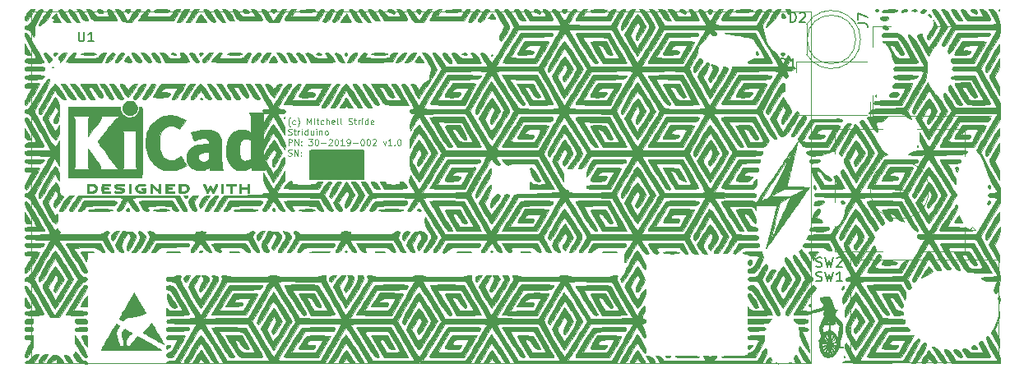
<source format=gbr>
G04 #@! TF.GenerationSoftware,KiCad,Pcbnew,(5.1.4)-1*
G04 #@! TF.CreationDate,2019-11-25T00:02:52-03:30*
G04 #@! TF.ProjectId,Striduino,53747269-6475-4696-9e6f-2e6b69636164,rev?*
G04 #@! TF.SameCoordinates,Original*
G04 #@! TF.FileFunction,Legend,Top*
G04 #@! TF.FilePolarity,Positive*
%FSLAX46Y46*%
G04 Gerber Fmt 4.6, Leading zero omitted, Abs format (unit mm)*
G04 Created by KiCad (PCBNEW (5.1.4)-1) date 2019-11-25 00:02:52*
%MOMM*%
%LPD*%
G04 APERTURE LIST*
%ADD10C,0.100000*%
%ADD11C,0.010000*%
%ADD12C,0.120000*%
%ADD13C,0.150000*%
G04 APERTURE END LIST*
D10*
X76755476Y-125504166D02*
X76724523Y-125473214D01*
X76662619Y-125380357D01*
X76631666Y-125318452D01*
X76600714Y-125225595D01*
X76569761Y-125070833D01*
X76569761Y-124947023D01*
X76600714Y-124792261D01*
X76631666Y-124699404D01*
X76662619Y-124637500D01*
X76724523Y-124544642D01*
X76755476Y-124513690D01*
X77281666Y-125225595D02*
X77219761Y-125256547D01*
X77095952Y-125256547D01*
X77034047Y-125225595D01*
X77003095Y-125194642D01*
X76972142Y-125132738D01*
X76972142Y-124947023D01*
X77003095Y-124885119D01*
X77034047Y-124854166D01*
X77095952Y-124823214D01*
X77219761Y-124823214D01*
X77281666Y-124854166D01*
X77498333Y-125504166D02*
X77529285Y-125473214D01*
X77591190Y-125380357D01*
X77622142Y-125318452D01*
X77653095Y-125225595D01*
X77684047Y-125070833D01*
X77684047Y-124947023D01*
X77653095Y-124792261D01*
X77622142Y-124699404D01*
X77591190Y-124637500D01*
X77529285Y-124544642D01*
X77498333Y-124513690D01*
X78488809Y-125256547D02*
X78488809Y-124606547D01*
X78705476Y-125070833D01*
X78922142Y-124606547D01*
X78922142Y-125256547D01*
X79231666Y-125256547D02*
X79231666Y-124823214D01*
X79231666Y-124606547D02*
X79200714Y-124637500D01*
X79231666Y-124668452D01*
X79262619Y-124637500D01*
X79231666Y-124606547D01*
X79231666Y-124668452D01*
X79448333Y-124823214D02*
X79695952Y-124823214D01*
X79541190Y-124606547D02*
X79541190Y-125163690D01*
X79572142Y-125225595D01*
X79634047Y-125256547D01*
X79695952Y-125256547D01*
X80191190Y-125225595D02*
X80129285Y-125256547D01*
X80005476Y-125256547D01*
X79943571Y-125225595D01*
X79912619Y-125194642D01*
X79881666Y-125132738D01*
X79881666Y-124947023D01*
X79912619Y-124885119D01*
X79943571Y-124854166D01*
X80005476Y-124823214D01*
X80129285Y-124823214D01*
X80191190Y-124854166D01*
X80469761Y-125256547D02*
X80469761Y-124606547D01*
X80748333Y-125256547D02*
X80748333Y-124916071D01*
X80717380Y-124854166D01*
X80655476Y-124823214D01*
X80562619Y-124823214D01*
X80500714Y-124854166D01*
X80469761Y-124885119D01*
X81305476Y-125225595D02*
X81243571Y-125256547D01*
X81119761Y-125256547D01*
X81057857Y-125225595D01*
X81026904Y-125163690D01*
X81026904Y-124916071D01*
X81057857Y-124854166D01*
X81119761Y-124823214D01*
X81243571Y-124823214D01*
X81305476Y-124854166D01*
X81336428Y-124916071D01*
X81336428Y-124977976D01*
X81026904Y-125039880D01*
X81707857Y-125256547D02*
X81645952Y-125225595D01*
X81615000Y-125163690D01*
X81615000Y-124606547D01*
X82048333Y-125256547D02*
X81986428Y-125225595D01*
X81955476Y-125163690D01*
X81955476Y-124606547D01*
X82760238Y-125225595D02*
X82853095Y-125256547D01*
X83007857Y-125256547D01*
X83069761Y-125225595D01*
X83100714Y-125194642D01*
X83131666Y-125132738D01*
X83131666Y-125070833D01*
X83100714Y-125008928D01*
X83069761Y-124977976D01*
X83007857Y-124947023D01*
X82884047Y-124916071D01*
X82822142Y-124885119D01*
X82791190Y-124854166D01*
X82760238Y-124792261D01*
X82760238Y-124730357D01*
X82791190Y-124668452D01*
X82822142Y-124637500D01*
X82884047Y-124606547D01*
X83038809Y-124606547D01*
X83131666Y-124637500D01*
X83317380Y-124823214D02*
X83565000Y-124823214D01*
X83410238Y-124606547D02*
X83410238Y-125163690D01*
X83441190Y-125225595D01*
X83503095Y-125256547D01*
X83565000Y-125256547D01*
X83781666Y-125256547D02*
X83781666Y-124823214D01*
X83781666Y-124947023D02*
X83812619Y-124885119D01*
X83843571Y-124854166D01*
X83905476Y-124823214D01*
X83967380Y-124823214D01*
X84184047Y-125256547D02*
X84184047Y-124823214D01*
X84184047Y-124606547D02*
X84153095Y-124637500D01*
X84184047Y-124668452D01*
X84215000Y-124637500D01*
X84184047Y-124606547D01*
X84184047Y-124668452D01*
X84772142Y-125256547D02*
X84772142Y-124606547D01*
X84772142Y-125225595D02*
X84710238Y-125256547D01*
X84586428Y-125256547D01*
X84524523Y-125225595D01*
X84493571Y-125194642D01*
X84462619Y-125132738D01*
X84462619Y-124947023D01*
X84493571Y-124885119D01*
X84524523Y-124854166D01*
X84586428Y-124823214D01*
X84710238Y-124823214D01*
X84772142Y-124854166D01*
X85329285Y-125225595D02*
X85267380Y-125256547D01*
X85143571Y-125256547D01*
X85081666Y-125225595D01*
X85050714Y-125163690D01*
X85050714Y-124916071D01*
X85081666Y-124854166D01*
X85143571Y-124823214D01*
X85267380Y-124823214D01*
X85329285Y-124854166D01*
X85360238Y-124916071D01*
X85360238Y-124977976D01*
X85050714Y-125039880D01*
X76538809Y-126300595D02*
X76631666Y-126331547D01*
X76786428Y-126331547D01*
X76848333Y-126300595D01*
X76879285Y-126269642D01*
X76910238Y-126207738D01*
X76910238Y-126145833D01*
X76879285Y-126083928D01*
X76848333Y-126052976D01*
X76786428Y-126022023D01*
X76662619Y-125991071D01*
X76600714Y-125960119D01*
X76569761Y-125929166D01*
X76538809Y-125867261D01*
X76538809Y-125805357D01*
X76569761Y-125743452D01*
X76600714Y-125712500D01*
X76662619Y-125681547D01*
X76817380Y-125681547D01*
X76910238Y-125712500D01*
X77095952Y-125898214D02*
X77343571Y-125898214D01*
X77188809Y-125681547D02*
X77188809Y-126238690D01*
X77219761Y-126300595D01*
X77281666Y-126331547D01*
X77343571Y-126331547D01*
X77560238Y-126331547D02*
X77560238Y-125898214D01*
X77560238Y-126022023D02*
X77591190Y-125960119D01*
X77622142Y-125929166D01*
X77684047Y-125898214D01*
X77745952Y-125898214D01*
X77962619Y-126331547D02*
X77962619Y-125898214D01*
X77962619Y-125681547D02*
X77931666Y-125712500D01*
X77962619Y-125743452D01*
X77993571Y-125712500D01*
X77962619Y-125681547D01*
X77962619Y-125743452D01*
X78550714Y-126331547D02*
X78550714Y-125681547D01*
X78550714Y-126300595D02*
X78488809Y-126331547D01*
X78365000Y-126331547D01*
X78303095Y-126300595D01*
X78272142Y-126269642D01*
X78241190Y-126207738D01*
X78241190Y-126022023D01*
X78272142Y-125960119D01*
X78303095Y-125929166D01*
X78365000Y-125898214D01*
X78488809Y-125898214D01*
X78550714Y-125929166D01*
X79138809Y-125898214D02*
X79138809Y-126331547D01*
X78860238Y-125898214D02*
X78860238Y-126238690D01*
X78891190Y-126300595D01*
X78953095Y-126331547D01*
X79045952Y-126331547D01*
X79107857Y-126300595D01*
X79138809Y-126269642D01*
X79448333Y-126331547D02*
X79448333Y-125898214D01*
X79448333Y-125681547D02*
X79417380Y-125712500D01*
X79448333Y-125743452D01*
X79479285Y-125712500D01*
X79448333Y-125681547D01*
X79448333Y-125743452D01*
X79757857Y-125898214D02*
X79757857Y-126331547D01*
X79757857Y-125960119D02*
X79788809Y-125929166D01*
X79850714Y-125898214D01*
X79943571Y-125898214D01*
X80005476Y-125929166D01*
X80036428Y-125991071D01*
X80036428Y-126331547D01*
X80438809Y-126331547D02*
X80376904Y-126300595D01*
X80345952Y-126269642D01*
X80315000Y-126207738D01*
X80315000Y-126022023D01*
X80345952Y-125960119D01*
X80376904Y-125929166D01*
X80438809Y-125898214D01*
X80531666Y-125898214D01*
X80593571Y-125929166D01*
X80624523Y-125960119D01*
X80655476Y-126022023D01*
X80655476Y-126207738D01*
X80624523Y-126269642D01*
X80593571Y-126300595D01*
X80531666Y-126331547D01*
X80438809Y-126331547D01*
X76569761Y-127406547D02*
X76569761Y-126756547D01*
X76817380Y-126756547D01*
X76879285Y-126787500D01*
X76910238Y-126818452D01*
X76941190Y-126880357D01*
X76941190Y-126973214D01*
X76910238Y-127035119D01*
X76879285Y-127066071D01*
X76817380Y-127097023D01*
X76569761Y-127097023D01*
X77219761Y-127406547D02*
X77219761Y-126756547D01*
X77591190Y-127406547D01*
X77591190Y-126756547D01*
X77900714Y-127344642D02*
X77931666Y-127375595D01*
X77900714Y-127406547D01*
X77869761Y-127375595D01*
X77900714Y-127344642D01*
X77900714Y-127406547D01*
X77900714Y-127004166D02*
X77931666Y-127035119D01*
X77900714Y-127066071D01*
X77869761Y-127035119D01*
X77900714Y-127004166D01*
X77900714Y-127066071D01*
X78643571Y-126756547D02*
X79045952Y-126756547D01*
X78829285Y-127004166D01*
X78922142Y-127004166D01*
X78984047Y-127035119D01*
X79015000Y-127066071D01*
X79045952Y-127127976D01*
X79045952Y-127282738D01*
X79015000Y-127344642D01*
X78984047Y-127375595D01*
X78922142Y-127406547D01*
X78736428Y-127406547D01*
X78674523Y-127375595D01*
X78643571Y-127344642D01*
X79448333Y-126756547D02*
X79510238Y-126756547D01*
X79572142Y-126787500D01*
X79603095Y-126818452D01*
X79634047Y-126880357D01*
X79665000Y-127004166D01*
X79665000Y-127158928D01*
X79634047Y-127282738D01*
X79603095Y-127344642D01*
X79572142Y-127375595D01*
X79510238Y-127406547D01*
X79448333Y-127406547D01*
X79386428Y-127375595D01*
X79355476Y-127344642D01*
X79324523Y-127282738D01*
X79293571Y-127158928D01*
X79293571Y-127004166D01*
X79324523Y-126880357D01*
X79355476Y-126818452D01*
X79386428Y-126787500D01*
X79448333Y-126756547D01*
X79943571Y-127158928D02*
X80438809Y-127158928D01*
X80717380Y-126818452D02*
X80748333Y-126787500D01*
X80810238Y-126756547D01*
X80965000Y-126756547D01*
X81026904Y-126787500D01*
X81057857Y-126818452D01*
X81088809Y-126880357D01*
X81088809Y-126942261D01*
X81057857Y-127035119D01*
X80686428Y-127406547D01*
X81088809Y-127406547D01*
X81491190Y-126756547D02*
X81553095Y-126756547D01*
X81615000Y-126787500D01*
X81645952Y-126818452D01*
X81676904Y-126880357D01*
X81707857Y-127004166D01*
X81707857Y-127158928D01*
X81676904Y-127282738D01*
X81645952Y-127344642D01*
X81615000Y-127375595D01*
X81553095Y-127406547D01*
X81491190Y-127406547D01*
X81429285Y-127375595D01*
X81398333Y-127344642D01*
X81367380Y-127282738D01*
X81336428Y-127158928D01*
X81336428Y-127004166D01*
X81367380Y-126880357D01*
X81398333Y-126818452D01*
X81429285Y-126787500D01*
X81491190Y-126756547D01*
X82326904Y-127406547D02*
X81955476Y-127406547D01*
X82141190Y-127406547D02*
X82141190Y-126756547D01*
X82079285Y-126849404D01*
X82017380Y-126911309D01*
X81955476Y-126942261D01*
X82636428Y-127406547D02*
X82760238Y-127406547D01*
X82822142Y-127375595D01*
X82853095Y-127344642D01*
X82915000Y-127251785D01*
X82945952Y-127127976D01*
X82945952Y-126880357D01*
X82915000Y-126818452D01*
X82884047Y-126787500D01*
X82822142Y-126756547D01*
X82698333Y-126756547D01*
X82636428Y-126787500D01*
X82605476Y-126818452D01*
X82574523Y-126880357D01*
X82574523Y-127035119D01*
X82605476Y-127097023D01*
X82636428Y-127127976D01*
X82698333Y-127158928D01*
X82822142Y-127158928D01*
X82884047Y-127127976D01*
X82915000Y-127097023D01*
X82945952Y-127035119D01*
X83224523Y-127158928D02*
X83719761Y-127158928D01*
X84153095Y-126756547D02*
X84215000Y-126756547D01*
X84276904Y-126787500D01*
X84307857Y-126818452D01*
X84338809Y-126880357D01*
X84369761Y-127004166D01*
X84369761Y-127158928D01*
X84338809Y-127282738D01*
X84307857Y-127344642D01*
X84276904Y-127375595D01*
X84215000Y-127406547D01*
X84153095Y-127406547D01*
X84091190Y-127375595D01*
X84060238Y-127344642D01*
X84029285Y-127282738D01*
X83998333Y-127158928D01*
X83998333Y-127004166D01*
X84029285Y-126880357D01*
X84060238Y-126818452D01*
X84091190Y-126787500D01*
X84153095Y-126756547D01*
X84772142Y-126756547D02*
X84834047Y-126756547D01*
X84895952Y-126787500D01*
X84926904Y-126818452D01*
X84957857Y-126880357D01*
X84988809Y-127004166D01*
X84988809Y-127158928D01*
X84957857Y-127282738D01*
X84926904Y-127344642D01*
X84895952Y-127375595D01*
X84834047Y-127406547D01*
X84772142Y-127406547D01*
X84710238Y-127375595D01*
X84679285Y-127344642D01*
X84648333Y-127282738D01*
X84617380Y-127158928D01*
X84617380Y-127004166D01*
X84648333Y-126880357D01*
X84679285Y-126818452D01*
X84710238Y-126787500D01*
X84772142Y-126756547D01*
X85236428Y-126818452D02*
X85267380Y-126787500D01*
X85329285Y-126756547D01*
X85484047Y-126756547D01*
X85545952Y-126787500D01*
X85576904Y-126818452D01*
X85607857Y-126880357D01*
X85607857Y-126942261D01*
X85576904Y-127035119D01*
X85205476Y-127406547D01*
X85607857Y-127406547D01*
X86319761Y-126973214D02*
X86474523Y-127406547D01*
X86629285Y-126973214D01*
X87217380Y-127406547D02*
X86845952Y-127406547D01*
X87031666Y-127406547D02*
X87031666Y-126756547D01*
X86969761Y-126849404D01*
X86907857Y-126911309D01*
X86845952Y-126942261D01*
X87495952Y-127344642D02*
X87526904Y-127375595D01*
X87495952Y-127406547D01*
X87465000Y-127375595D01*
X87495952Y-127344642D01*
X87495952Y-127406547D01*
X87929285Y-126756547D02*
X87991190Y-126756547D01*
X88053095Y-126787500D01*
X88084047Y-126818452D01*
X88115000Y-126880357D01*
X88145952Y-127004166D01*
X88145952Y-127158928D01*
X88115000Y-127282738D01*
X88084047Y-127344642D01*
X88053095Y-127375595D01*
X87991190Y-127406547D01*
X87929285Y-127406547D01*
X87867380Y-127375595D01*
X87836428Y-127344642D01*
X87805476Y-127282738D01*
X87774523Y-127158928D01*
X87774523Y-127004166D01*
X87805476Y-126880357D01*
X87836428Y-126818452D01*
X87867380Y-126787500D01*
X87929285Y-126756547D01*
X76538809Y-128450595D02*
X76631666Y-128481547D01*
X76786428Y-128481547D01*
X76848333Y-128450595D01*
X76879285Y-128419642D01*
X76910238Y-128357738D01*
X76910238Y-128295833D01*
X76879285Y-128233928D01*
X76848333Y-128202976D01*
X76786428Y-128172023D01*
X76662619Y-128141071D01*
X76600714Y-128110119D01*
X76569761Y-128079166D01*
X76538809Y-128017261D01*
X76538809Y-127955357D01*
X76569761Y-127893452D01*
X76600714Y-127862500D01*
X76662619Y-127831547D01*
X76817380Y-127831547D01*
X76910238Y-127862500D01*
X77188809Y-128481547D02*
X77188809Y-127831547D01*
X77560238Y-128481547D01*
X77560238Y-127831547D01*
X77869761Y-128419642D02*
X77900714Y-128450595D01*
X77869761Y-128481547D01*
X77838809Y-128450595D01*
X77869761Y-128419642D01*
X77869761Y-128481547D01*
X77869761Y-128079166D02*
X77900714Y-128110119D01*
X77869761Y-128141071D01*
X77838809Y-128110119D01*
X77869761Y-128079166D01*
X77869761Y-128141071D01*
D11*
G36*
X117794177Y-115792333D02*
G01*
X118249968Y-115800161D01*
X118548622Y-115817573D01*
X118721045Y-115848144D01*
X118798146Y-115895445D01*
X118810831Y-115963049D01*
X118807836Y-115982112D01*
X118770037Y-116059755D01*
X118668628Y-116116367D01*
X118469955Y-116157255D01*
X118140368Y-116187723D01*
X117646214Y-116213080D01*
X117245538Y-116228449D01*
X115719908Y-116283190D01*
X115090889Y-117268535D01*
X114832437Y-117679773D01*
X114624218Y-118023197D01*
X114491127Y-118256986D01*
X114455504Y-118335992D01*
X114555047Y-118368523D01*
X114830137Y-118394722D01*
X115237381Y-118411727D01*
X115680819Y-118416805D01*
X116912500Y-118415506D01*
X117272611Y-117759908D01*
X117632722Y-117104311D01*
X116923000Y-117104311D01*
X116521382Y-117114827D01*
X116275310Y-117158071D01*
X116121889Y-117251589D01*
X116039940Y-117350647D01*
X115944819Y-117502143D01*
X115966452Y-117578809D01*
X116143149Y-117613897D01*
X116362180Y-117630353D01*
X116700374Y-117671729D01*
X116839827Y-117747794D01*
X116800098Y-117876159D01*
X116726380Y-117958276D01*
X116575795Y-118014864D01*
X116292223Y-118057928D01*
X115940430Y-118084928D01*
X115585181Y-118093321D01*
X115291242Y-118080566D01*
X115123378Y-118044120D01*
X115106035Y-118021865D01*
X115158900Y-117900910D01*
X115297650Y-117648188D01*
X115492515Y-117317863D01*
X115497151Y-117310227D01*
X115888268Y-116666380D01*
X117139393Y-116666380D01*
X117633404Y-116671586D01*
X118035403Y-116685733D01*
X118302036Y-116706613D01*
X118390518Y-116730083D01*
X118338611Y-116844574D01*
X118197636Y-117107442D01*
X117989711Y-117478425D01*
X117760992Y-117875986D01*
X117131466Y-118958186D01*
X115352371Y-118961852D01*
X114756035Y-118958884D01*
X114244713Y-118948330D01*
X113854762Y-118931592D01*
X113622541Y-118910069D01*
X113573276Y-118893317D01*
X113628267Y-118780548D01*
X113780319Y-118515030D01*
X114010045Y-118129448D01*
X114298063Y-117656488D01*
X114514727Y-117305817D01*
X115456178Y-115790518D01*
X117150341Y-115790518D01*
X117794177Y-115792333D01*
X117794177Y-115792333D01*
G37*
X117794177Y-115792333D02*
X118249968Y-115800161D01*
X118548622Y-115817573D01*
X118721045Y-115848144D01*
X118798146Y-115895445D01*
X118810831Y-115963049D01*
X118807836Y-115982112D01*
X118770037Y-116059755D01*
X118668628Y-116116367D01*
X118469955Y-116157255D01*
X118140368Y-116187723D01*
X117646214Y-116213080D01*
X117245538Y-116228449D01*
X115719908Y-116283190D01*
X115090889Y-117268535D01*
X114832437Y-117679773D01*
X114624218Y-118023197D01*
X114491127Y-118256986D01*
X114455504Y-118335992D01*
X114555047Y-118368523D01*
X114830137Y-118394722D01*
X115237381Y-118411727D01*
X115680819Y-118416805D01*
X116912500Y-118415506D01*
X117272611Y-117759908D01*
X117632722Y-117104311D01*
X116923000Y-117104311D01*
X116521382Y-117114827D01*
X116275310Y-117158071D01*
X116121889Y-117251589D01*
X116039940Y-117350647D01*
X115944819Y-117502143D01*
X115966452Y-117578809D01*
X116143149Y-117613897D01*
X116362180Y-117630353D01*
X116700374Y-117671729D01*
X116839827Y-117747794D01*
X116800098Y-117876159D01*
X116726380Y-117958276D01*
X116575795Y-118014864D01*
X116292223Y-118057928D01*
X115940430Y-118084928D01*
X115585181Y-118093321D01*
X115291242Y-118080566D01*
X115123378Y-118044120D01*
X115106035Y-118021865D01*
X115158900Y-117900910D01*
X115297650Y-117648188D01*
X115492515Y-117317863D01*
X115497151Y-117310227D01*
X115888268Y-116666380D01*
X117139393Y-116666380D01*
X117633404Y-116671586D01*
X118035403Y-116685733D01*
X118302036Y-116706613D01*
X118390518Y-116730083D01*
X118338611Y-116844574D01*
X118197636Y-117107442D01*
X117989711Y-117478425D01*
X117760992Y-117875986D01*
X117131466Y-118958186D01*
X115352371Y-118961852D01*
X114756035Y-118958884D01*
X114244713Y-118948330D01*
X113854762Y-118931592D01*
X113622541Y-118910069D01*
X113573276Y-118893317D01*
X113628267Y-118780548D01*
X113780319Y-118515030D01*
X114010045Y-118129448D01*
X114298063Y-117656488D01*
X114514727Y-117305817D01*
X115456178Y-115790518D01*
X117150341Y-115790518D01*
X117794177Y-115792333D01*
G36*
X107837522Y-115814278D02*
G01*
X107891868Y-115815176D01*
X109655288Y-115845259D01*
X110517959Y-117323276D01*
X110813821Y-117835025D01*
X111066134Y-118280684D01*
X111255912Y-118625982D01*
X111364170Y-118836641D01*
X111382125Y-118883406D01*
X111280562Y-118915827D01*
X111003685Y-118941701D01*
X110595115Y-118958212D01*
X110151940Y-118962746D01*
X108920259Y-118959974D01*
X108290733Y-117919888D01*
X108036903Y-117491404D01*
X107832051Y-117128256D01*
X107699534Y-116872991D01*
X107661207Y-116773090D01*
X107761968Y-116720637D01*
X108029664Y-116683228D01*
X108412419Y-116667755D01*
X108454957Y-116667679D01*
X109248707Y-116668978D01*
X109604526Y-117316827D01*
X109784068Y-117652320D01*
X109911954Y-117907693D01*
X109960345Y-118027166D01*
X109866667Y-118074709D01*
X109694841Y-118089656D01*
X109485864Y-118029964D01*
X109293231Y-117823388D01*
X109173153Y-117624354D01*
X108916533Y-117266889D01*
X108659780Y-117122429D01*
X108529413Y-117111027D01*
X108480728Y-117151348D01*
X108520585Y-117283017D01*
X108655850Y-117545663D01*
X108768808Y-117751955D01*
X109135026Y-118418104D01*
X110607268Y-118418104D01*
X110054687Y-117460130D01*
X109809243Y-117040201D01*
X109595137Y-116684045D01*
X109441642Y-116439833D01*
X109389372Y-116365302D01*
X109231503Y-116294897D01*
X108887098Y-116250268D01*
X108342984Y-116230031D01*
X108085733Y-116228449D01*
X107604703Y-116232984D01*
X107216769Y-116245273D01*
X106966371Y-116263342D01*
X106894828Y-116281363D01*
X106949746Y-116388645D01*
X107100065Y-116644918D01*
X107324131Y-117014124D01*
X107600290Y-117460201D01*
X107661207Y-117557606D01*
X107946033Y-118018905D01*
X108182890Y-118415175D01*
X108349956Y-118708954D01*
X108425408Y-118862780D01*
X108427586Y-118873226D01*
X108335887Y-118948642D01*
X108211985Y-118965518D01*
X108006623Y-118861527D01*
X107739530Y-118551780D01*
X107593553Y-118335992D01*
X107083672Y-117534653D01*
X106689437Y-116904572D01*
X106404494Y-116435181D01*
X106222490Y-116115908D01*
X106137072Y-115936183D01*
X106128449Y-115898486D01*
X106237022Y-115851752D01*
X106560399Y-115822028D01*
X107095070Y-115809482D01*
X107837522Y-115814278D01*
X107837522Y-115814278D01*
G37*
X107837522Y-115814278D02*
X107891868Y-115815176D01*
X109655288Y-115845259D01*
X110517959Y-117323276D01*
X110813821Y-117835025D01*
X111066134Y-118280684D01*
X111255912Y-118625982D01*
X111364170Y-118836641D01*
X111382125Y-118883406D01*
X111280562Y-118915827D01*
X111003685Y-118941701D01*
X110595115Y-118958212D01*
X110151940Y-118962746D01*
X108920259Y-118959974D01*
X108290733Y-117919888D01*
X108036903Y-117491404D01*
X107832051Y-117128256D01*
X107699534Y-116872991D01*
X107661207Y-116773090D01*
X107761968Y-116720637D01*
X108029664Y-116683228D01*
X108412419Y-116667755D01*
X108454957Y-116667679D01*
X109248707Y-116668978D01*
X109604526Y-117316827D01*
X109784068Y-117652320D01*
X109911954Y-117907693D01*
X109960345Y-118027166D01*
X109866667Y-118074709D01*
X109694841Y-118089656D01*
X109485864Y-118029964D01*
X109293231Y-117823388D01*
X109173153Y-117624354D01*
X108916533Y-117266889D01*
X108659780Y-117122429D01*
X108529413Y-117111027D01*
X108480728Y-117151348D01*
X108520585Y-117283017D01*
X108655850Y-117545663D01*
X108768808Y-117751955D01*
X109135026Y-118418104D01*
X110607268Y-118418104D01*
X110054687Y-117460130D01*
X109809243Y-117040201D01*
X109595137Y-116684045D01*
X109441642Y-116439833D01*
X109389372Y-116365302D01*
X109231503Y-116294897D01*
X108887098Y-116250268D01*
X108342984Y-116230031D01*
X108085733Y-116228449D01*
X107604703Y-116232984D01*
X107216769Y-116245273D01*
X106966371Y-116263342D01*
X106894828Y-116281363D01*
X106949746Y-116388645D01*
X107100065Y-116644918D01*
X107324131Y-117014124D01*
X107600290Y-117460201D01*
X107661207Y-117557606D01*
X107946033Y-118018905D01*
X108182890Y-118415175D01*
X108349956Y-118708954D01*
X108425408Y-118862780D01*
X108427586Y-118873226D01*
X108335887Y-118948642D01*
X108211985Y-118965518D01*
X108006623Y-118861527D01*
X107739530Y-118551780D01*
X107593553Y-118335992D01*
X107083672Y-117534653D01*
X106689437Y-116904572D01*
X106404494Y-116435181D01*
X106222490Y-116115908D01*
X106137072Y-115936183D01*
X106128449Y-115898486D01*
X106237022Y-115851752D01*
X106560399Y-115822028D01*
X107095070Y-115809482D01*
X107837522Y-115814278D01*
G36*
X102801493Y-115792346D02*
G01*
X103255547Y-115800231D01*
X103552602Y-115817771D01*
X103723635Y-115848565D01*
X103799624Y-115896210D01*
X103811544Y-115964307D01*
X103808698Y-115982112D01*
X103770795Y-116059912D01*
X103669105Y-116116601D01*
X103469904Y-116157520D01*
X103139467Y-116188011D01*
X102644072Y-116213413D01*
X102253191Y-116228449D01*
X100734352Y-116283190D01*
X100098164Y-117268535D01*
X99837218Y-117679114D01*
X99626929Y-118022183D01*
X99492326Y-118256135D01*
X99455987Y-118335992D01*
X99555698Y-118368606D01*
X99830976Y-118395085D01*
X100238447Y-118412528D01*
X100683781Y-118418104D01*
X101917561Y-118418104D01*
X102278692Y-117761207D01*
X102639823Y-117104311D01*
X101926982Y-117104311D01*
X101524521Y-117114713D01*
X101277813Y-117157537D01*
X101124160Y-117250213D01*
X101040802Y-117350647D01*
X100945681Y-117502143D01*
X100967314Y-117578809D01*
X101144011Y-117613897D01*
X101363042Y-117630353D01*
X101701236Y-117671729D01*
X101840689Y-117747794D01*
X101800960Y-117876159D01*
X101727242Y-117958276D01*
X101577232Y-118014425D01*
X101294020Y-118057477D01*
X100942374Y-118084804D01*
X100587060Y-118093777D01*
X100292846Y-118081767D01*
X100124498Y-118046146D01*
X100106897Y-118024046D01*
X100160359Y-117904714D01*
X100300771Y-117653721D01*
X100498164Y-117324543D01*
X100505648Y-117312408D01*
X100904399Y-116666380D01*
X102147889Y-116666380D01*
X102640273Y-116671485D01*
X103040512Y-116685354D01*
X103305117Y-116705814D01*
X103391380Y-116728484D01*
X103339620Y-116842374D01*
X103199021Y-117104930D01*
X102991604Y-117475988D01*
X102761854Y-117876668D01*
X102132328Y-118962748D01*
X100414436Y-118964133D01*
X99823827Y-118959252D01*
X99313790Y-118944877D01*
X98922909Y-118922903D01*
X98689768Y-118895223D01*
X98641898Y-118877098D01*
X98669629Y-118747933D01*
X98794064Y-118491446D01*
X98988857Y-118161441D01*
X99003735Y-118138090D01*
X99266263Y-117724860D01*
X99582910Y-117221928D01*
X99892856Y-116725962D01*
X99946891Y-116639009D01*
X100473563Y-115790518D01*
X102159464Y-115790518D01*
X102801493Y-115792346D01*
X102801493Y-115792346D01*
G37*
X102801493Y-115792346D02*
X103255547Y-115800231D01*
X103552602Y-115817771D01*
X103723635Y-115848565D01*
X103799624Y-115896210D01*
X103811544Y-115964307D01*
X103808698Y-115982112D01*
X103770795Y-116059912D01*
X103669105Y-116116601D01*
X103469904Y-116157520D01*
X103139467Y-116188011D01*
X102644072Y-116213413D01*
X102253191Y-116228449D01*
X100734352Y-116283190D01*
X100098164Y-117268535D01*
X99837218Y-117679114D01*
X99626929Y-118022183D01*
X99492326Y-118256135D01*
X99455987Y-118335992D01*
X99555698Y-118368606D01*
X99830976Y-118395085D01*
X100238447Y-118412528D01*
X100683781Y-118418104D01*
X101917561Y-118418104D01*
X102278692Y-117761207D01*
X102639823Y-117104311D01*
X101926982Y-117104311D01*
X101524521Y-117114713D01*
X101277813Y-117157537D01*
X101124160Y-117250213D01*
X101040802Y-117350647D01*
X100945681Y-117502143D01*
X100967314Y-117578809D01*
X101144011Y-117613897D01*
X101363042Y-117630353D01*
X101701236Y-117671729D01*
X101840689Y-117747794D01*
X101800960Y-117876159D01*
X101727242Y-117958276D01*
X101577232Y-118014425D01*
X101294020Y-118057477D01*
X100942374Y-118084804D01*
X100587060Y-118093777D01*
X100292846Y-118081767D01*
X100124498Y-118046146D01*
X100106897Y-118024046D01*
X100160359Y-117904714D01*
X100300771Y-117653721D01*
X100498164Y-117324543D01*
X100505648Y-117312408D01*
X100904399Y-116666380D01*
X102147889Y-116666380D01*
X102640273Y-116671485D01*
X103040512Y-116685354D01*
X103305117Y-116705814D01*
X103391380Y-116728484D01*
X103339620Y-116842374D01*
X103199021Y-117104930D01*
X102991604Y-117475988D01*
X102761854Y-117876668D01*
X102132328Y-118962748D01*
X100414436Y-118964133D01*
X99823827Y-118959252D01*
X99313790Y-118944877D01*
X98922909Y-118922903D01*
X98689768Y-118895223D01*
X98641898Y-118877098D01*
X98669629Y-118747933D01*
X98794064Y-118491446D01*
X98988857Y-118161441D01*
X99003735Y-118138090D01*
X99266263Y-117724860D01*
X99582910Y-117221928D01*
X99892856Y-116725962D01*
X99946891Y-116639009D01*
X100473563Y-115790518D01*
X102159464Y-115790518D01*
X102801493Y-115792346D01*
G36*
X124857950Y-117770713D02*
G01*
X124863513Y-117779323D01*
X124952333Y-117993534D01*
X124864536Y-118084888D01*
X124805509Y-118089656D01*
X124698322Y-118009413D01*
X124711215Y-117861435D01*
X124776092Y-117714748D01*
X124857950Y-117770713D01*
X124857950Y-117770713D01*
G37*
X124857950Y-117770713D02*
X124863513Y-117779323D01*
X124952333Y-117993534D01*
X124864536Y-118084888D01*
X124805509Y-118089656D01*
X124698322Y-118009413D01*
X124711215Y-117861435D01*
X124776092Y-117714748D01*
X124857950Y-117770713D01*
G36*
X125493836Y-117307571D02*
G01*
X125794536Y-117824925D01*
X126051740Y-118275406D01*
X126246742Y-118625608D01*
X126360837Y-118842125D01*
X126382759Y-118895071D01*
X126280488Y-118922806D01*
X126002486Y-118945401D01*
X125591971Y-118960437D01*
X125123707Y-118965518D01*
X124628023Y-118958542D01*
X124224207Y-118939581D01*
X123955476Y-118911581D01*
X123864655Y-118879640D01*
X123963333Y-118733098D01*
X124217810Y-118591721D01*
X124565758Y-118479768D01*
X124944845Y-118421497D01*
X125050506Y-118418104D01*
X125600416Y-118418104D01*
X124996488Y-117381149D01*
X124723953Y-116921664D01*
X124524630Y-116618271D01*
X124365994Y-116435315D01*
X124215523Y-116337143D01*
X124040693Y-116288102D01*
X123991754Y-116279723D01*
X123623608Y-116213909D01*
X123198860Y-116129152D01*
X123083995Y-116104588D01*
X122697617Y-116032135D01*
X122211886Y-115956951D01*
X121824943Y-115906609D01*
X121578189Y-115874527D01*
X121477573Y-115850446D01*
X121537614Y-115832909D01*
X121772829Y-115820461D01*
X122197737Y-115811645D01*
X122826854Y-115805005D01*
X122838879Y-115804906D01*
X124604913Y-115790518D01*
X125493836Y-117307571D01*
X125493836Y-117307571D01*
G37*
X125493836Y-117307571D02*
X125794536Y-117824925D01*
X126051740Y-118275406D01*
X126246742Y-118625608D01*
X126360837Y-118842125D01*
X126382759Y-118895071D01*
X126280488Y-118922806D01*
X126002486Y-118945401D01*
X125591971Y-118960437D01*
X125123707Y-118965518D01*
X124628023Y-118958542D01*
X124224207Y-118939581D01*
X123955476Y-118911581D01*
X123864655Y-118879640D01*
X123963333Y-118733098D01*
X124217810Y-118591721D01*
X124565758Y-118479768D01*
X124944845Y-118421497D01*
X125050506Y-118418104D01*
X125600416Y-118418104D01*
X124996488Y-117381149D01*
X124723953Y-116921664D01*
X124524630Y-116618271D01*
X124365994Y-116435315D01*
X124215523Y-116337143D01*
X124040693Y-116288102D01*
X123991754Y-116279723D01*
X123623608Y-116213909D01*
X123198860Y-116129152D01*
X123083995Y-116104588D01*
X122697617Y-116032135D01*
X122211886Y-115956951D01*
X121824943Y-115906609D01*
X121578189Y-115874527D01*
X121477573Y-115850446D01*
X121537614Y-115832909D01*
X121772829Y-115820461D01*
X122197737Y-115811645D01*
X122826854Y-115805005D01*
X122838879Y-115804906D01*
X124604913Y-115790518D01*
X125493836Y-117307571D01*
G36*
X119070828Y-118488441D02*
G01*
X119072142Y-118489753D01*
X119158976Y-118604518D01*
X119162728Y-118739265D01*
X119071078Y-118952475D01*
X118917294Y-119224825D01*
X118686550Y-119609899D01*
X118533279Y-119826121D01*
X118429789Y-119896701D01*
X118348388Y-119844845D01*
X118290691Y-119749941D01*
X118243016Y-119590348D01*
X118282787Y-119394270D01*
X118426770Y-119104755D01*
X118534732Y-118921002D01*
X118736150Y-118599452D01*
X118868117Y-118439853D01*
X118967415Y-118412688D01*
X119070828Y-118488441D01*
X119070828Y-118488441D01*
G37*
X119070828Y-118488441D02*
X119072142Y-118489753D01*
X119158976Y-118604518D01*
X119162728Y-118739265D01*
X119071078Y-118952475D01*
X118917294Y-119224825D01*
X118686550Y-119609899D01*
X118533279Y-119826121D01*
X118429789Y-119896701D01*
X118348388Y-119844845D01*
X118290691Y-119749941D01*
X118243016Y-119590348D01*
X118282787Y-119394270D01*
X118426770Y-119104755D01*
X118534732Y-118921002D01*
X118736150Y-118599452D01*
X118868117Y-118439853D01*
X118967415Y-118412688D01*
X119070828Y-118488441D01*
G36*
X120316218Y-119120655D02*
G01*
X120671495Y-119243858D01*
X120827849Y-119412858D01*
X120799970Y-119665256D01*
X120646644Y-119966351D01*
X120433217Y-120307289D01*
X120226255Y-120612651D01*
X120155811Y-120707745D01*
X120007053Y-120882308D01*
X119921088Y-120891915D01*
X119835312Y-120757450D01*
X119790408Y-120585259D01*
X119849734Y-120368493D01*
X120030427Y-120045025D01*
X120032938Y-120040989D01*
X120209128Y-119742947D01*
X120276518Y-119556975D01*
X120248019Y-119413120D01*
X120171443Y-119290726D01*
X120062961Y-119119907D01*
X120104469Y-119076521D01*
X120316218Y-119120655D01*
X120316218Y-119120655D01*
G37*
X120316218Y-119120655D02*
X120671495Y-119243858D01*
X120827849Y-119412858D01*
X120799970Y-119665256D01*
X120646644Y-119966351D01*
X120433217Y-120307289D01*
X120226255Y-120612651D01*
X120155811Y-120707745D01*
X120007053Y-120882308D01*
X119921088Y-120891915D01*
X119835312Y-120757450D01*
X119790408Y-120585259D01*
X119849734Y-120368493D01*
X120030427Y-120045025D01*
X120032938Y-120040989D01*
X120209128Y-119742947D01*
X120276518Y-119556975D01*
X120248019Y-119413120D01*
X120171443Y-119290726D01*
X120062961Y-119119907D01*
X120104469Y-119076521D01*
X120316218Y-119120655D01*
G36*
X119843642Y-118931976D02*
G01*
X119855835Y-119154654D01*
X119714175Y-119516357D01*
X119600803Y-119721762D01*
X119422301Y-120040021D01*
X119300969Y-120286039D01*
X119266380Y-120388794D01*
X119316115Y-120513761D01*
X119441513Y-120762099D01*
X119606858Y-121068655D01*
X119776436Y-121368275D01*
X119914533Y-121595808D01*
X119971739Y-121675567D01*
X120041764Y-121611337D01*
X120189205Y-121397617D01*
X120388757Y-121078295D01*
X120615113Y-120697254D01*
X120842967Y-120298383D01*
X121047013Y-119925565D01*
X121201944Y-119622688D01*
X121282454Y-119433638D01*
X121286697Y-119395175D01*
X121329568Y-119319939D01*
X121492601Y-119293966D01*
X121722928Y-119339583D01*
X121802610Y-119487954D01*
X121731074Y-119756355D01*
X121507742Y-120162066D01*
X121461236Y-120235644D01*
X121200430Y-120646240D01*
X120885154Y-121147063D01*
X120575890Y-121641971D01*
X120521213Y-121729957D01*
X120287765Y-122101876D01*
X120101408Y-122390909D01*
X119989095Y-122555640D01*
X119969080Y-122578449D01*
X119907660Y-122489784D01*
X119760206Y-122249079D01*
X119549565Y-121894271D01*
X119326153Y-121510992D01*
X119078170Y-121073965D01*
X118876547Y-120702832D01*
X118743967Y-120440401D01*
X118702453Y-120334052D01*
X118755039Y-120166176D01*
X118899120Y-119892720D01*
X119097713Y-119569775D01*
X119313836Y-119253436D01*
X119510506Y-118999796D01*
X119650741Y-118864947D01*
X119676917Y-118856035D01*
X119843642Y-118931976D01*
X119843642Y-118931976D01*
G37*
X119843642Y-118931976D02*
X119855835Y-119154654D01*
X119714175Y-119516357D01*
X119600803Y-119721762D01*
X119422301Y-120040021D01*
X119300969Y-120286039D01*
X119266380Y-120388794D01*
X119316115Y-120513761D01*
X119441513Y-120762099D01*
X119606858Y-121068655D01*
X119776436Y-121368275D01*
X119914533Y-121595808D01*
X119971739Y-121675567D01*
X120041764Y-121611337D01*
X120189205Y-121397617D01*
X120388757Y-121078295D01*
X120615113Y-120697254D01*
X120842967Y-120298383D01*
X121047013Y-119925565D01*
X121201944Y-119622688D01*
X121282454Y-119433638D01*
X121286697Y-119395175D01*
X121329568Y-119319939D01*
X121492601Y-119293966D01*
X121722928Y-119339583D01*
X121802610Y-119487954D01*
X121731074Y-119756355D01*
X121507742Y-120162066D01*
X121461236Y-120235644D01*
X121200430Y-120646240D01*
X120885154Y-121147063D01*
X120575890Y-121641971D01*
X120521213Y-121729957D01*
X120287765Y-122101876D01*
X120101408Y-122390909D01*
X119989095Y-122555640D01*
X119969080Y-122578449D01*
X119907660Y-122489784D01*
X119760206Y-122249079D01*
X119549565Y-121894271D01*
X119326153Y-121510992D01*
X119078170Y-121073965D01*
X118876547Y-120702832D01*
X118743967Y-120440401D01*
X118702453Y-120334052D01*
X118755039Y-120166176D01*
X118899120Y-119892720D01*
X119097713Y-119569775D01*
X119313836Y-119253436D01*
X119510506Y-118999796D01*
X119650741Y-118864947D01*
X119676917Y-118856035D01*
X119843642Y-118931976D01*
G36*
X105069617Y-116715473D02*
G01*
X105253320Y-116962367D01*
X105506804Y-117331875D01*
X105807789Y-117791935D01*
X105993491Y-118084668D01*
X106903146Y-119534462D01*
X105957536Y-121056455D01*
X105639079Y-121565511D01*
X105361703Y-122002244D01*
X105145364Y-122335765D01*
X105010018Y-122535184D01*
X104974223Y-122578449D01*
X104908701Y-122489221D01*
X104759377Y-122246988D01*
X104549201Y-121889919D01*
X104328175Y-121504020D01*
X104084494Y-121064073D01*
X103887312Y-120689858D01*
X103758719Y-120424518D01*
X103719828Y-120315949D01*
X103774400Y-120171371D01*
X103918349Y-119896725D01*
X104122024Y-119540688D01*
X104355772Y-119151936D01*
X104589941Y-118779147D01*
X104794882Y-118470998D01*
X104940940Y-118276165D01*
X104988139Y-118233854D01*
X105090284Y-118304067D01*
X105266144Y-118519021D01*
X105479621Y-118834018D01*
X105502790Y-118871144D01*
X105917218Y-119540534D01*
X105461410Y-120240136D01*
X105226343Y-120589846D01*
X105072990Y-120778327D01*
X104970647Y-120832257D01*
X104888607Y-120778309D01*
X104869833Y-120754065D01*
X104808845Y-120612836D01*
X104841597Y-120430815D01*
X104982876Y-120148216D01*
X105047057Y-120037558D01*
X105223189Y-119714560D01*
X105288123Y-119506141D01*
X105257167Y-119348156D01*
X105225240Y-119290862D01*
X105097427Y-119122415D01*
X105030355Y-119075000D01*
X104951447Y-119161585D01*
X104805678Y-119380794D01*
X104628787Y-119671812D01*
X104456512Y-119973823D01*
X104324590Y-120226009D01*
X104268760Y-120367556D01*
X104268612Y-120371274D01*
X104319749Y-120496395D01*
X104452382Y-120754367D01*
X104634551Y-121083571D01*
X104999120Y-121723606D01*
X105633279Y-120700381D01*
X105890857Y-120274344D01*
X106098787Y-119910594D01*
X106232931Y-119652643D01*
X106270932Y-119550922D01*
X106217112Y-119411788D01*
X106068568Y-119131629D01*
X105849180Y-118753484D01*
X105628297Y-118392694D01*
X104982169Y-117360700D01*
X104233444Y-118657254D01*
X103889919Y-119232979D01*
X103631742Y-119618571D01*
X103450850Y-119821938D01*
X103339178Y-119850988D01*
X103288664Y-119713628D01*
X103283790Y-119588582D01*
X103335956Y-119414599D01*
X103475626Y-119107781D01*
X103679786Y-118708408D01*
X103925421Y-118256764D01*
X104189517Y-117793128D01*
X104449060Y-117357784D01*
X104681037Y-116991012D01*
X104862432Y-116733094D01*
X104970232Y-116624311D01*
X104977975Y-116623256D01*
X105069617Y-116715473D01*
X105069617Y-116715473D01*
G37*
X105069617Y-116715473D02*
X105253320Y-116962367D01*
X105506804Y-117331875D01*
X105807789Y-117791935D01*
X105993491Y-118084668D01*
X106903146Y-119534462D01*
X105957536Y-121056455D01*
X105639079Y-121565511D01*
X105361703Y-122002244D01*
X105145364Y-122335765D01*
X105010018Y-122535184D01*
X104974223Y-122578449D01*
X104908701Y-122489221D01*
X104759377Y-122246988D01*
X104549201Y-121889919D01*
X104328175Y-121504020D01*
X104084494Y-121064073D01*
X103887312Y-120689858D01*
X103758719Y-120424518D01*
X103719828Y-120315949D01*
X103774400Y-120171371D01*
X103918349Y-119896725D01*
X104122024Y-119540688D01*
X104355772Y-119151936D01*
X104589941Y-118779147D01*
X104794882Y-118470998D01*
X104940940Y-118276165D01*
X104988139Y-118233854D01*
X105090284Y-118304067D01*
X105266144Y-118519021D01*
X105479621Y-118834018D01*
X105502790Y-118871144D01*
X105917218Y-119540534D01*
X105461410Y-120240136D01*
X105226343Y-120589846D01*
X105072990Y-120778327D01*
X104970647Y-120832257D01*
X104888607Y-120778309D01*
X104869833Y-120754065D01*
X104808845Y-120612836D01*
X104841597Y-120430815D01*
X104982876Y-120148216D01*
X105047057Y-120037558D01*
X105223189Y-119714560D01*
X105288123Y-119506141D01*
X105257167Y-119348156D01*
X105225240Y-119290862D01*
X105097427Y-119122415D01*
X105030355Y-119075000D01*
X104951447Y-119161585D01*
X104805678Y-119380794D01*
X104628787Y-119671812D01*
X104456512Y-119973823D01*
X104324590Y-120226009D01*
X104268760Y-120367556D01*
X104268612Y-120371274D01*
X104319749Y-120496395D01*
X104452382Y-120754367D01*
X104634551Y-121083571D01*
X104999120Y-121723606D01*
X105633279Y-120700381D01*
X105890857Y-120274344D01*
X106098787Y-119910594D01*
X106232931Y-119652643D01*
X106270932Y-119550922D01*
X106217112Y-119411788D01*
X106068568Y-119131629D01*
X105849180Y-118753484D01*
X105628297Y-118392694D01*
X104982169Y-117360700D01*
X104233444Y-118657254D01*
X103889919Y-119232979D01*
X103631742Y-119618571D01*
X103450850Y-119821938D01*
X103339178Y-119850988D01*
X103288664Y-119713628D01*
X103283790Y-119588582D01*
X103335956Y-119414599D01*
X103475626Y-119107781D01*
X103679786Y-118708408D01*
X103925421Y-118256764D01*
X104189517Y-117793128D01*
X104449060Y-117357784D01*
X104681037Y-116991012D01*
X104862432Y-116733094D01*
X104970232Y-116624311D01*
X104977975Y-116623256D01*
X105069617Y-116715473D01*
G36*
X125310705Y-120170927D02*
G01*
X125769774Y-120176559D01*
X126069054Y-120190825D01*
X126238130Y-120217683D01*
X126306589Y-120261092D01*
X126304019Y-120325010D01*
X126274922Y-120385718D01*
X126210346Y-120473112D01*
X126101507Y-120534719D01*
X125911713Y-120576151D01*
X125604274Y-120603021D01*
X125142500Y-120620944D01*
X124664735Y-120632055D01*
X123170089Y-120662500D01*
X122693797Y-121428880D01*
X122446694Y-121830896D01*
X122225412Y-122198633D01*
X122071339Y-122463153D01*
X122052924Y-122496337D01*
X121888343Y-122797414D01*
X124377269Y-122797414D01*
X124695747Y-122223752D01*
X124871831Y-121903844D01*
X125002175Y-121661977D01*
X125050719Y-121566855D01*
X124981434Y-121514539D01*
X124758320Y-121487472D01*
X124444806Y-121483609D01*
X124104319Y-121500904D01*
X123800289Y-121537311D01*
X123596143Y-121590785D01*
X123558104Y-121615000D01*
X123437582Y-121786649D01*
X123507403Y-121884819D01*
X123778188Y-121920806D01*
X123846408Y-121921552D01*
X124195518Y-121946059D01*
X124343618Y-122027562D01*
X124303984Y-122178033D01*
X124231115Y-122268486D01*
X124058315Y-122390034D01*
X123782860Y-122452296D01*
X123373262Y-122468966D01*
X123007882Y-122459187D01*
X122737446Y-122433754D01*
X122631799Y-122403926D01*
X122654843Y-122289571D01*
X122769873Y-122053191D01*
X122942508Y-121751583D01*
X123138367Y-121441542D01*
X123323069Y-121179865D01*
X123462233Y-121023349D01*
X123472048Y-121015862D01*
X123632377Y-120976666D01*
X123939371Y-120955871D01*
X124338826Y-120951585D01*
X124776540Y-120961918D01*
X125198309Y-120984977D01*
X125549932Y-121018871D01*
X125777205Y-121061708D01*
X125833458Y-121098271D01*
X125779968Y-121234041D01*
X125637018Y-121512476D01*
X125428377Y-121888822D01*
X125250844Y-122195259D01*
X124670118Y-123180604D01*
X122890295Y-123210728D01*
X122207285Y-123218948D01*
X121717212Y-123215826D01*
X121394264Y-123199705D01*
X121212626Y-123168929D01*
X121146485Y-123121840D01*
X121146399Y-123098780D01*
X121214935Y-122959968D01*
X121379606Y-122672795D01*
X121618860Y-122273549D01*
X121911146Y-121798521D01*
X122058190Y-121563411D01*
X122934052Y-120170114D01*
X124662257Y-120169971D01*
X125310705Y-120170927D01*
X125310705Y-120170927D01*
G37*
X125310705Y-120170927D02*
X125769774Y-120176559D01*
X126069054Y-120190825D01*
X126238130Y-120217683D01*
X126306589Y-120261092D01*
X126304019Y-120325010D01*
X126274922Y-120385718D01*
X126210346Y-120473112D01*
X126101507Y-120534719D01*
X125911713Y-120576151D01*
X125604274Y-120603021D01*
X125142500Y-120620944D01*
X124664735Y-120632055D01*
X123170089Y-120662500D01*
X122693797Y-121428880D01*
X122446694Y-121830896D01*
X122225412Y-122198633D01*
X122071339Y-122463153D01*
X122052924Y-122496337D01*
X121888343Y-122797414D01*
X124377269Y-122797414D01*
X124695747Y-122223752D01*
X124871831Y-121903844D01*
X125002175Y-121661977D01*
X125050719Y-121566855D01*
X124981434Y-121514539D01*
X124758320Y-121487472D01*
X124444806Y-121483609D01*
X124104319Y-121500904D01*
X123800289Y-121537311D01*
X123596143Y-121590785D01*
X123558104Y-121615000D01*
X123437582Y-121786649D01*
X123507403Y-121884819D01*
X123778188Y-121920806D01*
X123846408Y-121921552D01*
X124195518Y-121946059D01*
X124343618Y-122027562D01*
X124303984Y-122178033D01*
X124231115Y-122268486D01*
X124058315Y-122390034D01*
X123782860Y-122452296D01*
X123373262Y-122468966D01*
X123007882Y-122459187D01*
X122737446Y-122433754D01*
X122631799Y-122403926D01*
X122654843Y-122289571D01*
X122769873Y-122053191D01*
X122942508Y-121751583D01*
X123138367Y-121441542D01*
X123323069Y-121179865D01*
X123462233Y-121023349D01*
X123472048Y-121015862D01*
X123632377Y-120976666D01*
X123939371Y-120955871D01*
X124338826Y-120951585D01*
X124776540Y-120961918D01*
X125198309Y-120984977D01*
X125549932Y-121018871D01*
X125777205Y-121061708D01*
X125833458Y-121098271D01*
X125779968Y-121234041D01*
X125637018Y-121512476D01*
X125428377Y-121888822D01*
X125250844Y-122195259D01*
X124670118Y-123180604D01*
X122890295Y-123210728D01*
X122207285Y-123218948D01*
X121717212Y-123215826D01*
X121394264Y-123199705D01*
X121212626Y-123168929D01*
X121146485Y-123121840D01*
X121146399Y-123098780D01*
X121214935Y-122959968D01*
X121379606Y-122672795D01*
X121618860Y-122273549D01*
X121911146Y-121798521D01*
X122058190Y-121563411D01*
X122934052Y-120170114D01*
X124662257Y-120169971D01*
X125310705Y-120170927D01*
G36*
X117996534Y-121610015D02*
G01*
X118285788Y-122116568D01*
X118531324Y-122557630D01*
X118714026Y-122897980D01*
X118814777Y-123102397D01*
X118828449Y-123142773D01*
X118726267Y-123179372D01*
X118448847Y-123208658D01*
X118039879Y-123227442D01*
X117596768Y-123232733D01*
X116365086Y-123230120D01*
X115762931Y-122220017D01*
X115512905Y-121798572D01*
X115306038Y-121446063D01*
X115167346Y-121205351D01*
X115122682Y-121123004D01*
X115204516Y-121086160D01*
X115455678Y-121065649D01*
X115826917Y-121064774D01*
X115939512Y-121068262D01*
X116794436Y-121100431D01*
X117154546Y-121741632D01*
X117336243Y-122071081D01*
X117465670Y-122317058D01*
X117514655Y-122425900D01*
X117420675Y-122458312D01*
X117240917Y-122468966D01*
X117049845Y-122423337D01*
X116874546Y-122258000D01*
X116670082Y-121930282D01*
X116666132Y-121923130D01*
X116452922Y-121584279D01*
X116268598Y-121415013D01*
X116108347Y-121375716D01*
X115851608Y-121374138D01*
X116154166Y-121894181D01*
X116347229Y-122224207D01*
X116510492Y-122500190D01*
X116574095Y-122605819D01*
X116695847Y-122717935D01*
X116921629Y-122777502D01*
X117304292Y-122797134D01*
X117376767Y-122797414D01*
X117731639Y-122790653D01*
X117979281Y-122773018D01*
X118062069Y-122750945D01*
X118010645Y-122643023D01*
X117871438Y-122386890D01*
X117667050Y-122023441D01*
X117472139Y-121683488D01*
X116882210Y-120662500D01*
X114341088Y-120600822D01*
X115084957Y-121781230D01*
X115373869Y-122240080D01*
X115624233Y-122638430D01*
X115810754Y-122935986D01*
X115908139Y-123092451D01*
X115911822Y-123098492D01*
X115906912Y-123204515D01*
X115722717Y-123235345D01*
X115602345Y-123210076D01*
X115469015Y-123117188D01*
X115301776Y-122931057D01*
X115079683Y-122626062D01*
X114781786Y-122176580D01*
X114511945Y-121754374D01*
X114194320Y-121250176D01*
X113922662Y-120813089D01*
X113716742Y-120475398D01*
X113596332Y-120269388D01*
X113573276Y-120221615D01*
X113676725Y-120204332D01*
X113962942Y-120189495D01*
X114395738Y-120178150D01*
X114938918Y-120171339D01*
X115368948Y-120169828D01*
X117164619Y-120169828D01*
X117996534Y-121610015D01*
X117996534Y-121610015D01*
G37*
X117996534Y-121610015D02*
X118285788Y-122116568D01*
X118531324Y-122557630D01*
X118714026Y-122897980D01*
X118814777Y-123102397D01*
X118828449Y-123142773D01*
X118726267Y-123179372D01*
X118448847Y-123208658D01*
X118039879Y-123227442D01*
X117596768Y-123232733D01*
X116365086Y-123230120D01*
X115762931Y-122220017D01*
X115512905Y-121798572D01*
X115306038Y-121446063D01*
X115167346Y-121205351D01*
X115122682Y-121123004D01*
X115204516Y-121086160D01*
X115455678Y-121065649D01*
X115826917Y-121064774D01*
X115939512Y-121068262D01*
X116794436Y-121100431D01*
X117154546Y-121741632D01*
X117336243Y-122071081D01*
X117465670Y-122317058D01*
X117514655Y-122425900D01*
X117420675Y-122458312D01*
X117240917Y-122468966D01*
X117049845Y-122423337D01*
X116874546Y-122258000D01*
X116670082Y-121930282D01*
X116666132Y-121923130D01*
X116452922Y-121584279D01*
X116268598Y-121415013D01*
X116108347Y-121375716D01*
X115851608Y-121374138D01*
X116154166Y-121894181D01*
X116347229Y-122224207D01*
X116510492Y-122500190D01*
X116574095Y-122605819D01*
X116695847Y-122717935D01*
X116921629Y-122777502D01*
X117304292Y-122797134D01*
X117376767Y-122797414D01*
X117731639Y-122790653D01*
X117979281Y-122773018D01*
X118062069Y-122750945D01*
X118010645Y-122643023D01*
X117871438Y-122386890D01*
X117667050Y-122023441D01*
X117472139Y-121683488D01*
X116882210Y-120662500D01*
X114341088Y-120600822D01*
X115084957Y-121781230D01*
X115373869Y-122240080D01*
X115624233Y-122638430D01*
X115810754Y-122935986D01*
X115908139Y-123092451D01*
X115911822Y-123098492D01*
X115906912Y-123204515D01*
X115722717Y-123235345D01*
X115602345Y-123210076D01*
X115469015Y-123117188D01*
X115301776Y-122931057D01*
X115079683Y-122626062D01*
X114781786Y-122176580D01*
X114511945Y-121754374D01*
X114194320Y-121250176D01*
X113922662Y-120813089D01*
X113716742Y-120475398D01*
X113596332Y-120269388D01*
X113573276Y-120221615D01*
X113676725Y-120204332D01*
X113962942Y-120189495D01*
X114395738Y-120178150D01*
X114938918Y-120171339D01*
X115368948Y-120169828D01*
X117164619Y-120169828D01*
X117996534Y-121610015D01*
G36*
X110242783Y-120175065D02*
G01*
X110744422Y-120189530D01*
X111123622Y-120211353D01*
X111343494Y-120238665D01*
X111383621Y-120257414D01*
X111344697Y-120393967D01*
X111209308Y-120491452D01*
X110949525Y-120555594D01*
X110537420Y-120592118D01*
X109945065Y-120606748D01*
X109674530Y-120607759D01*
X108228197Y-120607759D01*
X107631730Y-121565733D01*
X107374081Y-121980813D01*
X107156161Y-122334246D01*
X107006516Y-122579606D01*
X106958584Y-122660561D01*
X106972944Y-122721692D01*
X107114861Y-122762667D01*
X107411152Y-122786603D01*
X107888631Y-122796612D01*
X108136967Y-122797414D01*
X109392029Y-122797414D01*
X109730929Y-122196918D01*
X109907183Y-121876329D01*
X110029738Y-121637585D01*
X110069828Y-121540021D01*
X109969968Y-121511227D01*
X109708812Y-121490902D01*
X109362042Y-121483621D01*
X108961826Y-121494274D01*
X108723088Y-121536299D01*
X108588946Y-121624792D01*
X108537069Y-121702587D01*
X108481863Y-121843698D01*
X108550000Y-121906134D01*
X108785537Y-121921386D01*
X108843418Y-121921552D01*
X109194151Y-121945791D01*
X109343969Y-122026536D01*
X109306362Y-122175832D01*
X109231978Y-122268486D01*
X109063685Y-122388086D01*
X108796371Y-122450482D01*
X108372005Y-122468952D01*
X108355877Y-122468966D01*
X107941549Y-122450478D01*
X107706762Y-122397691D01*
X107661207Y-122346434D01*
X107714764Y-122196000D01*
X107854946Y-121921123D01*
X108044608Y-121592756D01*
X108428009Y-120961610D01*
X109632108Y-120943727D01*
X110222346Y-120943908D01*
X110608449Y-120965971D01*
X110804273Y-121011147D01*
X110836207Y-121050692D01*
X110785391Y-121192713D01*
X110647948Y-121479434D01*
X110446389Y-121865726D01*
X110261423Y-122203051D01*
X109686638Y-123230563D01*
X107907543Y-123232954D01*
X107311206Y-123229477D01*
X106799882Y-123218330D01*
X106409932Y-123200969D01*
X106177712Y-123178850D01*
X106128449Y-123161733D01*
X106183093Y-123047891D01*
X106333909Y-122781771D01*
X106561217Y-122396903D01*
X106845337Y-121926819D01*
X107028011Y-121628975D01*
X107927573Y-120169828D01*
X109655597Y-120169828D01*
X110242783Y-120175065D01*
X110242783Y-120175065D01*
G37*
X110242783Y-120175065D02*
X110744422Y-120189530D01*
X111123622Y-120211353D01*
X111343494Y-120238665D01*
X111383621Y-120257414D01*
X111344697Y-120393967D01*
X111209308Y-120491452D01*
X110949525Y-120555594D01*
X110537420Y-120592118D01*
X109945065Y-120606748D01*
X109674530Y-120607759D01*
X108228197Y-120607759D01*
X107631730Y-121565733D01*
X107374081Y-121980813D01*
X107156161Y-122334246D01*
X107006516Y-122579606D01*
X106958584Y-122660561D01*
X106972944Y-122721692D01*
X107114861Y-122762667D01*
X107411152Y-122786603D01*
X107888631Y-122796612D01*
X108136967Y-122797414D01*
X109392029Y-122797414D01*
X109730929Y-122196918D01*
X109907183Y-121876329D01*
X110029738Y-121637585D01*
X110069828Y-121540021D01*
X109969968Y-121511227D01*
X109708812Y-121490902D01*
X109362042Y-121483621D01*
X108961826Y-121494274D01*
X108723088Y-121536299D01*
X108588946Y-121624792D01*
X108537069Y-121702587D01*
X108481863Y-121843698D01*
X108550000Y-121906134D01*
X108785537Y-121921386D01*
X108843418Y-121921552D01*
X109194151Y-121945791D01*
X109343969Y-122026536D01*
X109306362Y-122175832D01*
X109231978Y-122268486D01*
X109063685Y-122388086D01*
X108796371Y-122450482D01*
X108372005Y-122468952D01*
X108355877Y-122468966D01*
X107941549Y-122450478D01*
X107706762Y-122397691D01*
X107661207Y-122346434D01*
X107714764Y-122196000D01*
X107854946Y-121921123D01*
X108044608Y-121592756D01*
X108428009Y-120961610D01*
X109632108Y-120943727D01*
X110222346Y-120943908D01*
X110608449Y-120965971D01*
X110804273Y-121011147D01*
X110836207Y-121050692D01*
X110785391Y-121192713D01*
X110647948Y-121479434D01*
X110446389Y-121865726D01*
X110261423Y-122203051D01*
X109686638Y-123230563D01*
X107907543Y-123232954D01*
X107311206Y-123229477D01*
X106799882Y-123218330D01*
X106409932Y-123200969D01*
X106177712Y-123178850D01*
X106128449Y-123161733D01*
X106183093Y-123047891D01*
X106333909Y-122781771D01*
X106561217Y-122396903D01*
X106845337Y-121926819D01*
X107028011Y-121628975D01*
X107927573Y-120169828D01*
X109655597Y-120169828D01*
X110242783Y-120175065D01*
G36*
X102997396Y-121610015D02*
G01*
X103286650Y-122116568D01*
X103532186Y-122557630D01*
X103714888Y-122897980D01*
X103815639Y-123102397D01*
X103829311Y-123142773D01*
X103727204Y-123179952D01*
X103450323Y-123210005D01*
X103042829Y-123229541D01*
X102623640Y-123235345D01*
X101417970Y-123235345D01*
X101053618Y-122660561D01*
X100791303Y-122238769D01*
X100520503Y-121791179D01*
X100387678Y-121565733D01*
X100086090Y-121045690D01*
X100972356Y-121045690D01*
X101401351Y-121058101D01*
X101709849Y-121091738D01*
X101853530Y-121141209D01*
X101858621Y-121153528D01*
X101912293Y-121299650D01*
X102050822Y-121563958D01*
X102187069Y-121795163D01*
X102365550Y-122096544D01*
X102484837Y-122319643D01*
X102515518Y-122398963D01*
X102421623Y-122451628D01*
X102241779Y-122468966D01*
X102050707Y-122423337D01*
X101875408Y-122258000D01*
X101670944Y-121930282D01*
X101666994Y-121923130D01*
X101453050Y-121583521D01*
X101267954Y-121414187D01*
X101110683Y-121375716D01*
X100855417Y-121374138D01*
X101068053Y-121729957D01*
X101278199Y-122086315D01*
X101483777Y-122441595D01*
X101608022Y-122636236D01*
X101742416Y-122742748D01*
X101953305Y-122787622D01*
X102307034Y-122797349D01*
X102374899Y-122797414D01*
X102730159Y-122785522D01*
X102977980Y-122754491D01*
X103061044Y-122715302D01*
X103007815Y-122592293D01*
X102865524Y-122324743D01*
X102657759Y-121955880D01*
X102478522Y-121647845D01*
X101897887Y-120662500D01*
X100618675Y-120631651D01*
X99339464Y-120600801D01*
X100037577Y-121680049D01*
X100403845Y-122247484D01*
X100662733Y-122656792D01*
X100825636Y-122933799D01*
X100903949Y-123104332D01*
X100909067Y-123194216D01*
X100852384Y-123229277D01*
X100745297Y-123235340D01*
X100723808Y-123235345D01*
X100596059Y-123206318D01*
X100453734Y-123101173D01*
X100274052Y-122892815D01*
X100034229Y-122554149D01*
X99711485Y-122058082D01*
X99642155Y-121948923D01*
X99333471Y-121458831D01*
X99058353Y-121016754D01*
X98842760Y-120664783D01*
X98712652Y-120445006D01*
X98696796Y-120416164D01*
X98566434Y-120169828D01*
X102165481Y-120169828D01*
X102997396Y-121610015D01*
X102997396Y-121610015D01*
G37*
X102997396Y-121610015D02*
X103286650Y-122116568D01*
X103532186Y-122557630D01*
X103714888Y-122897980D01*
X103815639Y-123102397D01*
X103829311Y-123142773D01*
X103727204Y-123179952D01*
X103450323Y-123210005D01*
X103042829Y-123229541D01*
X102623640Y-123235345D01*
X101417970Y-123235345D01*
X101053618Y-122660561D01*
X100791303Y-122238769D01*
X100520503Y-121791179D01*
X100387678Y-121565733D01*
X100086090Y-121045690D01*
X100972356Y-121045690D01*
X101401351Y-121058101D01*
X101709849Y-121091738D01*
X101853530Y-121141209D01*
X101858621Y-121153528D01*
X101912293Y-121299650D01*
X102050822Y-121563958D01*
X102187069Y-121795163D01*
X102365550Y-122096544D01*
X102484837Y-122319643D01*
X102515518Y-122398963D01*
X102421623Y-122451628D01*
X102241779Y-122468966D01*
X102050707Y-122423337D01*
X101875408Y-122258000D01*
X101670944Y-121930282D01*
X101666994Y-121923130D01*
X101453050Y-121583521D01*
X101267954Y-121414187D01*
X101110683Y-121375716D01*
X100855417Y-121374138D01*
X101068053Y-121729957D01*
X101278199Y-122086315D01*
X101483777Y-122441595D01*
X101608022Y-122636236D01*
X101742416Y-122742748D01*
X101953305Y-122787622D01*
X102307034Y-122797349D01*
X102374899Y-122797414D01*
X102730159Y-122785522D01*
X102977980Y-122754491D01*
X103061044Y-122715302D01*
X103007815Y-122592293D01*
X102865524Y-122324743D01*
X102657759Y-121955880D01*
X102478522Y-121647845D01*
X101897887Y-120662500D01*
X100618675Y-120631651D01*
X99339464Y-120600801D01*
X100037577Y-121680049D01*
X100403845Y-122247484D01*
X100662733Y-122656792D01*
X100825636Y-122933799D01*
X100903949Y-123104332D01*
X100909067Y-123194216D01*
X100852384Y-123229277D01*
X100745297Y-123235340D01*
X100723808Y-123235345D01*
X100596059Y-123206318D01*
X100453734Y-123101173D01*
X100274052Y-122892815D01*
X100034229Y-122554149D01*
X99711485Y-122058082D01*
X99642155Y-121948923D01*
X99333471Y-121458831D01*
X99058353Y-121016754D01*
X98842760Y-120664783D01*
X98712652Y-120445006D01*
X98696796Y-120416164D01*
X98566434Y-120169828D01*
X102165481Y-120169828D01*
X102997396Y-121610015D01*
G36*
X95246651Y-120175729D02*
G01*
X95747586Y-120189935D01*
X96126006Y-120211581D01*
X96344981Y-120238812D01*
X96384483Y-120257414D01*
X96345417Y-120394146D01*
X96209599Y-120491710D01*
X95949095Y-120555847D01*
X95535974Y-120592298D01*
X94942302Y-120606804D01*
X94679832Y-120607759D01*
X93237940Y-120607759D01*
X92637839Y-121565733D01*
X92378793Y-121980485D01*
X92159575Y-122333731D01*
X92008844Y-122579163D01*
X91960253Y-122660561D01*
X91974076Y-122721983D01*
X92115774Y-122763034D01*
X92412267Y-122786885D01*
X92890475Y-122796703D01*
X93122702Y-122797414D01*
X94362636Y-122797414D01*
X94716663Y-122205521D01*
X94900940Y-121887866D01*
X95028983Y-121648869D01*
X95070690Y-121548624D01*
X94970835Y-121515439D01*
X94709690Y-121492013D01*
X94362904Y-121483621D01*
X93962688Y-121494274D01*
X93723950Y-121536299D01*
X93589809Y-121624792D01*
X93537931Y-121702587D01*
X93482725Y-121843698D01*
X93550862Y-121906134D01*
X93786399Y-121921386D01*
X93844280Y-121921552D01*
X94195013Y-121945791D01*
X94344831Y-122026536D01*
X94307224Y-122175832D01*
X94232840Y-122268486D01*
X94064547Y-122388086D01*
X93797233Y-122450482D01*
X93372867Y-122468952D01*
X93356739Y-122468966D01*
X92926283Y-122449438D01*
X92698209Y-122391910D01*
X92662069Y-122341697D01*
X92719181Y-122183579D01*
X92863700Y-121912741D01*
X93055401Y-121594384D01*
X93254057Y-121293710D01*
X93419442Y-121075921D01*
X93479597Y-121016581D01*
X93635978Y-120977944D01*
X93940300Y-120956350D01*
X94338227Y-120950234D01*
X94775420Y-120958030D01*
X95197544Y-120978174D01*
X95550260Y-121009100D01*
X95779233Y-121049243D01*
X95837069Y-121084490D01*
X95786180Y-121219025D01*
X95648552Y-121498978D01*
X95446746Y-121880030D01*
X95262285Y-122213617D01*
X94687500Y-123235288D01*
X92896692Y-123235317D01*
X92224727Y-123232786D01*
X91743747Y-123223467D01*
X91425812Y-123204802D01*
X91242982Y-123174236D01*
X91167318Y-123129213D01*
X91166625Y-123077057D01*
X91243844Y-122931417D01*
X91415205Y-122637752D01*
X91658375Y-122233451D01*
X91951022Y-121755903D01*
X92081571Y-121545288D01*
X92935776Y-120171808D01*
X94660130Y-120170818D01*
X95246651Y-120175729D01*
X95246651Y-120175729D01*
G37*
X95246651Y-120175729D02*
X95747586Y-120189935D01*
X96126006Y-120211581D01*
X96344981Y-120238812D01*
X96384483Y-120257414D01*
X96345417Y-120394146D01*
X96209599Y-120491710D01*
X95949095Y-120555847D01*
X95535974Y-120592298D01*
X94942302Y-120606804D01*
X94679832Y-120607759D01*
X93237940Y-120607759D01*
X92637839Y-121565733D01*
X92378793Y-121980485D01*
X92159575Y-122333731D01*
X92008844Y-122579163D01*
X91960253Y-122660561D01*
X91974076Y-122721983D01*
X92115774Y-122763034D01*
X92412267Y-122786885D01*
X92890475Y-122796703D01*
X93122702Y-122797414D01*
X94362636Y-122797414D01*
X94716663Y-122205521D01*
X94900940Y-121887866D01*
X95028983Y-121648869D01*
X95070690Y-121548624D01*
X94970835Y-121515439D01*
X94709690Y-121492013D01*
X94362904Y-121483621D01*
X93962688Y-121494274D01*
X93723950Y-121536299D01*
X93589809Y-121624792D01*
X93537931Y-121702587D01*
X93482725Y-121843698D01*
X93550862Y-121906134D01*
X93786399Y-121921386D01*
X93844280Y-121921552D01*
X94195013Y-121945791D01*
X94344831Y-122026536D01*
X94307224Y-122175832D01*
X94232840Y-122268486D01*
X94064547Y-122388086D01*
X93797233Y-122450482D01*
X93372867Y-122468952D01*
X93356739Y-122468966D01*
X92926283Y-122449438D01*
X92698209Y-122391910D01*
X92662069Y-122341697D01*
X92719181Y-122183579D01*
X92863700Y-121912741D01*
X93055401Y-121594384D01*
X93254057Y-121293710D01*
X93419442Y-121075921D01*
X93479597Y-121016581D01*
X93635978Y-120977944D01*
X93940300Y-120956350D01*
X94338227Y-120950234D01*
X94775420Y-120958030D01*
X95197544Y-120978174D01*
X95550260Y-121009100D01*
X95779233Y-121049243D01*
X95837069Y-121084490D01*
X95786180Y-121219025D01*
X95648552Y-121498978D01*
X95446746Y-121880030D01*
X95262285Y-122213617D01*
X94687500Y-123235288D01*
X92896692Y-123235317D01*
X92224727Y-123232786D01*
X91743747Y-123223467D01*
X91425812Y-123204802D01*
X91242982Y-123174236D01*
X91167318Y-123129213D01*
X91166625Y-123077057D01*
X91243844Y-122931417D01*
X91415205Y-122637752D01*
X91658375Y-122233451D01*
X91951022Y-121755903D01*
X92081571Y-121545288D01*
X92935776Y-120171808D01*
X94660130Y-120170818D01*
X95246651Y-120175729D01*
G36*
X112587396Y-121004146D02*
G01*
X112760331Y-121260545D01*
X112995064Y-121624820D01*
X113267144Y-122057298D01*
X113552122Y-122518307D01*
X113825547Y-122968176D01*
X114062970Y-123367232D01*
X114239938Y-123675804D01*
X114332004Y-123854218D01*
X114339655Y-123879101D01*
X114283864Y-124005499D01*
X114133057Y-124273851D01*
X113912086Y-124644664D01*
X113645801Y-125078448D01*
X113359055Y-125535711D01*
X113076697Y-125976961D01*
X112823580Y-126362707D01*
X112624555Y-126653456D01*
X112504471Y-126809718D01*
X112485654Y-126825342D01*
X112400278Y-126748610D01*
X112234515Y-126516193D01*
X112012734Y-126164684D01*
X111774121Y-125756896D01*
X111151153Y-124656644D01*
X111722686Y-123699658D01*
X112031436Y-123181130D01*
X112249867Y-122833138D01*
X112406169Y-122642093D01*
X112528531Y-122594406D01*
X112645143Y-122676489D01*
X112784196Y-122874754D01*
X112935178Y-123115188D01*
X113142023Y-123452281D01*
X113291774Y-123718764D01*
X113354017Y-123860289D01*
X113354311Y-123864120D01*
X113298753Y-124010224D01*
X113157298Y-124264799D01*
X112967774Y-124569670D01*
X112768010Y-124866664D01*
X112595834Y-125097605D01*
X112489075Y-125204318D01*
X112481723Y-125206035D01*
X112349617Y-125121464D01*
X112332432Y-124898526D01*
X112427211Y-124583381D01*
X112535174Y-124371651D01*
X112697003Y-124073407D01*
X112750807Y-123876645D01*
X112709949Y-123700604D01*
X112662350Y-123603017D01*
X112509754Y-123311778D01*
X112116709Y-124009226D01*
X111723664Y-124706673D01*
X112071586Y-125339544D01*
X112256841Y-125661075D01*
X112404317Y-125888899D01*
X112480338Y-125972414D01*
X112557874Y-125885338D01*
X112716774Y-125654817D01*
X112928706Y-125326915D01*
X113165337Y-124947694D01*
X113398337Y-124563216D01*
X113599374Y-124219545D01*
X113740116Y-123962742D01*
X113792242Y-123839480D01*
X113736648Y-123709233D01*
X113589906Y-123450867D01*
X113382072Y-123110925D01*
X113143203Y-122735945D01*
X112903355Y-122372470D01*
X112692587Y-122067038D01*
X112540955Y-121866191D01*
X112482892Y-121812069D01*
X112402707Y-121901655D01*
X112238722Y-122146374D01*
X112013870Y-122510168D01*
X111751081Y-122956977D01*
X111716988Y-123016380D01*
X111450101Y-123471164D01*
X111216832Y-123847313D01*
X111040499Y-124108720D01*
X110944418Y-124219275D01*
X110939314Y-124220690D01*
X110838461Y-124130854D01*
X110784286Y-124010611D01*
X110806220Y-123827588D01*
X110943044Y-123489208D01*
X111198465Y-122987523D01*
X111570659Y-122324154D01*
X111866961Y-121822288D01*
X112128567Y-121399742D01*
X112335231Y-121087620D01*
X112466707Y-120917028D01*
X112500709Y-120895294D01*
X112587396Y-121004146D01*
X112587396Y-121004146D01*
G37*
X112587396Y-121004146D02*
X112760331Y-121260545D01*
X112995064Y-121624820D01*
X113267144Y-122057298D01*
X113552122Y-122518307D01*
X113825547Y-122968176D01*
X114062970Y-123367232D01*
X114239938Y-123675804D01*
X114332004Y-123854218D01*
X114339655Y-123879101D01*
X114283864Y-124005499D01*
X114133057Y-124273851D01*
X113912086Y-124644664D01*
X113645801Y-125078448D01*
X113359055Y-125535711D01*
X113076697Y-125976961D01*
X112823580Y-126362707D01*
X112624555Y-126653456D01*
X112504471Y-126809718D01*
X112485654Y-126825342D01*
X112400278Y-126748610D01*
X112234515Y-126516193D01*
X112012734Y-126164684D01*
X111774121Y-125756896D01*
X111151153Y-124656644D01*
X111722686Y-123699658D01*
X112031436Y-123181130D01*
X112249867Y-122833138D01*
X112406169Y-122642093D01*
X112528531Y-122594406D01*
X112645143Y-122676489D01*
X112784196Y-122874754D01*
X112935178Y-123115188D01*
X113142023Y-123452281D01*
X113291774Y-123718764D01*
X113354017Y-123860289D01*
X113354311Y-123864120D01*
X113298753Y-124010224D01*
X113157298Y-124264799D01*
X112967774Y-124569670D01*
X112768010Y-124866664D01*
X112595834Y-125097605D01*
X112489075Y-125204318D01*
X112481723Y-125206035D01*
X112349617Y-125121464D01*
X112332432Y-124898526D01*
X112427211Y-124583381D01*
X112535174Y-124371651D01*
X112697003Y-124073407D01*
X112750807Y-123876645D01*
X112709949Y-123700604D01*
X112662350Y-123603017D01*
X112509754Y-123311778D01*
X112116709Y-124009226D01*
X111723664Y-124706673D01*
X112071586Y-125339544D01*
X112256841Y-125661075D01*
X112404317Y-125888899D01*
X112480338Y-125972414D01*
X112557874Y-125885338D01*
X112716774Y-125654817D01*
X112928706Y-125326915D01*
X113165337Y-124947694D01*
X113398337Y-124563216D01*
X113599374Y-124219545D01*
X113740116Y-123962742D01*
X113792242Y-123839480D01*
X113736648Y-123709233D01*
X113589906Y-123450867D01*
X113382072Y-123110925D01*
X113143203Y-122735945D01*
X112903355Y-122372470D01*
X112692587Y-122067038D01*
X112540955Y-121866191D01*
X112482892Y-121812069D01*
X112402707Y-121901655D01*
X112238722Y-122146374D01*
X112013870Y-122510168D01*
X111751081Y-122956977D01*
X111716988Y-123016380D01*
X111450101Y-123471164D01*
X111216832Y-123847313D01*
X111040499Y-124108720D01*
X110944418Y-124219275D01*
X110939314Y-124220690D01*
X110838461Y-124130854D01*
X110784286Y-124010611D01*
X110806220Y-123827588D01*
X110943044Y-123489208D01*
X111198465Y-122987523D01*
X111570659Y-122324154D01*
X111866961Y-121822288D01*
X112128567Y-121399742D01*
X112335231Y-121087620D01*
X112466707Y-120917028D01*
X112500709Y-120895294D01*
X112587396Y-121004146D01*
G36*
X97557543Y-120920336D02*
G01*
X97722648Y-121160077D01*
X97950950Y-121511680D01*
X98218771Y-121936570D01*
X98502437Y-122396172D01*
X98778270Y-122851912D01*
X99022595Y-123265216D01*
X99211736Y-123597509D01*
X99322017Y-123810217D01*
X99340518Y-123863414D01*
X99285093Y-123992920D01*
X99135282Y-124264337D01*
X98915775Y-124637997D01*
X98651265Y-125074236D01*
X98366443Y-125533388D01*
X98086001Y-125975788D01*
X97834632Y-126361770D01*
X97637027Y-126651669D01*
X97517878Y-126805818D01*
X97499939Y-126820153D01*
X97402135Y-126753101D01*
X97254633Y-126553507D01*
X97217118Y-126491705D01*
X97058850Y-126219057D01*
X96837798Y-125836078D01*
X96599959Y-125422467D01*
X96584166Y-125394942D01*
X96158665Y-124653245D01*
X96779509Y-123612876D01*
X97036933Y-123188748D01*
X97257643Y-122838534D01*
X97415552Y-122602799D01*
X97480421Y-122523021D01*
X97569229Y-122583849D01*
X97727595Y-122781903D01*
X97920166Y-123062212D01*
X98111585Y-123369807D01*
X98266497Y-123649718D01*
X98349546Y-123846976D01*
X98355173Y-123883057D01*
X98298489Y-124034493D01*
X98154314Y-124291359D01*
X97961457Y-124595282D01*
X97758730Y-124887893D01*
X97584944Y-125110819D01*
X97478910Y-125205689D01*
X97475523Y-125206035D01*
X97349913Y-125120908D01*
X97338470Y-124894031D01*
X97437449Y-124568161D01*
X97551660Y-124336881D01*
X97715765Y-124027857D01*
X97776537Y-123835085D01*
X97745325Y-123688284D01*
X97674671Y-123575022D01*
X97582699Y-123458664D01*
X97503014Y-123438750D01*
X97402757Y-123541875D01*
X97249070Y-123794633D01*
X97120812Y-124023306D01*
X96736298Y-124713362D01*
X97012248Y-125206035D01*
X97219947Y-125569073D01*
X97377222Y-125783082D01*
X97516506Y-125840796D01*
X97670233Y-125734945D01*
X97870834Y-125458264D01*
X98150742Y-125003484D01*
X98187519Y-124942680D01*
X98437119Y-124510575D01*
X98629904Y-124138911D01*
X98744573Y-123871378D01*
X98764795Y-123758689D01*
X98686324Y-123611326D01*
X98517839Y-123325358D01*
X98286906Y-122946900D01*
X98105879Y-122656448D01*
X97501233Y-121694361D01*
X96767722Y-122957526D01*
X96491141Y-123423228D01*
X96248811Y-123811525D01*
X96063494Y-124087372D01*
X95957952Y-124215719D01*
X95947354Y-124220690D01*
X95810228Y-124147847D01*
X95806083Y-123925377D01*
X95936518Y-123547369D01*
X96203133Y-123007909D01*
X96344824Y-122751680D01*
X96619656Y-122265232D01*
X96878302Y-121806311D01*
X97087856Y-121433363D01*
X97196926Y-121238188D01*
X97347809Y-120987942D01*
X97457236Y-120844503D01*
X97479311Y-120831031D01*
X97557543Y-120920336D01*
X97557543Y-120920336D01*
G37*
X97557543Y-120920336D02*
X97722648Y-121160077D01*
X97950950Y-121511680D01*
X98218771Y-121936570D01*
X98502437Y-122396172D01*
X98778270Y-122851912D01*
X99022595Y-123265216D01*
X99211736Y-123597509D01*
X99322017Y-123810217D01*
X99340518Y-123863414D01*
X99285093Y-123992920D01*
X99135282Y-124264337D01*
X98915775Y-124637997D01*
X98651265Y-125074236D01*
X98366443Y-125533388D01*
X98086001Y-125975788D01*
X97834632Y-126361770D01*
X97637027Y-126651669D01*
X97517878Y-126805818D01*
X97499939Y-126820153D01*
X97402135Y-126753101D01*
X97254633Y-126553507D01*
X97217118Y-126491705D01*
X97058850Y-126219057D01*
X96837798Y-125836078D01*
X96599959Y-125422467D01*
X96584166Y-125394942D01*
X96158665Y-124653245D01*
X96779509Y-123612876D01*
X97036933Y-123188748D01*
X97257643Y-122838534D01*
X97415552Y-122602799D01*
X97480421Y-122523021D01*
X97569229Y-122583849D01*
X97727595Y-122781903D01*
X97920166Y-123062212D01*
X98111585Y-123369807D01*
X98266497Y-123649718D01*
X98349546Y-123846976D01*
X98355173Y-123883057D01*
X98298489Y-124034493D01*
X98154314Y-124291359D01*
X97961457Y-124595282D01*
X97758730Y-124887893D01*
X97584944Y-125110819D01*
X97478910Y-125205689D01*
X97475523Y-125206035D01*
X97349913Y-125120908D01*
X97338470Y-124894031D01*
X97437449Y-124568161D01*
X97551660Y-124336881D01*
X97715765Y-124027857D01*
X97776537Y-123835085D01*
X97745325Y-123688284D01*
X97674671Y-123575022D01*
X97582699Y-123458664D01*
X97503014Y-123438750D01*
X97402757Y-123541875D01*
X97249070Y-123794633D01*
X97120812Y-124023306D01*
X96736298Y-124713362D01*
X97012248Y-125206035D01*
X97219947Y-125569073D01*
X97377222Y-125783082D01*
X97516506Y-125840796D01*
X97670233Y-125734945D01*
X97870834Y-125458264D01*
X98150742Y-125003484D01*
X98187519Y-124942680D01*
X98437119Y-124510575D01*
X98629904Y-124138911D01*
X98744573Y-123871378D01*
X98764795Y-123758689D01*
X98686324Y-123611326D01*
X98517839Y-123325358D01*
X98286906Y-122946900D01*
X98105879Y-122656448D01*
X97501233Y-121694361D01*
X96767722Y-122957526D01*
X96491141Y-123423228D01*
X96248811Y-123811525D01*
X96063494Y-124087372D01*
X95957952Y-124215719D01*
X95947354Y-124220690D01*
X95810228Y-124147847D01*
X95806083Y-123925377D01*
X95936518Y-123547369D01*
X96203133Y-123007909D01*
X96344824Y-122751680D01*
X96619656Y-122265232D01*
X96878302Y-121806311D01*
X97087856Y-121433363D01*
X97196926Y-121238188D01*
X97347809Y-120987942D01*
X97457236Y-120844503D01*
X97479311Y-120831031D01*
X97557543Y-120920336D01*
G36*
X117820158Y-124443757D02*
G01*
X118296860Y-124457527D01*
X118606525Y-124483162D01*
X118775053Y-124522859D01*
X118828344Y-124578814D01*
X118828449Y-124581983D01*
X118798766Y-124737837D01*
X118689861Y-124848899D01*
X118471949Y-124922234D01*
X118115246Y-124964905D01*
X117589966Y-124983977D01*
X117120356Y-124987069D01*
X115675021Y-124987069D01*
X115062080Y-125983626D01*
X114811662Y-126394592D01*
X114610657Y-126731736D01*
X114482807Y-126954775D01*
X114449138Y-127023712D01*
X114551334Y-127041015D01*
X114828791Y-127055039D01*
X115237808Y-127064242D01*
X115680819Y-127067130D01*
X116912500Y-127067019D01*
X117240949Y-126493273D01*
X117421724Y-126174498D01*
X117555550Y-125932968D01*
X117605891Y-125836488D01*
X117525530Y-125794483D01*
X117279779Y-125764620D01*
X116927832Y-125753449D01*
X116524908Y-125763789D01*
X116277851Y-125806385D01*
X116124067Y-125898604D01*
X116039940Y-125999785D01*
X115944819Y-126151281D01*
X115966452Y-126227946D01*
X116143149Y-126263034D01*
X116362180Y-126279490D01*
X116700374Y-126320867D01*
X116839827Y-126396932D01*
X116800098Y-126525297D01*
X116726380Y-126607414D01*
X116581338Y-126659754D01*
X116301251Y-126702666D01*
X115950894Y-126732774D01*
X115595042Y-126746700D01*
X115298470Y-126741066D01*
X115125952Y-126712495D01*
X115106035Y-126691899D01*
X115157934Y-126581637D01*
X115294491Y-126335645D01*
X115486991Y-126005525D01*
X115502020Y-125980261D01*
X115898006Y-125315518D01*
X117144262Y-125315518D01*
X117637237Y-125320267D01*
X118038116Y-125333169D01*
X118303456Y-125352207D01*
X118390518Y-125373411D01*
X118339233Y-125485813D01*
X118199904Y-125747606D01*
X117994313Y-126118756D01*
X117765030Y-126522980D01*
X117139542Y-127614656D01*
X115356409Y-127614656D01*
X114759346Y-127611144D01*
X114247259Y-127601430D01*
X113856467Y-127586747D01*
X113623287Y-127568329D01*
X113573276Y-127554107D01*
X113628252Y-127445456D01*
X113780322Y-127183566D01*
X114010204Y-126800671D01*
X114298611Y-126329010D01*
X114522933Y-125966607D01*
X115472589Y-124439656D01*
X117150519Y-124439656D01*
X117820158Y-124443757D01*
X117820158Y-124443757D01*
G37*
X117820158Y-124443757D02*
X118296860Y-124457527D01*
X118606525Y-124483162D01*
X118775053Y-124522859D01*
X118828344Y-124578814D01*
X118828449Y-124581983D01*
X118798766Y-124737837D01*
X118689861Y-124848899D01*
X118471949Y-124922234D01*
X118115246Y-124964905D01*
X117589966Y-124983977D01*
X117120356Y-124987069D01*
X115675021Y-124987069D01*
X115062080Y-125983626D01*
X114811662Y-126394592D01*
X114610657Y-126731736D01*
X114482807Y-126954775D01*
X114449138Y-127023712D01*
X114551334Y-127041015D01*
X114828791Y-127055039D01*
X115237808Y-127064242D01*
X115680819Y-127067130D01*
X116912500Y-127067019D01*
X117240949Y-126493273D01*
X117421724Y-126174498D01*
X117555550Y-125932968D01*
X117605891Y-125836488D01*
X117525530Y-125794483D01*
X117279779Y-125764620D01*
X116927832Y-125753449D01*
X116524908Y-125763789D01*
X116277851Y-125806385D01*
X116124067Y-125898604D01*
X116039940Y-125999785D01*
X115944819Y-126151281D01*
X115966452Y-126227946D01*
X116143149Y-126263034D01*
X116362180Y-126279490D01*
X116700374Y-126320867D01*
X116839827Y-126396932D01*
X116800098Y-126525297D01*
X116726380Y-126607414D01*
X116581338Y-126659754D01*
X116301251Y-126702666D01*
X115950894Y-126732774D01*
X115595042Y-126746700D01*
X115298470Y-126741066D01*
X115125952Y-126712495D01*
X115106035Y-126691899D01*
X115157934Y-126581637D01*
X115294491Y-126335645D01*
X115486991Y-126005525D01*
X115502020Y-125980261D01*
X115898006Y-125315518D01*
X117144262Y-125315518D01*
X117637237Y-125320267D01*
X118038116Y-125333169D01*
X118303456Y-125352207D01*
X118390518Y-125373411D01*
X118339233Y-125485813D01*
X118199904Y-125747606D01*
X117994313Y-126118756D01*
X117765030Y-126522980D01*
X117139542Y-127614656D01*
X115356409Y-127614656D01*
X114759346Y-127611144D01*
X114247259Y-127601430D01*
X113856467Y-127586747D01*
X113623287Y-127568329D01*
X113573276Y-127554107D01*
X113628252Y-127445456D01*
X113780322Y-127183566D01*
X114010204Y-126800671D01*
X114298611Y-126329010D01*
X114522933Y-125966607D01*
X115472589Y-124439656D01*
X117150519Y-124439656D01*
X117820158Y-124443757D01*
G36*
X107893138Y-124464314D02*
G01*
X109657828Y-124494397D01*
X110515221Y-125972414D01*
X110809774Y-126484610D01*
X111061376Y-126930564D01*
X111251019Y-127275905D01*
X111359693Y-127486266D01*
X111378118Y-127532544D01*
X111278208Y-127565165D01*
X111002762Y-127591648D01*
X110595185Y-127609088D01*
X110150305Y-127614656D01*
X108916990Y-127614656D01*
X108289099Y-126574976D01*
X108035663Y-126145516D01*
X107831217Y-125780390D01*
X107699134Y-125522572D01*
X107661207Y-125420611D01*
X107765818Y-125360174D01*
X108064596Y-125333193D01*
X108448571Y-125338092D01*
X109235936Y-125370259D01*
X109597688Y-125972414D01*
X109834056Y-126393483D01*
X109939591Y-126663010D01*
X109917404Y-126802674D01*
X109770608Y-126834149D01*
X109720607Y-126828520D01*
X109498606Y-126700518D01*
X109254526Y-126399566D01*
X109193966Y-126300862D01*
X108932529Y-125942084D01*
X108684835Y-125777641D01*
X108655130Y-125771607D01*
X108518662Y-125756308D01*
X108458575Y-125784917D01*
X108482809Y-125894256D01*
X108599308Y-126121149D01*
X108810776Y-126493273D01*
X109139224Y-127067019D01*
X109873451Y-127067130D01*
X110607678Y-127067242D01*
X110022530Y-126054526D01*
X109437382Y-125041811D01*
X108164086Y-125010948D01*
X106890791Y-124980085D01*
X107659189Y-126227725D01*
X107942387Y-126692481D01*
X108178541Y-127089423D01*
X108346353Y-127382039D01*
X108424525Y-127533819D01*
X108427586Y-127545010D01*
X108335556Y-127601603D01*
X108207903Y-127614656D01*
X108024634Y-127529171D01*
X107783079Y-127264177D01*
X107514888Y-126875647D01*
X107058634Y-126161066D01*
X106709669Y-125608621D01*
X106455368Y-125197241D01*
X106283102Y-124905851D01*
X106180244Y-124713381D01*
X106134167Y-124598757D01*
X106128449Y-124561966D01*
X106195636Y-124511544D01*
X106409985Y-124478065D01*
X106790676Y-124460465D01*
X107356888Y-124457686D01*
X107893138Y-124464314D01*
X107893138Y-124464314D01*
G37*
X107893138Y-124464314D02*
X109657828Y-124494397D01*
X110515221Y-125972414D01*
X110809774Y-126484610D01*
X111061376Y-126930564D01*
X111251019Y-127275905D01*
X111359693Y-127486266D01*
X111378118Y-127532544D01*
X111278208Y-127565165D01*
X111002762Y-127591648D01*
X110595185Y-127609088D01*
X110150305Y-127614656D01*
X108916990Y-127614656D01*
X108289099Y-126574976D01*
X108035663Y-126145516D01*
X107831217Y-125780390D01*
X107699134Y-125522572D01*
X107661207Y-125420611D01*
X107765818Y-125360174D01*
X108064596Y-125333193D01*
X108448571Y-125338092D01*
X109235936Y-125370259D01*
X109597688Y-125972414D01*
X109834056Y-126393483D01*
X109939591Y-126663010D01*
X109917404Y-126802674D01*
X109770608Y-126834149D01*
X109720607Y-126828520D01*
X109498606Y-126700518D01*
X109254526Y-126399566D01*
X109193966Y-126300862D01*
X108932529Y-125942084D01*
X108684835Y-125777641D01*
X108655130Y-125771607D01*
X108518662Y-125756308D01*
X108458575Y-125784917D01*
X108482809Y-125894256D01*
X108599308Y-126121149D01*
X108810776Y-126493273D01*
X109139224Y-127067019D01*
X109873451Y-127067130D01*
X110607678Y-127067242D01*
X110022530Y-126054526D01*
X109437382Y-125041811D01*
X108164086Y-125010948D01*
X106890791Y-124980085D01*
X107659189Y-126227725D01*
X107942387Y-126692481D01*
X108178541Y-127089423D01*
X108346353Y-127382039D01*
X108424525Y-127533819D01*
X108427586Y-127545010D01*
X108335556Y-127601603D01*
X108207903Y-127614656D01*
X108024634Y-127529171D01*
X107783079Y-127264177D01*
X107514888Y-126875647D01*
X107058634Y-126161066D01*
X106709669Y-125608621D01*
X106455368Y-125197241D01*
X106283102Y-124905851D01*
X106180244Y-124713381D01*
X106134167Y-124598757D01*
X106128449Y-124561966D01*
X106195636Y-124511544D01*
X106409985Y-124478065D01*
X106790676Y-124460465D01*
X107356888Y-124457686D01*
X107893138Y-124464314D01*
G36*
X102827389Y-124444351D02*
G01*
X103302219Y-124457917D01*
X103610158Y-124483509D01*
X103777178Y-124523328D01*
X103829251Y-124579572D01*
X103829311Y-124581983D01*
X103799261Y-124738487D01*
X103689210Y-124849825D01*
X103469305Y-124923139D01*
X103109691Y-124965571D01*
X102580515Y-124984265D01*
X102136156Y-124987069D01*
X100705759Y-124987069D01*
X100105250Y-125934573D01*
X99850332Y-126340030D01*
X99641489Y-126678285D01*
X99505496Y-126905616D01*
X99468247Y-126974659D01*
X99555399Y-127011235D01*
X99819646Y-127040972D01*
X100219149Y-127060658D01*
X100672558Y-127067130D01*
X101913362Y-127067019D01*
X102241811Y-126493273D01*
X102422586Y-126174498D01*
X102556412Y-125932968D01*
X102606753Y-125836488D01*
X102526392Y-125794483D01*
X102280641Y-125764620D01*
X101928694Y-125753449D01*
X101525770Y-125763789D01*
X101278713Y-125806385D01*
X101124929Y-125898604D01*
X101040802Y-125999785D01*
X100946187Y-126150296D01*
X100966819Y-126227064D01*
X101141049Y-126262492D01*
X101372309Y-126279869D01*
X101682314Y-126315900D01*
X101813987Y-126381067D01*
X101813146Y-126480418D01*
X101756666Y-126651911D01*
X101749138Y-126693006D01*
X101648583Y-126714894D01*
X101382595Y-126731085D01*
X101004691Y-126738594D01*
X100928018Y-126738794D01*
X100535493Y-126733051D01*
X100245140Y-126717860D01*
X100110473Y-126696278D01*
X100106897Y-126691899D01*
X100158796Y-126581637D01*
X100295353Y-126335645D01*
X100487853Y-126005525D01*
X100502882Y-125980261D01*
X100898868Y-125315518D01*
X102145124Y-125315518D01*
X102638099Y-125320267D01*
X103038978Y-125333169D01*
X103304318Y-125352207D01*
X103391380Y-125373411D01*
X103340095Y-125485813D01*
X103200766Y-125747606D01*
X102995175Y-126118756D01*
X102765892Y-126522980D01*
X102140405Y-127614656D01*
X100357271Y-127614656D01*
X99760213Y-127610261D01*
X99248129Y-127598106D01*
X98857336Y-127579734D01*
X98624153Y-127556688D01*
X98574138Y-127538890D01*
X98629585Y-127418761D01*
X98777938Y-127161347D01*
X98992220Y-126812592D01*
X99104529Y-126635657D01*
X99413958Y-126150884D01*
X99743287Y-125631736D01*
X100028037Y-125179899D01*
X100062503Y-125124880D01*
X100490086Y-124441571D01*
X102159699Y-124440613D01*
X102827389Y-124444351D01*
X102827389Y-124444351D01*
G37*
X102827389Y-124444351D02*
X103302219Y-124457917D01*
X103610158Y-124483509D01*
X103777178Y-124523328D01*
X103829251Y-124579572D01*
X103829311Y-124581983D01*
X103799261Y-124738487D01*
X103689210Y-124849825D01*
X103469305Y-124923139D01*
X103109691Y-124965571D01*
X102580515Y-124984265D01*
X102136156Y-124987069D01*
X100705759Y-124987069D01*
X100105250Y-125934573D01*
X99850332Y-126340030D01*
X99641489Y-126678285D01*
X99505496Y-126905616D01*
X99468247Y-126974659D01*
X99555399Y-127011235D01*
X99819646Y-127040972D01*
X100219149Y-127060658D01*
X100672558Y-127067130D01*
X101913362Y-127067019D01*
X102241811Y-126493273D01*
X102422586Y-126174498D01*
X102556412Y-125932968D01*
X102606753Y-125836488D01*
X102526392Y-125794483D01*
X102280641Y-125764620D01*
X101928694Y-125753449D01*
X101525770Y-125763789D01*
X101278713Y-125806385D01*
X101124929Y-125898604D01*
X101040802Y-125999785D01*
X100946187Y-126150296D01*
X100966819Y-126227064D01*
X101141049Y-126262492D01*
X101372309Y-126279869D01*
X101682314Y-126315900D01*
X101813987Y-126381067D01*
X101813146Y-126480418D01*
X101756666Y-126651911D01*
X101749138Y-126693006D01*
X101648583Y-126714894D01*
X101382595Y-126731085D01*
X101004691Y-126738594D01*
X100928018Y-126738794D01*
X100535493Y-126733051D01*
X100245140Y-126717860D01*
X100110473Y-126696278D01*
X100106897Y-126691899D01*
X100158796Y-126581637D01*
X100295353Y-126335645D01*
X100487853Y-126005525D01*
X100502882Y-125980261D01*
X100898868Y-125315518D01*
X102145124Y-125315518D01*
X102638099Y-125320267D01*
X103038978Y-125333169D01*
X103304318Y-125352207D01*
X103391380Y-125373411D01*
X103340095Y-125485813D01*
X103200766Y-125747606D01*
X102995175Y-126118756D01*
X102765892Y-126522980D01*
X102140405Y-127614656D01*
X100357271Y-127614656D01*
X99760213Y-127610261D01*
X99248129Y-127598106D01*
X98857336Y-127579734D01*
X98624153Y-127556688D01*
X98574138Y-127538890D01*
X98629585Y-127418761D01*
X98777938Y-127161347D01*
X98992220Y-126812592D01*
X99104529Y-126635657D01*
X99413958Y-126150884D01*
X99743287Y-125631736D01*
X100028037Y-125179899D01*
X100062503Y-125124880D01*
X100490086Y-124441571D01*
X102159699Y-124440613D01*
X102827389Y-124444351D01*
G36*
X92771110Y-124462342D02*
G01*
X92896695Y-124464314D01*
X94664080Y-124494397D01*
X95522802Y-125972414D01*
X95817529Y-126484766D01*
X96068821Y-126931282D01*
X96257734Y-127277527D01*
X96365325Y-127489066D01*
X96383004Y-127536129D01*
X96281507Y-127567652D01*
X96004838Y-127588337D01*
X95596610Y-127596240D01*
X95154859Y-127590871D01*
X93925236Y-127559914D01*
X93299157Y-126574569D01*
X93040780Y-126156480D01*
X92833169Y-125798789D01*
X92701448Y-125546141D01*
X92667573Y-125452371D01*
X92741771Y-125374745D01*
X92987078Y-125330443D01*
X93426038Y-125315560D01*
X93457919Y-125315518D01*
X94253768Y-125315518D01*
X94607488Y-125958933D01*
X94826688Y-126376842D01*
X94932525Y-126642305D01*
X94929828Y-126787203D01*
X94823426Y-126843418D01*
X94742210Y-126848276D01*
X94541920Y-126752974D01*
X94313504Y-126459172D01*
X94222167Y-126302440D01*
X94004902Y-125959395D01*
X93816389Y-125789835D01*
X93671973Y-125755026D01*
X93513438Y-125765234D01*
X93481280Y-125837553D01*
X93564413Y-126030246D01*
X93604574Y-126109268D01*
X93843253Y-126553099D01*
X94043552Y-126833794D01*
X94255885Y-126988369D01*
X94530662Y-127053845D01*
X94909139Y-127067242D01*
X95608540Y-127067242D01*
X95023392Y-126054526D01*
X94438244Y-125041811D01*
X93167683Y-125010972D01*
X91897123Y-124980133D01*
X92662786Y-126192514D01*
X92948460Y-126652477D01*
X93185712Y-127048981D01*
X93352463Y-127344039D01*
X93426633Y-127499666D01*
X93428449Y-127509776D01*
X93344899Y-127599157D01*
X93159320Y-127604603D01*
X92969316Y-127532133D01*
X92910000Y-127477802D01*
X92775141Y-127285586D01*
X92568069Y-126966780D01*
X92313008Y-126561281D01*
X92034182Y-126108986D01*
X91755815Y-125649792D01*
X91502130Y-125223597D01*
X91297352Y-124870296D01*
X91165705Y-124629787D01*
X91129311Y-124544991D01*
X91236887Y-124500960D01*
X91552999Y-124472206D01*
X92067716Y-124459182D01*
X92771110Y-124462342D01*
X92771110Y-124462342D01*
G37*
X92771110Y-124462342D02*
X92896695Y-124464314D01*
X94664080Y-124494397D01*
X95522802Y-125972414D01*
X95817529Y-126484766D01*
X96068821Y-126931282D01*
X96257734Y-127277527D01*
X96365325Y-127489066D01*
X96383004Y-127536129D01*
X96281507Y-127567652D01*
X96004838Y-127588337D01*
X95596610Y-127596240D01*
X95154859Y-127590871D01*
X93925236Y-127559914D01*
X93299157Y-126574569D01*
X93040780Y-126156480D01*
X92833169Y-125798789D01*
X92701448Y-125546141D01*
X92667573Y-125452371D01*
X92741771Y-125374745D01*
X92987078Y-125330443D01*
X93426038Y-125315560D01*
X93457919Y-125315518D01*
X94253768Y-125315518D01*
X94607488Y-125958933D01*
X94826688Y-126376842D01*
X94932525Y-126642305D01*
X94929828Y-126787203D01*
X94823426Y-126843418D01*
X94742210Y-126848276D01*
X94541920Y-126752974D01*
X94313504Y-126459172D01*
X94222167Y-126302440D01*
X94004902Y-125959395D01*
X93816389Y-125789835D01*
X93671973Y-125755026D01*
X93513438Y-125765234D01*
X93481280Y-125837553D01*
X93564413Y-126030246D01*
X93604574Y-126109268D01*
X93843253Y-126553099D01*
X94043552Y-126833794D01*
X94255885Y-126988369D01*
X94530662Y-127053845D01*
X94909139Y-127067242D01*
X95608540Y-127067242D01*
X95023392Y-126054526D01*
X94438244Y-125041811D01*
X93167683Y-125010972D01*
X91897123Y-124980133D01*
X92662786Y-126192514D01*
X92948460Y-126652477D01*
X93185712Y-127048981D01*
X93352463Y-127344039D01*
X93426633Y-127499666D01*
X93428449Y-127509776D01*
X93344899Y-127599157D01*
X93159320Y-127604603D01*
X92969316Y-127532133D01*
X92910000Y-127477802D01*
X92775141Y-127285586D01*
X92568069Y-126966780D01*
X92313008Y-126561281D01*
X92034182Y-126108986D01*
X91755815Y-125649792D01*
X91502130Y-125223597D01*
X91297352Y-124870296D01*
X91165705Y-124629787D01*
X91129311Y-124544991D01*
X91236887Y-124500960D01*
X91552999Y-124472206D01*
X92067716Y-124459182D01*
X92771110Y-124462342D01*
G36*
X120067073Y-125374174D02*
G01*
X120248483Y-125615430D01*
X120492503Y-125973760D01*
X120774184Y-126413775D01*
X120814257Y-126478349D01*
X121110291Y-126954124D01*
X121379793Y-127381697D01*
X121593961Y-127715736D01*
X121723993Y-127910907D01*
X121728058Y-127916609D01*
X121788817Y-128015900D01*
X121810357Y-128122793D01*
X121779342Y-128268134D01*
X121682438Y-128482770D01*
X121506310Y-128797546D01*
X121237623Y-129243310D01*
X120958971Y-129695704D01*
X120640865Y-130206892D01*
X120363505Y-130645718D01*
X120146743Y-130981319D01*
X120010437Y-131182833D01*
X119973440Y-131227587D01*
X119906284Y-131138994D01*
X119752540Y-130897935D01*
X119535248Y-130541492D01*
X119283999Y-130117931D01*
X118633551Y-129008275D01*
X119285981Y-127928275D01*
X119549468Y-127502237D01*
X119775523Y-127155550D01*
X119939023Y-126925515D01*
X120012956Y-126848968D01*
X120113960Y-126934057D01*
X120255943Y-127138981D01*
X120262437Y-127150046D01*
X120439695Y-127451275D01*
X120642862Y-127792445D01*
X120667569Y-127833621D01*
X120897763Y-128216811D01*
X120450427Y-128920232D01*
X120220535Y-129271704D01*
X120071155Y-129461754D01*
X119971086Y-129517284D01*
X119889131Y-129465199D01*
X119860628Y-129428823D01*
X119793252Y-129286698D01*
X119819589Y-129116662D01*
X119955072Y-128855669D01*
X120031585Y-128730438D01*
X120229935Y-128328514D01*
X120250420Y-128031833D01*
X120093512Y-127818589D01*
X120051935Y-127790731D01*
X119964004Y-127851415D01*
X119810568Y-128048240D01*
X119627857Y-128323449D01*
X119452102Y-128619288D01*
X119319535Y-128878001D01*
X119266388Y-129041834D01*
X119266380Y-129042964D01*
X119316081Y-129165755D01*
X119441356Y-129412119D01*
X119606463Y-129717070D01*
X119775660Y-130015623D01*
X119913203Y-130242791D01*
X119970860Y-130323826D01*
X120035278Y-130249838D01*
X120187785Y-130029108D01*
X120401526Y-129701266D01*
X120527271Y-129502706D01*
X120781806Y-129097228D01*
X121006252Y-128740012D01*
X121164783Y-128488063D01*
X121202236Y-128428700D01*
X121255214Y-128308963D01*
X121249154Y-128167168D01*
X121168246Y-127962982D01*
X120996679Y-127656072D01*
X120730143Y-127224390D01*
X120467906Y-126811007D01*
X120244168Y-126465251D01*
X120087219Y-126230441D01*
X120031080Y-126153982D01*
X119947875Y-126205971D01*
X119784925Y-126416474D01*
X119566341Y-126751235D01*
X119334311Y-127143966D01*
X119073458Y-127599490D01*
X118838488Y-128000450D01*
X118658043Y-128298517D01*
X118570474Y-128432776D01*
X118448611Y-128575160D01*
X118366724Y-128533731D01*
X118301590Y-128419443D01*
X118271037Y-128306821D01*
X118295044Y-128148117D01*
X118386858Y-127912651D01*
X118559730Y-127569738D01*
X118826909Y-127088699D01*
X119026187Y-126741442D01*
X119323286Y-126238508D01*
X119588354Y-125810883D01*
X119800158Y-125491209D01*
X119937467Y-125312131D01*
X119973222Y-125285381D01*
X120067073Y-125374174D01*
X120067073Y-125374174D01*
G37*
X120067073Y-125374174D02*
X120248483Y-125615430D01*
X120492503Y-125973760D01*
X120774184Y-126413775D01*
X120814257Y-126478349D01*
X121110291Y-126954124D01*
X121379793Y-127381697D01*
X121593961Y-127715736D01*
X121723993Y-127910907D01*
X121728058Y-127916609D01*
X121788817Y-128015900D01*
X121810357Y-128122793D01*
X121779342Y-128268134D01*
X121682438Y-128482770D01*
X121506310Y-128797546D01*
X121237623Y-129243310D01*
X120958971Y-129695704D01*
X120640865Y-130206892D01*
X120363505Y-130645718D01*
X120146743Y-130981319D01*
X120010437Y-131182833D01*
X119973440Y-131227587D01*
X119906284Y-131138994D01*
X119752540Y-130897935D01*
X119535248Y-130541492D01*
X119283999Y-130117931D01*
X118633551Y-129008275D01*
X119285981Y-127928275D01*
X119549468Y-127502237D01*
X119775523Y-127155550D01*
X119939023Y-126925515D01*
X120012956Y-126848968D01*
X120113960Y-126934057D01*
X120255943Y-127138981D01*
X120262437Y-127150046D01*
X120439695Y-127451275D01*
X120642862Y-127792445D01*
X120667569Y-127833621D01*
X120897763Y-128216811D01*
X120450427Y-128920232D01*
X120220535Y-129271704D01*
X120071155Y-129461754D01*
X119971086Y-129517284D01*
X119889131Y-129465199D01*
X119860628Y-129428823D01*
X119793252Y-129286698D01*
X119819589Y-129116662D01*
X119955072Y-128855669D01*
X120031585Y-128730438D01*
X120229935Y-128328514D01*
X120250420Y-128031833D01*
X120093512Y-127818589D01*
X120051935Y-127790731D01*
X119964004Y-127851415D01*
X119810568Y-128048240D01*
X119627857Y-128323449D01*
X119452102Y-128619288D01*
X119319535Y-128878001D01*
X119266388Y-129041834D01*
X119266380Y-129042964D01*
X119316081Y-129165755D01*
X119441356Y-129412119D01*
X119606463Y-129717070D01*
X119775660Y-130015623D01*
X119913203Y-130242791D01*
X119970860Y-130323826D01*
X120035278Y-130249838D01*
X120187785Y-130029108D01*
X120401526Y-129701266D01*
X120527271Y-129502706D01*
X120781806Y-129097228D01*
X121006252Y-128740012D01*
X121164783Y-128488063D01*
X121202236Y-128428700D01*
X121255214Y-128308963D01*
X121249154Y-128167168D01*
X121168246Y-127962982D01*
X120996679Y-127656072D01*
X120730143Y-127224390D01*
X120467906Y-126811007D01*
X120244168Y-126465251D01*
X120087219Y-126230441D01*
X120031080Y-126153982D01*
X119947875Y-126205971D01*
X119784925Y-126416474D01*
X119566341Y-126751235D01*
X119334311Y-127143966D01*
X119073458Y-127599490D01*
X118838488Y-128000450D01*
X118658043Y-128298517D01*
X118570474Y-128432776D01*
X118448611Y-128575160D01*
X118366724Y-128533731D01*
X118301590Y-128419443D01*
X118271037Y-128306821D01*
X118295044Y-128148117D01*
X118386858Y-127912651D01*
X118559730Y-127569738D01*
X118826909Y-127088699D01*
X119026187Y-126741442D01*
X119323286Y-126238508D01*
X119588354Y-125810883D01*
X119800158Y-125491209D01*
X119937467Y-125312131D01*
X119973222Y-125285381D01*
X120067073Y-125374174D01*
G36*
X117996272Y-130302189D02*
G01*
X118286694Y-130811321D01*
X118529417Y-131250751D01*
X118706778Y-131587360D01*
X118801118Y-131788033D01*
X118810653Y-131829290D01*
X118689498Y-131849569D01*
X118405340Y-131867307D01*
X118013427Y-131881578D01*
X117569002Y-131891452D01*
X117127314Y-131896000D01*
X116743608Y-131894295D01*
X116473130Y-131885407D01*
X116371956Y-131870281D01*
X116295825Y-131756421D01*
X116140912Y-131505165D01*
X115934881Y-131163265D01*
X115705396Y-130777469D01*
X115480122Y-130394528D01*
X115286722Y-130061193D01*
X115152860Y-129824212D01*
X115106035Y-129730976D01*
X115206524Y-129713282D01*
X115472577Y-129707521D01*
X115851072Y-129714547D01*
X115936396Y-129717593D01*
X116766757Y-129749569D01*
X117155582Y-130442544D01*
X117544406Y-131135519D01*
X117234872Y-131099441D01*
X116993913Y-131014140D01*
X116777796Y-130790575D01*
X116644295Y-130581460D01*
X116392306Y-130237027D01*
X116150587Y-130069873D01*
X116114039Y-130061525D01*
X115986005Y-130054776D01*
X115936621Y-130104988D01*
X115975569Y-130242702D01*
X116112533Y-130498459D01*
X116357195Y-130902801D01*
X116405577Y-130981055D01*
X116693535Y-131446161D01*
X117377802Y-131446356D01*
X117732372Y-131439687D01*
X117979668Y-131422100D01*
X118062069Y-131400083D01*
X118010645Y-131292161D01*
X117871438Y-131036028D01*
X117667050Y-130672579D01*
X117472139Y-130332626D01*
X116882210Y-129311638D01*
X115615765Y-129280835D01*
X114349321Y-129250032D01*
X115138238Y-130530428D01*
X115423663Y-131000499D01*
X115659864Y-131402586D01*
X115826468Y-131700990D01*
X115903102Y-131860012D01*
X115905568Y-131875025D01*
X115783002Y-131965825D01*
X115582417Y-131930153D01*
X115415493Y-131806425D01*
X115304465Y-131654043D01*
X115112604Y-131366896D01*
X114864530Y-130984193D01*
X114584858Y-130545144D01*
X114298208Y-130088957D01*
X114029195Y-129654842D01*
X113802439Y-129282007D01*
X113642557Y-129009662D01*
X113574166Y-128877017D01*
X113573276Y-128872272D01*
X113676702Y-128854420D01*
X113962762Y-128839109D01*
X114395130Y-128827426D01*
X114937478Y-128820457D01*
X115355645Y-128818966D01*
X117138014Y-128818966D01*
X117996272Y-130302189D01*
X117996272Y-130302189D01*
G37*
X117996272Y-130302189D02*
X118286694Y-130811321D01*
X118529417Y-131250751D01*
X118706778Y-131587360D01*
X118801118Y-131788033D01*
X118810653Y-131829290D01*
X118689498Y-131849569D01*
X118405340Y-131867307D01*
X118013427Y-131881578D01*
X117569002Y-131891452D01*
X117127314Y-131896000D01*
X116743608Y-131894295D01*
X116473130Y-131885407D01*
X116371956Y-131870281D01*
X116295825Y-131756421D01*
X116140912Y-131505165D01*
X115934881Y-131163265D01*
X115705396Y-130777469D01*
X115480122Y-130394528D01*
X115286722Y-130061193D01*
X115152860Y-129824212D01*
X115106035Y-129730976D01*
X115206524Y-129713282D01*
X115472577Y-129707521D01*
X115851072Y-129714547D01*
X115936396Y-129717593D01*
X116766757Y-129749569D01*
X117155582Y-130442544D01*
X117544406Y-131135519D01*
X117234872Y-131099441D01*
X116993913Y-131014140D01*
X116777796Y-130790575D01*
X116644295Y-130581460D01*
X116392306Y-130237027D01*
X116150587Y-130069873D01*
X116114039Y-130061525D01*
X115986005Y-130054776D01*
X115936621Y-130104988D01*
X115975569Y-130242702D01*
X116112533Y-130498459D01*
X116357195Y-130902801D01*
X116405577Y-130981055D01*
X116693535Y-131446161D01*
X117377802Y-131446356D01*
X117732372Y-131439687D01*
X117979668Y-131422100D01*
X118062069Y-131400083D01*
X118010645Y-131292161D01*
X117871438Y-131036028D01*
X117667050Y-130672579D01*
X117472139Y-130332626D01*
X116882210Y-129311638D01*
X115615765Y-129280835D01*
X114349321Y-129250032D01*
X115138238Y-130530428D01*
X115423663Y-131000499D01*
X115659864Y-131402586D01*
X115826468Y-131700990D01*
X115903102Y-131860012D01*
X115905568Y-131875025D01*
X115783002Y-131965825D01*
X115582417Y-131930153D01*
X115415493Y-131806425D01*
X115304465Y-131654043D01*
X115112604Y-131366896D01*
X114864530Y-130984193D01*
X114584858Y-130545144D01*
X114298208Y-130088957D01*
X114029195Y-129654842D01*
X113802439Y-129282007D01*
X113642557Y-129009662D01*
X113574166Y-128877017D01*
X113573276Y-128872272D01*
X113676702Y-128854420D01*
X113962762Y-128839109D01*
X114395130Y-128827426D01*
X114937478Y-128820457D01*
X115355645Y-128818966D01*
X117138014Y-128818966D01*
X117996272Y-130302189D01*
G36*
X105017809Y-125321449D02*
G01*
X105216179Y-125544531D01*
X105495266Y-125951855D01*
X105543382Y-126027880D01*
X105846210Y-126509703D01*
X106166064Y-127017452D01*
X106442177Y-127454680D01*
X106485293Y-127522793D01*
X106676200Y-127827796D01*
X106785494Y-128053573D01*
X106806201Y-128252795D01*
X106731350Y-128478137D01*
X106553966Y-128782272D01*
X106267078Y-129217872D01*
X106259354Y-129229526D01*
X106004351Y-129575663D01*
X105797419Y-129755637D01*
X105611346Y-129804311D01*
X105344211Y-129804311D01*
X105592511Y-129393750D01*
X105820285Y-129026439D01*
X106056594Y-128658566D01*
X106089271Y-128609082D01*
X106230657Y-128347798D01*
X106280640Y-128151717D01*
X106272355Y-128116410D01*
X106151746Y-127910632D01*
X105962441Y-127601605D01*
X105733236Y-127234684D01*
X105492926Y-126855223D01*
X105270305Y-126508579D01*
X105094169Y-126240104D01*
X104993313Y-126095156D01*
X104980676Y-126081897D01*
X104916563Y-126170902D01*
X104767781Y-126412530D01*
X104557268Y-126768702D01*
X104335244Y-127153507D01*
X104073591Y-127606581D01*
X103838046Y-128005354D01*
X103657593Y-128301281D01*
X103571691Y-128432290D01*
X103449740Y-128575185D01*
X103368261Y-128534905D01*
X103302960Y-128420392D01*
X103272155Y-128305749D01*
X103297320Y-128143954D01*
X103391809Y-127903609D01*
X103568977Y-127553314D01*
X103842177Y-127061669D01*
X103992552Y-126798899D01*
X104284930Y-126295820D01*
X104545107Y-125857688D01*
X104750887Y-125521167D01*
X104880075Y-125322919D01*
X104906222Y-125289641D01*
X105017809Y-125321449D01*
X105017809Y-125321449D01*
G37*
X105017809Y-125321449D02*
X105216179Y-125544531D01*
X105495266Y-125951855D01*
X105543382Y-126027880D01*
X105846210Y-126509703D01*
X106166064Y-127017452D01*
X106442177Y-127454680D01*
X106485293Y-127522793D01*
X106676200Y-127827796D01*
X106785494Y-128053573D01*
X106806201Y-128252795D01*
X106731350Y-128478137D01*
X106553966Y-128782272D01*
X106267078Y-129217872D01*
X106259354Y-129229526D01*
X106004351Y-129575663D01*
X105797419Y-129755637D01*
X105611346Y-129804311D01*
X105344211Y-129804311D01*
X105592511Y-129393750D01*
X105820285Y-129026439D01*
X106056594Y-128658566D01*
X106089271Y-128609082D01*
X106230657Y-128347798D01*
X106280640Y-128151717D01*
X106272355Y-128116410D01*
X106151746Y-127910632D01*
X105962441Y-127601605D01*
X105733236Y-127234684D01*
X105492926Y-126855223D01*
X105270305Y-126508579D01*
X105094169Y-126240104D01*
X104993313Y-126095156D01*
X104980676Y-126081897D01*
X104916563Y-126170902D01*
X104767781Y-126412530D01*
X104557268Y-126768702D01*
X104335244Y-127153507D01*
X104073591Y-127606581D01*
X103838046Y-128005354D01*
X103657593Y-128301281D01*
X103571691Y-128432290D01*
X103449740Y-128575185D01*
X103368261Y-128534905D01*
X103302960Y-128420392D01*
X103272155Y-128305749D01*
X103297320Y-128143954D01*
X103391809Y-127903609D01*
X103568977Y-127553314D01*
X103842177Y-127061669D01*
X103992552Y-126798899D01*
X104284930Y-126295820D01*
X104545107Y-125857688D01*
X104750887Y-125521167D01*
X104880075Y-125322919D01*
X104906222Y-125289641D01*
X105017809Y-125321449D01*
G36*
X110325051Y-128821076D02*
G01*
X110790333Y-128829437D01*
X111095387Y-128847091D01*
X111269570Y-128877083D01*
X111342239Y-128922455D01*
X111342752Y-128986252D01*
X111340593Y-128992144D01*
X111282625Y-129166672D01*
X111274138Y-129211110D01*
X111171204Y-129227606D01*
X110888583Y-129241461D01*
X110465551Y-129251496D01*
X109941382Y-129256533D01*
X109749307Y-129256897D01*
X108224475Y-129256897D01*
X107826951Y-129911292D01*
X107553072Y-130341831D01*
X107367485Y-130581005D01*
X107262090Y-130634053D01*
X107228789Y-130506219D01*
X107247373Y-130286372D01*
X107340102Y-129939287D01*
X107511595Y-129535726D01*
X107619058Y-129339009D01*
X107933320Y-128818966D01*
X109670184Y-128818966D01*
X110325051Y-128821076D01*
X110325051Y-128821076D01*
G37*
X110325051Y-128821076D02*
X110790333Y-128829437D01*
X111095387Y-128847091D01*
X111269570Y-128877083D01*
X111342239Y-128922455D01*
X111342752Y-128986252D01*
X111340593Y-128992144D01*
X111282625Y-129166672D01*
X111274138Y-129211110D01*
X111171204Y-129227606D01*
X110888583Y-129241461D01*
X110465551Y-129251496D01*
X109941382Y-129256533D01*
X109749307Y-129256897D01*
X108224475Y-129256897D01*
X107826951Y-129911292D01*
X107553072Y-130341831D01*
X107367485Y-130581005D01*
X107262090Y-130634053D01*
X107228789Y-130506219D01*
X107247373Y-130286372D01*
X107340102Y-129939287D01*
X107511595Y-129535726D01*
X107619058Y-129339009D01*
X107933320Y-128818966D01*
X109670184Y-128818966D01*
X110325051Y-128821076D01*
G36*
X105105984Y-126935397D02*
G01*
X105264419Y-127157133D01*
X105452465Y-127454046D01*
X105634212Y-127766700D01*
X105773746Y-128035656D01*
X105835157Y-128201475D01*
X105835624Y-128209685D01*
X105779552Y-128354897D01*
X105633283Y-128624232D01*
X105428302Y-128959770D01*
X105425253Y-128964527D01*
X105206550Y-129294374D01*
X105066243Y-129463111D01*
X104970723Y-129497780D01*
X104886382Y-129425422D01*
X104873615Y-129408374D01*
X104805997Y-129265185D01*
X104833427Y-129093907D01*
X104971254Y-128830567D01*
X105038672Y-128720436D01*
X105224601Y-128377131D01*
X105275070Y-128145812D01*
X105243897Y-128036350D01*
X105117479Y-127852144D01*
X104995208Y-127822196D01*
X104850983Y-127961463D01*
X104658699Y-128284903D01*
X104593419Y-128409104D01*
X104239531Y-129092673D01*
X104587430Y-129681766D01*
X104806963Y-130108872D01*
X104899633Y-130456803D01*
X104902363Y-130693262D01*
X104869397Y-131115665D01*
X104321983Y-130158910D01*
X104086328Y-129739482D01*
X103893620Y-129382322D01*
X103769434Y-129135617D01*
X103737838Y-129058383D01*
X103776374Y-128917497D01*
X103903878Y-128643728D01*
X104093169Y-128284181D01*
X104317068Y-127885962D01*
X104548396Y-127496177D01*
X104759972Y-127161929D01*
X104924617Y-126930325D01*
X105013073Y-126848276D01*
X105105984Y-126935397D01*
X105105984Y-126935397D01*
G37*
X105105984Y-126935397D02*
X105264419Y-127157133D01*
X105452465Y-127454046D01*
X105634212Y-127766700D01*
X105773746Y-128035656D01*
X105835157Y-128201475D01*
X105835624Y-128209685D01*
X105779552Y-128354897D01*
X105633283Y-128624232D01*
X105428302Y-128959770D01*
X105425253Y-128964527D01*
X105206550Y-129294374D01*
X105066243Y-129463111D01*
X104970723Y-129497780D01*
X104886382Y-129425422D01*
X104873615Y-129408374D01*
X104805997Y-129265185D01*
X104833427Y-129093907D01*
X104971254Y-128830567D01*
X105038672Y-128720436D01*
X105224601Y-128377131D01*
X105275070Y-128145812D01*
X105243897Y-128036350D01*
X105117479Y-127852144D01*
X104995208Y-127822196D01*
X104850983Y-127961463D01*
X104658699Y-128284903D01*
X104593419Y-128409104D01*
X104239531Y-129092673D01*
X104587430Y-129681766D01*
X104806963Y-130108872D01*
X104899633Y-130456803D01*
X104902363Y-130693262D01*
X104869397Y-131115665D01*
X104321983Y-130158910D01*
X104086328Y-129739482D01*
X103893620Y-129382322D01*
X103769434Y-129135617D01*
X103737838Y-129058383D01*
X103776374Y-128917497D01*
X103903878Y-128643728D01*
X104093169Y-128284181D01*
X104317068Y-127885962D01*
X104548396Y-127496177D01*
X104759972Y-127161929D01*
X104924617Y-126930325D01*
X105013073Y-126848276D01*
X105105984Y-126935397D01*
G36*
X110167722Y-129701893D02*
G01*
X110533729Y-129719394D01*
X110740144Y-129753908D01*
X110816541Y-129808910D01*
X110816864Y-129839393D01*
X110749439Y-129991550D01*
X110596637Y-130283990D01*
X110384264Y-130668356D01*
X110234052Y-130931520D01*
X109686638Y-131879083D01*
X108446929Y-131881783D01*
X107910014Y-131880043D01*
X107556450Y-131868310D01*
X107350667Y-131841000D01*
X107257095Y-131792526D01*
X107240165Y-131717305D01*
X107243887Y-131692888D01*
X107289811Y-131602162D01*
X107412795Y-131541870D01*
X107653052Y-131503826D01*
X108050792Y-131479845D01*
X108338473Y-131470058D01*
X109396392Y-131438822D01*
X109733110Y-130842191D01*
X109908733Y-130522668D01*
X110030555Y-130285100D01*
X110069828Y-130189159D01*
X109969968Y-130160365D01*
X109708812Y-130140040D01*
X109362042Y-130132759D01*
X108961826Y-130143412D01*
X108723088Y-130185436D01*
X108588946Y-130273930D01*
X108537069Y-130351725D01*
X108481863Y-130492836D01*
X108550000Y-130555272D01*
X108785537Y-130570524D01*
X108843418Y-130570690D01*
X109185882Y-130591336D01*
X109337293Y-130666630D01*
X109322811Y-130816610D01*
X109270669Y-130910942D01*
X109159085Y-131025783D01*
X108968395Y-131089533D01*
X108643472Y-131115329D01*
X108401251Y-131118104D01*
X107973804Y-131101064D01*
X107721226Y-131052588D01*
X107661207Y-130997705D01*
X107714511Y-130846409D01*
X107853190Y-130573586D01*
X108017026Y-130289172D01*
X108372845Y-129701038D01*
X109612554Y-129697933D01*
X110167722Y-129701893D01*
X110167722Y-129701893D01*
G37*
X110167722Y-129701893D02*
X110533729Y-129719394D01*
X110740144Y-129753908D01*
X110816541Y-129808910D01*
X110816864Y-129839393D01*
X110749439Y-129991550D01*
X110596637Y-130283990D01*
X110384264Y-130668356D01*
X110234052Y-130931520D01*
X109686638Y-131879083D01*
X108446929Y-131881783D01*
X107910014Y-131880043D01*
X107556450Y-131868310D01*
X107350667Y-131841000D01*
X107257095Y-131792526D01*
X107240165Y-131717305D01*
X107243887Y-131692888D01*
X107289811Y-131602162D01*
X107412795Y-131541870D01*
X107653052Y-131503826D01*
X108050792Y-131479845D01*
X108338473Y-131470058D01*
X109396392Y-131438822D01*
X109733110Y-130842191D01*
X109908733Y-130522668D01*
X110030555Y-130285100D01*
X110069828Y-130189159D01*
X109969968Y-130160365D01*
X109708812Y-130140040D01*
X109362042Y-130132759D01*
X108961826Y-130143412D01*
X108723088Y-130185436D01*
X108588946Y-130273930D01*
X108537069Y-130351725D01*
X108481863Y-130492836D01*
X108550000Y-130555272D01*
X108785537Y-130570524D01*
X108843418Y-130570690D01*
X109185882Y-130591336D01*
X109337293Y-130666630D01*
X109322811Y-130816610D01*
X109270669Y-130910942D01*
X109159085Y-131025783D01*
X108968395Y-131089533D01*
X108643472Y-131115329D01*
X108401251Y-131118104D01*
X107973804Y-131101064D01*
X107721226Y-131052588D01*
X107661207Y-130997705D01*
X107714511Y-130846409D01*
X107853190Y-130573586D01*
X108017026Y-130289172D01*
X108372845Y-129701038D01*
X109612554Y-129697933D01*
X110167722Y-129701893D01*
G36*
X95326484Y-128823050D02*
G01*
X95791562Y-128830534D01*
X96096447Y-128847590D01*
X96270512Y-128877208D01*
X96343129Y-128922379D01*
X96343670Y-128986094D01*
X96341455Y-128992144D01*
X96283487Y-129166672D01*
X96275000Y-129211110D01*
X96172073Y-129227623D01*
X95889504Y-129241488D01*
X95466611Y-129251522D01*
X94942713Y-129256542D01*
X94753574Y-129256897D01*
X93232147Y-129256897D01*
X92707951Y-130105388D01*
X92454279Y-130515216D01*
X92227852Y-130879644D01*
X92065338Y-131139705D01*
X92027131Y-131200216D01*
X91870507Y-131446552D01*
X94397723Y-131446552D01*
X94734207Y-130858441D01*
X94910841Y-130539407D01*
X95032693Y-130299613D01*
X95070690Y-130201544D01*
X94970837Y-130166428D01*
X94709698Y-130141640D01*
X94362904Y-130132759D01*
X93962688Y-130143412D01*
X93723950Y-130185436D01*
X93589809Y-130273930D01*
X93537931Y-130351725D01*
X93482725Y-130492836D01*
X93550862Y-130555272D01*
X93786399Y-130570524D01*
X93844280Y-130570690D01*
X94195013Y-130594929D01*
X94344831Y-130675674D01*
X94307224Y-130824970D01*
X94232840Y-130917624D01*
X94064547Y-131037224D01*
X93797233Y-131099619D01*
X93372867Y-131118090D01*
X93356739Y-131118104D01*
X92949976Y-131100074D01*
X92712389Y-131049293D01*
X92662069Y-130997705D01*
X92715373Y-130846409D01*
X92854052Y-130573586D01*
X93017888Y-130289172D01*
X93373707Y-129701038D01*
X94386423Y-129685768D01*
X94859842Y-129677699D01*
X95268781Y-129669044D01*
X95550140Y-129661207D01*
X95618104Y-129658334D01*
X95799507Y-129693064D01*
X95845261Y-129752611D01*
X95796872Y-129886159D01*
X95659625Y-130164073D01*
X95456174Y-130542273D01*
X95270476Y-130870936D01*
X94687500Y-131882819D01*
X92908405Y-131883651D01*
X92312063Y-131879985D01*
X91800737Y-131869312D01*
X91410786Y-131853004D01*
X91178569Y-131832430D01*
X91129311Y-131816610D01*
X91184016Y-131704873D01*
X91335021Y-131440709D01*
X91562656Y-131057428D01*
X91847252Y-130588336D01*
X92032543Y-130287033D01*
X92935776Y-128825330D01*
X94671843Y-128822148D01*
X95326484Y-128823050D01*
X95326484Y-128823050D01*
G37*
X95326484Y-128823050D02*
X95791562Y-128830534D01*
X96096447Y-128847590D01*
X96270512Y-128877208D01*
X96343129Y-128922379D01*
X96343670Y-128986094D01*
X96341455Y-128992144D01*
X96283487Y-129166672D01*
X96275000Y-129211110D01*
X96172073Y-129227623D01*
X95889504Y-129241488D01*
X95466611Y-129251522D01*
X94942713Y-129256542D01*
X94753574Y-129256897D01*
X93232147Y-129256897D01*
X92707951Y-130105388D01*
X92454279Y-130515216D01*
X92227852Y-130879644D01*
X92065338Y-131139705D01*
X92027131Y-131200216D01*
X91870507Y-131446552D01*
X94397723Y-131446552D01*
X94734207Y-130858441D01*
X94910841Y-130539407D01*
X95032693Y-130299613D01*
X95070690Y-130201544D01*
X94970837Y-130166428D01*
X94709698Y-130141640D01*
X94362904Y-130132759D01*
X93962688Y-130143412D01*
X93723950Y-130185436D01*
X93589809Y-130273930D01*
X93537931Y-130351725D01*
X93482725Y-130492836D01*
X93550862Y-130555272D01*
X93786399Y-130570524D01*
X93844280Y-130570690D01*
X94195013Y-130594929D01*
X94344831Y-130675674D01*
X94307224Y-130824970D01*
X94232840Y-130917624D01*
X94064547Y-131037224D01*
X93797233Y-131099619D01*
X93372867Y-131118090D01*
X93356739Y-131118104D01*
X92949976Y-131100074D01*
X92712389Y-131049293D01*
X92662069Y-130997705D01*
X92715373Y-130846409D01*
X92854052Y-130573586D01*
X93017888Y-130289172D01*
X93373707Y-129701038D01*
X94386423Y-129685768D01*
X94859842Y-129677699D01*
X95268781Y-129669044D01*
X95550140Y-129661207D01*
X95618104Y-129658334D01*
X95799507Y-129693064D01*
X95845261Y-129752611D01*
X95796872Y-129886159D01*
X95659625Y-130164073D01*
X95456174Y-130542273D01*
X95270476Y-130870936D01*
X94687500Y-131882819D01*
X92908405Y-131883651D01*
X92312063Y-131879985D01*
X91800737Y-131869312D01*
X91410786Y-131853004D01*
X91178569Y-131832430D01*
X91129311Y-131816610D01*
X91184016Y-131704873D01*
X91335021Y-131440709D01*
X91562656Y-131057428D01*
X91847252Y-130588336D01*
X92032543Y-130287033D01*
X92935776Y-128825330D01*
X94671843Y-128822148D01*
X95326484Y-128823050D01*
G36*
X112579314Y-129671283D02*
G01*
X112750909Y-129894903D01*
X112925771Y-130160130D01*
X113379916Y-130893396D01*
X113729727Y-131461643D01*
X113987346Y-131885268D01*
X114164919Y-132184667D01*
X114274589Y-132380236D01*
X114328500Y-132492371D01*
X114339655Y-132534789D01*
X114283894Y-132661073D01*
X114133183Y-132929169D01*
X113912380Y-133299587D01*
X113646342Y-133732836D01*
X113359926Y-134189424D01*
X113077992Y-134629862D01*
X112825396Y-135014658D01*
X112626997Y-135304321D01*
X112507652Y-135459360D01*
X112489249Y-135474480D01*
X112402409Y-135397741D01*
X112235460Y-135165304D01*
X112012936Y-134813817D01*
X111775332Y-134408173D01*
X111153574Y-133310059D01*
X111780262Y-132268823D01*
X112039376Y-131850571D01*
X112262860Y-131512509D01*
X112424555Y-131292795D01*
X112494076Y-131227587D01*
X112592505Y-131313045D01*
X112767174Y-131537199D01*
X112980451Y-131851714D01*
X112982571Y-131855027D01*
X113383940Y-132482467D01*
X113068048Y-133068036D01*
X112820085Y-133497697D01*
X112631660Y-133744122D01*
X112481415Y-133827552D01*
X112347994Y-133768227D01*
X112338718Y-133759235D01*
X112286610Y-133633978D01*
X112339467Y-133427630D01*
X112509550Y-133092822D01*
X112512636Y-133087327D01*
X112684882Y-132752937D01*
X112747214Y-132532225D01*
X112714876Y-132359198D01*
X112691780Y-132311887D01*
X112589383Y-132180696D01*
X112473880Y-132185922D01*
X112322539Y-132346026D01*
X112112624Y-132679472D01*
X112004767Y-132869828D01*
X111730392Y-133362500D01*
X112074950Y-133992026D01*
X112260757Y-134312983D01*
X112411409Y-134539778D01*
X112491577Y-134621552D01*
X112579741Y-134533096D01*
X112744322Y-134298981D01*
X112957454Y-133966086D01*
X113191271Y-133581288D01*
X113417906Y-133191468D01*
X113609494Y-132843502D01*
X113738168Y-132584271D01*
X113776074Y-132460683D01*
X113684064Y-132285854D01*
X113513037Y-131997925D01*
X113292769Y-131643204D01*
X113053037Y-131268002D01*
X112823616Y-130918630D01*
X112634283Y-130641398D01*
X112514813Y-130482616D01*
X112491027Y-130462073D01*
X112414077Y-130551761D01*
X112252207Y-130796159D01*
X112028160Y-131159311D01*
X111764680Y-131605256D01*
X111729324Y-131666383D01*
X111460377Y-132120640D01*
X111224867Y-132496410D01*
X111046337Y-132757663D01*
X110948333Y-132868370D01*
X110942951Y-132869828D01*
X110838526Y-132780089D01*
X110785851Y-132664679D01*
X110811768Y-132451407D01*
X110968294Y-132076898D01*
X111250763Y-131552092D01*
X111288107Y-131487739D01*
X111562444Y-131016894D01*
X111827202Y-130560842D01*
X112042330Y-130188641D01*
X112121580Y-130050647D01*
X112292955Y-129780632D01*
X112432149Y-129612741D01*
X112478418Y-129585345D01*
X112579314Y-129671283D01*
X112579314Y-129671283D01*
G37*
X112579314Y-129671283D02*
X112750909Y-129894903D01*
X112925771Y-130160130D01*
X113379916Y-130893396D01*
X113729727Y-131461643D01*
X113987346Y-131885268D01*
X114164919Y-132184667D01*
X114274589Y-132380236D01*
X114328500Y-132492371D01*
X114339655Y-132534789D01*
X114283894Y-132661073D01*
X114133183Y-132929169D01*
X113912380Y-133299587D01*
X113646342Y-133732836D01*
X113359926Y-134189424D01*
X113077992Y-134629862D01*
X112825396Y-135014658D01*
X112626997Y-135304321D01*
X112507652Y-135459360D01*
X112489249Y-135474480D01*
X112402409Y-135397741D01*
X112235460Y-135165304D01*
X112012936Y-134813817D01*
X111775332Y-134408173D01*
X111153574Y-133310059D01*
X111780262Y-132268823D01*
X112039376Y-131850571D01*
X112262860Y-131512509D01*
X112424555Y-131292795D01*
X112494076Y-131227587D01*
X112592505Y-131313045D01*
X112767174Y-131537199D01*
X112980451Y-131851714D01*
X112982571Y-131855027D01*
X113383940Y-132482467D01*
X113068048Y-133068036D01*
X112820085Y-133497697D01*
X112631660Y-133744122D01*
X112481415Y-133827552D01*
X112347994Y-133768227D01*
X112338718Y-133759235D01*
X112286610Y-133633978D01*
X112339467Y-133427630D01*
X112509550Y-133092822D01*
X112512636Y-133087327D01*
X112684882Y-132752937D01*
X112747214Y-132532225D01*
X112714876Y-132359198D01*
X112691780Y-132311887D01*
X112589383Y-132180696D01*
X112473880Y-132185922D01*
X112322539Y-132346026D01*
X112112624Y-132679472D01*
X112004767Y-132869828D01*
X111730392Y-133362500D01*
X112074950Y-133992026D01*
X112260757Y-134312983D01*
X112411409Y-134539778D01*
X112491577Y-134621552D01*
X112579741Y-134533096D01*
X112744322Y-134298981D01*
X112957454Y-133966086D01*
X113191271Y-133581288D01*
X113417906Y-133191468D01*
X113609494Y-132843502D01*
X113738168Y-132584271D01*
X113776074Y-132460683D01*
X113684064Y-132285854D01*
X113513037Y-131997925D01*
X113292769Y-131643204D01*
X113053037Y-131268002D01*
X112823616Y-130918630D01*
X112634283Y-130641398D01*
X112514813Y-130482616D01*
X112491027Y-130462073D01*
X112414077Y-130551761D01*
X112252207Y-130796159D01*
X112028160Y-131159311D01*
X111764680Y-131605256D01*
X111729324Y-131666383D01*
X111460377Y-132120640D01*
X111224867Y-132496410D01*
X111046337Y-132757663D01*
X110948333Y-132868370D01*
X110942951Y-132869828D01*
X110838526Y-132780089D01*
X110785851Y-132664679D01*
X110811768Y-132451407D01*
X110968294Y-132076898D01*
X111250763Y-131552092D01*
X111288107Y-131487739D01*
X111562444Y-131016894D01*
X111827202Y-130560842D01*
X112042330Y-130188641D01*
X112121580Y-130050647D01*
X112292955Y-129780632D01*
X112432149Y-129612741D01*
X112478418Y-129585345D01*
X112579314Y-129671283D01*
G36*
X101681451Y-129780265D02*
G01*
X101866542Y-129998544D01*
X102081845Y-130292622D01*
X102287951Y-130605454D01*
X102445448Y-130879994D01*
X102514927Y-131059199D01*
X102515518Y-131069228D01*
X102421816Y-131106458D01*
X102250740Y-131118104D01*
X101989309Y-131024861D01*
X101758293Y-130749727D01*
X101566853Y-130379362D01*
X101461547Y-130049172D01*
X101450917Y-129806021D01*
X101543507Y-129696772D01*
X101565984Y-129694828D01*
X101681451Y-129780265D01*
X101681451Y-129780265D01*
G37*
X101681451Y-129780265D02*
X101866542Y-129998544D01*
X102081845Y-130292622D01*
X102287951Y-130605454D01*
X102445448Y-130879994D01*
X102514927Y-131059199D01*
X102515518Y-131069228D01*
X102421816Y-131106458D01*
X102250740Y-131118104D01*
X101989309Y-131024861D01*
X101758293Y-130749727D01*
X101566853Y-130379362D01*
X101461547Y-130049172D01*
X101450917Y-129806021D01*
X101543507Y-129696772D01*
X101565984Y-129694828D01*
X101681451Y-129780265D01*
G36*
X103047625Y-130351725D02*
G01*
X103925563Y-131884483D01*
X101420690Y-131884483D01*
X101424172Y-131473923D01*
X101435022Y-131220002D01*
X101475400Y-131154209D01*
X101566165Y-131245875D01*
X101573095Y-131254957D01*
X101723107Y-131370580D01*
X101984551Y-131430243D01*
X102390734Y-131446552D01*
X102740685Y-131434407D01*
X102981857Y-131402774D01*
X103057643Y-131364440D01*
X103003342Y-131241152D01*
X102860865Y-130972987D01*
X102653822Y-130603348D01*
X102476998Y-130296983D01*
X101901642Y-129311638D01*
X100657235Y-129280508D01*
X100020903Y-129275225D01*
X99594488Y-129296942D01*
X99370545Y-129346187D01*
X99335600Y-129374336D01*
X99182017Y-129454715D01*
X98970884Y-129389048D01*
X98772677Y-129208927D01*
X98702583Y-129090568D01*
X98578833Y-128818966D01*
X102169688Y-128818966D01*
X103047625Y-130351725D01*
X103047625Y-130351725D01*
G37*
X103047625Y-130351725D02*
X103925563Y-131884483D01*
X101420690Y-131884483D01*
X101424172Y-131473923D01*
X101435022Y-131220002D01*
X101475400Y-131154209D01*
X101566165Y-131245875D01*
X101573095Y-131254957D01*
X101723107Y-131370580D01*
X101984551Y-131430243D01*
X102390734Y-131446552D01*
X102740685Y-131434407D01*
X102981857Y-131402774D01*
X103057643Y-131364440D01*
X103003342Y-131241152D01*
X102860865Y-130972987D01*
X102653822Y-130603348D01*
X102476998Y-130296983D01*
X101901642Y-129311638D01*
X100657235Y-129280508D01*
X100020903Y-129275225D01*
X99594488Y-129296942D01*
X99370545Y-129346187D01*
X99335600Y-129374336D01*
X99182017Y-129454715D01*
X98970884Y-129389048D01*
X98772677Y-129208927D01*
X98702583Y-129090568D01*
X98578833Y-128818966D01*
X102169688Y-128818966D01*
X103047625Y-130351725D01*
G36*
X97467366Y-129934230D02*
G01*
X97408086Y-130255170D01*
X97232485Y-130714081D01*
X96947432Y-131291869D01*
X96693214Y-131745264D01*
X96430618Y-132182647D01*
X96202486Y-132540603D01*
X96033400Y-132782029D01*
X95948200Y-132869828D01*
X95839481Y-132782305D01*
X95791350Y-132689636D01*
X95817113Y-132540165D01*
X95931852Y-132254114D01*
X96113574Y-131871310D01*
X96340285Y-131431581D01*
X96589990Y-130974755D01*
X96840695Y-130540661D01*
X97070405Y-130169126D01*
X97257127Y-129899979D01*
X97378866Y-129773049D01*
X97403461Y-129770356D01*
X97467366Y-129934230D01*
X97467366Y-129934230D01*
G37*
X97467366Y-129934230D02*
X97408086Y-130255170D01*
X97232485Y-130714081D01*
X96947432Y-131291869D01*
X96693214Y-131745264D01*
X96430618Y-132182647D01*
X96202486Y-132540603D01*
X96033400Y-132782029D01*
X95948200Y-132869828D01*
X95839481Y-132782305D01*
X95791350Y-132689636D01*
X95817113Y-132540165D01*
X95931852Y-132254114D01*
X96113574Y-131871310D01*
X96340285Y-131431581D01*
X96589990Y-130974755D01*
X96840695Y-130540661D01*
X97070405Y-130169126D01*
X97257127Y-129899979D01*
X97378866Y-129773049D01*
X97403461Y-129770356D01*
X97467366Y-129934230D01*
G36*
X98279326Y-132456109D02*
G01*
X98336108Y-132547198D01*
X98273533Y-132737185D01*
X98085954Y-133056515D01*
X97956482Y-133254702D01*
X97706223Y-133613975D01*
X97537991Y-133800397D01*
X97426033Y-133831717D01*
X97344598Y-133725688D01*
X97328849Y-133687335D01*
X97343180Y-133504534D01*
X97448129Y-133210857D01*
X97563472Y-132977275D01*
X97782221Y-132633544D01*
X97972923Y-132465277D01*
X98108836Y-132433474D01*
X98279326Y-132456109D01*
X98279326Y-132456109D01*
G37*
X98279326Y-132456109D02*
X98336108Y-132547198D01*
X98273533Y-132737185D01*
X98085954Y-133056515D01*
X97956482Y-133254702D01*
X97706223Y-133613975D01*
X97537991Y-133800397D01*
X97426033Y-133831717D01*
X97344598Y-133725688D01*
X97328849Y-133687335D01*
X97343180Y-133504534D01*
X97448129Y-133210857D01*
X97563472Y-132977275D01*
X97782221Y-132633544D01*
X97972923Y-132465277D01*
X98108836Y-132433474D01*
X98279326Y-132456109D01*
G36*
X97411750Y-131516869D02*
G01*
X97415286Y-131526786D01*
X97423710Y-131845744D01*
X97303735Y-132282267D01*
X97069877Y-132788029D01*
X96998484Y-132914233D01*
X96726630Y-133378117D01*
X97045948Y-133937222D01*
X97233357Y-134248408D01*
X97388016Y-134475345D01*
X97459132Y-134554340D01*
X97544547Y-134488948D01*
X97712113Y-134279970D01*
X97932355Y-133972198D01*
X98175799Y-133610421D01*
X98412970Y-133239430D01*
X98614395Y-132904017D01*
X98750598Y-132648971D01*
X98793104Y-132527173D01*
X98886879Y-132455527D01*
X99066811Y-132431897D01*
X99272627Y-132465063D01*
X99340518Y-132528709D01*
X99285498Y-132659427D01*
X99136617Y-132929611D01*
X98918138Y-133300583D01*
X98654327Y-133733664D01*
X98369448Y-134190176D01*
X98087767Y-134631439D01*
X97833547Y-135018774D01*
X97631054Y-135313503D01*
X97504552Y-135476947D01*
X97478128Y-135497414D01*
X97393366Y-135407972D01*
X97227197Y-135164984D01*
X97004294Y-134806456D01*
X96770309Y-134407203D01*
X96147621Y-133316992D01*
X96749954Y-132322643D01*
X97031687Y-131872250D01*
X97226453Y-131599121D01*
X97348418Y-131486310D01*
X97411750Y-131516869D01*
X97411750Y-131516869D01*
G37*
X97411750Y-131516869D02*
X97415286Y-131526786D01*
X97423710Y-131845744D01*
X97303735Y-132282267D01*
X97069877Y-132788029D01*
X96998484Y-132914233D01*
X96726630Y-133378117D01*
X97045948Y-133937222D01*
X97233357Y-134248408D01*
X97388016Y-134475345D01*
X97459132Y-134554340D01*
X97544547Y-134488948D01*
X97712113Y-134279970D01*
X97932355Y-133972198D01*
X98175799Y-133610421D01*
X98412970Y-133239430D01*
X98614395Y-132904017D01*
X98750598Y-132648971D01*
X98793104Y-132527173D01*
X98886879Y-132455527D01*
X99066811Y-132431897D01*
X99272627Y-132465063D01*
X99340518Y-132528709D01*
X99285498Y-132659427D01*
X99136617Y-132929611D01*
X98918138Y-133300583D01*
X98654327Y-133733664D01*
X98369448Y-134190176D01*
X98087767Y-134631439D01*
X97833547Y-135018774D01*
X97631054Y-135313503D01*
X97504552Y-135476947D01*
X97478128Y-135497414D01*
X97393366Y-135407972D01*
X97227197Y-135164984D01*
X97004294Y-134806456D01*
X96770309Y-134407203D01*
X96147621Y-133316992D01*
X96749954Y-132322643D01*
X97031687Y-131872250D01*
X97226453Y-131599121D01*
X97348418Y-131486310D01*
X97411750Y-131516869D01*
G36*
X117869020Y-133094093D02*
G01*
X118331929Y-133108069D01*
X118628590Y-133134686D01*
X118785286Y-133176234D01*
X118828449Y-133231121D01*
X118798725Y-133387048D01*
X118689691Y-133498141D01*
X118471556Y-133571474D01*
X118114526Y-133614119D01*
X117588808Y-133633148D01*
X117122047Y-133636207D01*
X115678403Y-133636207D01*
X115231604Y-134375216D01*
X114980828Y-134786049D01*
X114740357Y-135173390D01*
X114559348Y-135458112D01*
X114549207Y-135473631D01*
X114313610Y-135833037D01*
X115595567Y-135802079D01*
X116877523Y-135771121D01*
X117247952Y-135141595D01*
X117618380Y-134512069D01*
X116881216Y-134512069D01*
X116468838Y-134522494D01*
X116217832Y-134563291D01*
X116071196Y-134648741D01*
X116007305Y-134731035D01*
X115940420Y-134863858D01*
X115986550Y-134928102D01*
X116187331Y-134948504D01*
X116375872Y-134950000D01*
X116683094Y-134962755D01*
X116815740Y-135012463D01*
X116817304Y-135116285D01*
X116814731Y-135123179D01*
X116756763Y-135297706D01*
X116748276Y-135342144D01*
X116647672Y-135363924D01*
X116381340Y-135380086D01*
X116002501Y-135387694D01*
X115918032Y-135387931D01*
X115529232Y-135378075D01*
X115248284Y-135351964D01*
X115125315Y-135314784D01*
X115124356Y-135305819D01*
X115194647Y-135175158D01*
X115342853Y-134913442D01*
X115527120Y-134594181D01*
X115893316Y-133964656D01*
X117141917Y-133964656D01*
X117635393Y-133969396D01*
X118036812Y-133982277D01*
X118302774Y-134001285D01*
X118390518Y-134022549D01*
X118339233Y-134134951D01*
X118199904Y-134396744D01*
X117994313Y-134767893D01*
X117765030Y-135172118D01*
X117139542Y-136263794D01*
X115356409Y-136263794D01*
X114759344Y-136260720D01*
X114247256Y-136252221D01*
X113856463Y-136239373D01*
X113623285Y-136223257D01*
X113573276Y-136210812D01*
X113628998Y-136092901D01*
X113779897Y-135830391D01*
X114001573Y-135462117D01*
X114269628Y-135026913D01*
X114559662Y-134563613D01*
X114847276Y-134111050D01*
X115108070Y-133708060D01*
X115317646Y-133393474D01*
X115451603Y-133206129D01*
X115482191Y-133172582D01*
X115628113Y-133144047D01*
X115951069Y-133119732D01*
X116409140Y-133101625D01*
X116960405Y-133091714D01*
X117213578Y-133090470D01*
X117869020Y-133094093D01*
X117869020Y-133094093D01*
G37*
X117869020Y-133094093D02*
X118331929Y-133108069D01*
X118628590Y-133134686D01*
X118785286Y-133176234D01*
X118828449Y-133231121D01*
X118798725Y-133387048D01*
X118689691Y-133498141D01*
X118471556Y-133571474D01*
X118114526Y-133614119D01*
X117588808Y-133633148D01*
X117122047Y-133636207D01*
X115678403Y-133636207D01*
X115231604Y-134375216D01*
X114980828Y-134786049D01*
X114740357Y-135173390D01*
X114559348Y-135458112D01*
X114549207Y-135473631D01*
X114313610Y-135833037D01*
X115595567Y-135802079D01*
X116877523Y-135771121D01*
X117247952Y-135141595D01*
X117618380Y-134512069D01*
X116881216Y-134512069D01*
X116468838Y-134522494D01*
X116217832Y-134563291D01*
X116071196Y-134648741D01*
X116007305Y-134731035D01*
X115940420Y-134863858D01*
X115986550Y-134928102D01*
X116187331Y-134948504D01*
X116375872Y-134950000D01*
X116683094Y-134962755D01*
X116815740Y-135012463D01*
X116817304Y-135116285D01*
X116814731Y-135123179D01*
X116756763Y-135297706D01*
X116748276Y-135342144D01*
X116647672Y-135363924D01*
X116381340Y-135380086D01*
X116002501Y-135387694D01*
X115918032Y-135387931D01*
X115529232Y-135378075D01*
X115248284Y-135351964D01*
X115125315Y-135314784D01*
X115124356Y-135305819D01*
X115194647Y-135175158D01*
X115342853Y-134913442D01*
X115527120Y-134594181D01*
X115893316Y-133964656D01*
X117141917Y-133964656D01*
X117635393Y-133969396D01*
X118036812Y-133982277D01*
X118302774Y-134001285D01*
X118390518Y-134022549D01*
X118339233Y-134134951D01*
X118199904Y-134396744D01*
X117994313Y-134767893D01*
X117765030Y-135172118D01*
X117139542Y-136263794D01*
X115356409Y-136263794D01*
X114759344Y-136260720D01*
X114247256Y-136252221D01*
X113856463Y-136239373D01*
X113623285Y-136223257D01*
X113573276Y-136210812D01*
X113628998Y-136092901D01*
X113779897Y-135830391D01*
X114001573Y-135462117D01*
X114269628Y-135026913D01*
X114559662Y-134563613D01*
X114847276Y-134111050D01*
X115108070Y-133708060D01*
X115317646Y-133393474D01*
X115451603Y-133206129D01*
X115482191Y-133172582D01*
X115628113Y-133144047D01*
X115951069Y-133119732D01*
X116409140Y-133101625D01*
X116960405Y-133091714D01*
X117213578Y-133090470D01*
X117869020Y-133094093D01*
G36*
X110499519Y-134613968D02*
G01*
X110798099Y-135132730D01*
X111053601Y-135583670D01*
X111247520Y-135933556D01*
X111361347Y-136149156D01*
X111383621Y-136201468D01*
X111281403Y-136226178D01*
X111003782Y-136246255D01*
X110594307Y-136259508D01*
X110143561Y-136263794D01*
X108903501Y-136263794D01*
X108282354Y-135231763D01*
X108030523Y-134802781D01*
X107827740Y-134437236D01*
X107697467Y-134178733D01*
X107661207Y-134077398D01*
X107767250Y-134008230D01*
X108086181Y-133980972D01*
X108448571Y-133987230D01*
X109235936Y-134019397D01*
X109597688Y-134621552D01*
X109830683Y-135034695D01*
X109936524Y-135300015D01*
X109919640Y-135444709D01*
X109784463Y-135495973D01*
X109740368Y-135497414D01*
X109524064Y-135390921D01*
X109262370Y-135072911D01*
X109183563Y-134950000D01*
X108926422Y-134594692D01*
X108707721Y-134418322D01*
X108637161Y-134402587D01*
X108501807Y-134412512D01*
X108449270Y-134466801D01*
X108488497Y-134602225D01*
X108628441Y-134855556D01*
X108826338Y-135179835D01*
X109225089Y-135825862D01*
X109925017Y-135825862D01*
X110216720Y-135829848D01*
X110412919Y-135821998D01*
X110512623Y-135772606D01*
X110514843Y-135651965D01*
X110418588Y-135430366D01*
X110222866Y-135078102D01*
X109926689Y-134565466D01*
X109880299Y-134484699D01*
X109393767Y-133636207D01*
X108137836Y-133636207D01*
X107580777Y-133641442D01*
X107215628Y-133659229D01*
X107015538Y-133692695D01*
X106953655Y-133744966D01*
X106962291Y-133773061D01*
X107051212Y-133917672D01*
X107229520Y-134202896D01*
X107469410Y-134584380D01*
X107685247Y-134926334D01*
X108012324Y-135447438D01*
X108231713Y-135812333D01*
X108354599Y-136048700D01*
X108392164Y-136184219D01*
X108355592Y-136246571D01*
X108256066Y-136263438D01*
X108225594Y-136263794D01*
X108004040Y-136164539D01*
X107743578Y-135884607D01*
X107682145Y-135798492D01*
X107407320Y-135385072D01*
X107110628Y-134920215D01*
X106815767Y-134443419D01*
X106546435Y-133994177D01*
X106326328Y-133611987D01*
X106179144Y-133336343D01*
X106128449Y-133208995D01*
X106223335Y-133157689D01*
X106512963Y-133120938D01*
X107004784Y-133098230D01*
X107706251Y-133089051D01*
X107871933Y-133088794D01*
X109615418Y-133088794D01*
X110499519Y-134613968D01*
X110499519Y-134613968D01*
G37*
X110499519Y-134613968D02*
X110798099Y-135132730D01*
X111053601Y-135583670D01*
X111247520Y-135933556D01*
X111361347Y-136149156D01*
X111383621Y-136201468D01*
X111281403Y-136226178D01*
X111003782Y-136246255D01*
X110594307Y-136259508D01*
X110143561Y-136263794D01*
X108903501Y-136263794D01*
X108282354Y-135231763D01*
X108030523Y-134802781D01*
X107827740Y-134437236D01*
X107697467Y-134178733D01*
X107661207Y-134077398D01*
X107767250Y-134008230D01*
X108086181Y-133980972D01*
X108448571Y-133987230D01*
X109235936Y-134019397D01*
X109597688Y-134621552D01*
X109830683Y-135034695D01*
X109936524Y-135300015D01*
X109919640Y-135444709D01*
X109784463Y-135495973D01*
X109740368Y-135497414D01*
X109524064Y-135390921D01*
X109262370Y-135072911D01*
X109183563Y-134950000D01*
X108926422Y-134594692D01*
X108707721Y-134418322D01*
X108637161Y-134402587D01*
X108501807Y-134412512D01*
X108449270Y-134466801D01*
X108488497Y-134602225D01*
X108628441Y-134855556D01*
X108826338Y-135179835D01*
X109225089Y-135825862D01*
X109925017Y-135825862D01*
X110216720Y-135829848D01*
X110412919Y-135821998D01*
X110512623Y-135772606D01*
X110514843Y-135651965D01*
X110418588Y-135430366D01*
X110222866Y-135078102D01*
X109926689Y-134565466D01*
X109880299Y-134484699D01*
X109393767Y-133636207D01*
X108137836Y-133636207D01*
X107580777Y-133641442D01*
X107215628Y-133659229D01*
X107015538Y-133692695D01*
X106953655Y-133744966D01*
X106962291Y-133773061D01*
X107051212Y-133917672D01*
X107229520Y-134202896D01*
X107469410Y-134584380D01*
X107685247Y-134926334D01*
X108012324Y-135447438D01*
X108231713Y-135812333D01*
X108354599Y-136048700D01*
X108392164Y-136184219D01*
X108355592Y-136246571D01*
X108256066Y-136263438D01*
X108225594Y-136263794D01*
X108004040Y-136164539D01*
X107743578Y-135884607D01*
X107682145Y-135798492D01*
X107407320Y-135385072D01*
X107110628Y-134920215D01*
X106815767Y-134443419D01*
X106546435Y-133994177D01*
X106326328Y-133611987D01*
X106179144Y-133336343D01*
X106128449Y-133208995D01*
X106223335Y-133157689D01*
X106512963Y-133120938D01*
X107004784Y-133098230D01*
X107706251Y-133089051D01*
X107871933Y-133088794D01*
X109615418Y-133088794D01*
X110499519Y-134613968D01*
G36*
X102862016Y-133093076D02*
G01*
X103327346Y-133107452D01*
X103626206Y-133134215D01*
X103784773Y-133175656D01*
X103829311Y-133231121D01*
X103799246Y-133387652D01*
X103689148Y-133499001D01*
X103469160Y-133572314D01*
X103109426Y-133614736D01*
X102580089Y-133633414D01*
X102136767Y-133636207D01*
X101551851Y-133638171D01*
X101146997Y-133648096D01*
X100883308Y-133672037D01*
X100721887Y-133716048D01*
X100623840Y-133786181D01*
X100553951Y-133882544D01*
X100427791Y-134084955D01*
X100221917Y-134414568D01*
X99972809Y-134812988D01*
X99867775Y-134980871D01*
X99334630Y-135832862D01*
X100606508Y-135801992D01*
X101878386Y-135771121D01*
X102619242Y-134512069D01*
X101882078Y-134512069D01*
X101469700Y-134522494D01*
X101218694Y-134563291D01*
X101072058Y-134648741D01*
X101008167Y-134731035D01*
X100941282Y-134863858D01*
X100987412Y-134928102D01*
X101188193Y-134948504D01*
X101376734Y-134950000D01*
X101683956Y-134962755D01*
X101816602Y-135012463D01*
X101818166Y-135116285D01*
X101815593Y-135123179D01*
X101757625Y-135297706D01*
X101749138Y-135342144D01*
X101648534Y-135363924D01*
X101382202Y-135380086D01*
X101003363Y-135387694D01*
X100918894Y-135387931D01*
X100530084Y-135377879D01*
X100249112Y-135351247D01*
X100126111Y-135313325D01*
X100125144Y-135304182D01*
X100197034Y-135173796D01*
X100349759Y-134913844D01*
X100543036Y-134592544D01*
X100924433Y-133964656D01*
X102157906Y-133964656D01*
X102648150Y-133968879D01*
X103046071Y-133980347D01*
X103308002Y-133997255D01*
X103391380Y-134015631D01*
X103340971Y-134125661D01*
X103204005Y-134386290D01*
X103001870Y-134757608D01*
X102775316Y-135165200D01*
X102159253Y-136263794D01*
X100366695Y-136263794D01*
X99767959Y-136260717D01*
X99254103Y-136252207D01*
X98861352Y-136239340D01*
X98625928Y-136223192D01*
X98574138Y-136210487D01*
X98629558Y-136098021D01*
X98779404Y-135841011D01*
X98999059Y-135478692D01*
X99263905Y-135050298D01*
X99549323Y-134595063D01*
X99830694Y-134152221D01*
X100083402Y-133761006D01*
X100282827Y-133460653D01*
X100404351Y-133290395D01*
X100412687Y-133280388D01*
X100503324Y-133204969D01*
X100646509Y-133152031D01*
X100877808Y-133117770D01*
X101232790Y-133098384D01*
X101747019Y-133090067D01*
X102204038Y-133088794D01*
X102862016Y-133093076D01*
X102862016Y-133093076D01*
G37*
X102862016Y-133093076D02*
X103327346Y-133107452D01*
X103626206Y-133134215D01*
X103784773Y-133175656D01*
X103829311Y-133231121D01*
X103799246Y-133387652D01*
X103689148Y-133499001D01*
X103469160Y-133572314D01*
X103109426Y-133614736D01*
X102580089Y-133633414D01*
X102136767Y-133636207D01*
X101551851Y-133638171D01*
X101146997Y-133648096D01*
X100883308Y-133672037D01*
X100721887Y-133716048D01*
X100623840Y-133786181D01*
X100553951Y-133882544D01*
X100427791Y-134084955D01*
X100221917Y-134414568D01*
X99972809Y-134812988D01*
X99867775Y-134980871D01*
X99334630Y-135832862D01*
X100606508Y-135801992D01*
X101878386Y-135771121D01*
X102619242Y-134512069D01*
X101882078Y-134512069D01*
X101469700Y-134522494D01*
X101218694Y-134563291D01*
X101072058Y-134648741D01*
X101008167Y-134731035D01*
X100941282Y-134863858D01*
X100987412Y-134928102D01*
X101188193Y-134948504D01*
X101376734Y-134950000D01*
X101683956Y-134962755D01*
X101816602Y-135012463D01*
X101818166Y-135116285D01*
X101815593Y-135123179D01*
X101757625Y-135297706D01*
X101749138Y-135342144D01*
X101648534Y-135363924D01*
X101382202Y-135380086D01*
X101003363Y-135387694D01*
X100918894Y-135387931D01*
X100530084Y-135377879D01*
X100249112Y-135351247D01*
X100126111Y-135313325D01*
X100125144Y-135304182D01*
X100197034Y-135173796D01*
X100349759Y-134913844D01*
X100543036Y-134592544D01*
X100924433Y-133964656D01*
X102157906Y-133964656D01*
X102648150Y-133968879D01*
X103046071Y-133980347D01*
X103308002Y-133997255D01*
X103391380Y-134015631D01*
X103340971Y-134125661D01*
X103204005Y-134386290D01*
X103001870Y-134757608D01*
X102775316Y-135165200D01*
X102159253Y-136263794D01*
X100366695Y-136263794D01*
X99767959Y-136260717D01*
X99254103Y-136252207D01*
X98861352Y-136239340D01*
X98625928Y-136223192D01*
X98574138Y-136210487D01*
X98629558Y-136098021D01*
X98779404Y-135841011D01*
X98999059Y-135478692D01*
X99263905Y-135050298D01*
X99549323Y-134595063D01*
X99830694Y-134152221D01*
X100083402Y-133761006D01*
X100282827Y-133460653D01*
X100404351Y-133290395D01*
X100412687Y-133280388D01*
X100503324Y-133204969D01*
X100646509Y-133152031D01*
X100877808Y-133117770D01*
X101232790Y-133098384D01*
X101747019Y-133090067D01*
X102204038Y-133088794D01*
X102862016Y-133093076D01*
G36*
X92770824Y-133111511D02*
G01*
X92894000Y-133113452D01*
X94658690Y-133143535D01*
X95516083Y-134621552D01*
X95810636Y-135133748D01*
X96062238Y-135579702D01*
X96251881Y-135925043D01*
X96360555Y-136135404D01*
X96378980Y-136181681D01*
X96279078Y-136214241D01*
X96003670Y-136240513D01*
X95596188Y-136257623D01*
X95152802Y-136262814D01*
X93921121Y-136261834D01*
X93291595Y-135230153D01*
X93036788Y-134802092D01*
X92831469Y-134437229D01*
X92699290Y-134178896D01*
X92662069Y-134076767D01*
X92769406Y-134008006D01*
X93090823Y-133980984D01*
X93449434Y-133987230D01*
X94236798Y-134019397D01*
X94598550Y-134621552D01*
X94834663Y-135041795D01*
X94940279Y-135310736D01*
X94918422Y-135450621D01*
X94772113Y-135483694D01*
X94714871Y-135477658D01*
X94478427Y-135339615D01*
X94230219Y-134988370D01*
X94194828Y-134922947D01*
X93990992Y-134591043D01*
X93807846Y-134431903D01*
X93670933Y-134402903D01*
X93543350Y-134415414D01*
X93492750Y-134475120D01*
X93529046Y-134614667D01*
X93662146Y-134866699D01*
X93901961Y-135263861D01*
X93961611Y-135360365D01*
X94249569Y-135825471D01*
X94933836Y-135825667D01*
X95288405Y-135818691D01*
X95535701Y-135800305D01*
X95618104Y-135777291D01*
X95566113Y-135668960D01*
X95425150Y-135412408D01*
X95217727Y-135047875D01*
X95005562Y-134682463D01*
X94393021Y-133636207D01*
X91894189Y-133636207D01*
X92460434Y-134539440D01*
X92819756Y-135113706D01*
X93078227Y-135530406D01*
X93252042Y-135817028D01*
X93357399Y-136001061D01*
X93410493Y-136109995D01*
X93427521Y-136171318D01*
X93428039Y-136181681D01*
X93344873Y-136256001D01*
X93159986Y-136252469D01*
X92972038Y-136181512D01*
X92910000Y-136126940D01*
X92775141Y-135934724D01*
X92568069Y-135615918D01*
X92313008Y-135210419D01*
X92034182Y-134758124D01*
X91755815Y-134298930D01*
X91502130Y-133872735D01*
X91297352Y-133519434D01*
X91165705Y-133278925D01*
X91129311Y-133194129D01*
X91236882Y-133150075D01*
X91552962Y-133121317D01*
X92067594Y-133108311D01*
X92770824Y-133111511D01*
X92770824Y-133111511D01*
G37*
X92770824Y-133111511D02*
X92894000Y-133113452D01*
X94658690Y-133143535D01*
X95516083Y-134621552D01*
X95810636Y-135133748D01*
X96062238Y-135579702D01*
X96251881Y-135925043D01*
X96360555Y-136135404D01*
X96378980Y-136181681D01*
X96279078Y-136214241D01*
X96003670Y-136240513D01*
X95596188Y-136257623D01*
X95152802Y-136262814D01*
X93921121Y-136261834D01*
X93291595Y-135230153D01*
X93036788Y-134802092D01*
X92831469Y-134437229D01*
X92699290Y-134178896D01*
X92662069Y-134076767D01*
X92769406Y-134008006D01*
X93090823Y-133980984D01*
X93449434Y-133987230D01*
X94236798Y-134019397D01*
X94598550Y-134621552D01*
X94834663Y-135041795D01*
X94940279Y-135310736D01*
X94918422Y-135450621D01*
X94772113Y-135483694D01*
X94714871Y-135477658D01*
X94478427Y-135339615D01*
X94230219Y-134988370D01*
X94194828Y-134922947D01*
X93990992Y-134591043D01*
X93807846Y-134431903D01*
X93670933Y-134402903D01*
X93543350Y-134415414D01*
X93492750Y-134475120D01*
X93529046Y-134614667D01*
X93662146Y-134866699D01*
X93901961Y-135263861D01*
X93961611Y-135360365D01*
X94249569Y-135825471D01*
X94933836Y-135825667D01*
X95288405Y-135818691D01*
X95535701Y-135800305D01*
X95618104Y-135777291D01*
X95566113Y-135668960D01*
X95425150Y-135412408D01*
X95217727Y-135047875D01*
X95005562Y-134682463D01*
X94393021Y-133636207D01*
X91894189Y-133636207D01*
X92460434Y-134539440D01*
X92819756Y-135113706D01*
X93078227Y-135530406D01*
X93252042Y-135817028D01*
X93357399Y-136001061D01*
X93410493Y-136109995D01*
X93427521Y-136171318D01*
X93428039Y-136181681D01*
X93344873Y-136256001D01*
X93159986Y-136252469D01*
X92972038Y-136181512D01*
X92910000Y-136126940D01*
X92775141Y-135934724D01*
X92568069Y-135615918D01*
X92313008Y-135210419D01*
X92034182Y-134758124D01*
X91755815Y-134298930D01*
X91502130Y-133872735D01*
X91297352Y-133519434D01*
X91165705Y-133278925D01*
X91129311Y-133194129D01*
X91236882Y-133150075D01*
X91552962Y-133121317D01*
X92067594Y-133108311D01*
X92770824Y-133111511D01*
G36*
X52630124Y-138352798D02*
G01*
X52811287Y-138587804D01*
X53061264Y-138949030D01*
X53358343Y-139405578D01*
X53554447Y-139719354D01*
X54462773Y-141194465D01*
X53516913Y-142725250D01*
X53199962Y-143236005D01*
X52925274Y-143674475D01*
X52712373Y-144009831D01*
X52580783Y-144211245D01*
X52547446Y-144256035D01*
X52486798Y-144167357D01*
X52339870Y-143926492D01*
X52129326Y-143571191D01*
X51900713Y-143178791D01*
X51652004Y-142739145D01*
X51450467Y-142364452D01*
X51318467Y-142097533D01*
X51277586Y-141985692D01*
X51331362Y-141847696D01*
X51473577Y-141580746D01*
X51675566Y-141231426D01*
X51908660Y-140846322D01*
X52144194Y-140472018D01*
X52353499Y-140155098D01*
X52507910Y-139942148D01*
X52574795Y-139877682D01*
X52664859Y-139963380D01*
X52834831Y-140188005D01*
X53049220Y-140504397D01*
X53065998Y-140530353D01*
X53485875Y-141182067D01*
X53074658Y-141848291D01*
X52821493Y-142248184D01*
X52652849Y-142478157D01*
X52544698Y-142558461D01*
X52473014Y-142509343D01*
X52426942Y-142394156D01*
X52440035Y-142126330D01*
X52596861Y-141742852D01*
X52634396Y-141673631D01*
X52794821Y-141356669D01*
X52843597Y-141150924D01*
X52794738Y-140988298D01*
X52780380Y-140964256D01*
X52653459Y-140797907D01*
X52588114Y-140752587D01*
X52508811Y-140839250D01*
X52362974Y-141058628D01*
X52186309Y-141349806D01*
X52014520Y-141651869D01*
X51883313Y-141903899D01*
X51828394Y-142044982D01*
X51828315Y-142048860D01*
X51880715Y-142174038D01*
X52014603Y-142431347D01*
X52193307Y-142751521D01*
X52554984Y-143381922D01*
X53231620Y-142294810D01*
X53908256Y-141207697D01*
X53231893Y-140103882D01*
X52555531Y-139000066D01*
X51839568Y-140261223D01*
X51506162Y-140829611D01*
X51254739Y-141210372D01*
X51074588Y-141414254D01*
X50955000Y-141452008D01*
X50885263Y-141334385D01*
X50867677Y-141236683D01*
X50911610Y-141078317D01*
X51046376Y-140779175D01*
X51248247Y-140381297D01*
X51493490Y-139926724D01*
X51758377Y-139457495D01*
X52019178Y-139015651D01*
X52252161Y-138643232D01*
X52433598Y-138382279D01*
X52539484Y-138274908D01*
X52630124Y-138352798D01*
X52630124Y-138352798D01*
G37*
X52630124Y-138352798D02*
X52811287Y-138587804D01*
X53061264Y-138949030D01*
X53358343Y-139405578D01*
X53554447Y-139719354D01*
X54462773Y-141194465D01*
X53516913Y-142725250D01*
X53199962Y-143236005D01*
X52925274Y-143674475D01*
X52712373Y-144009831D01*
X52580783Y-144211245D01*
X52547446Y-144256035D01*
X52486798Y-144167357D01*
X52339870Y-143926492D01*
X52129326Y-143571191D01*
X51900713Y-143178791D01*
X51652004Y-142739145D01*
X51450467Y-142364452D01*
X51318467Y-142097533D01*
X51277586Y-141985692D01*
X51331362Y-141847696D01*
X51473577Y-141580746D01*
X51675566Y-141231426D01*
X51908660Y-140846322D01*
X52144194Y-140472018D01*
X52353499Y-140155098D01*
X52507910Y-139942148D01*
X52574795Y-139877682D01*
X52664859Y-139963380D01*
X52834831Y-140188005D01*
X53049220Y-140504397D01*
X53065998Y-140530353D01*
X53485875Y-141182067D01*
X53074658Y-141848291D01*
X52821493Y-142248184D01*
X52652849Y-142478157D01*
X52544698Y-142558461D01*
X52473014Y-142509343D01*
X52426942Y-142394156D01*
X52440035Y-142126330D01*
X52596861Y-141742852D01*
X52634396Y-141673631D01*
X52794821Y-141356669D01*
X52843597Y-141150924D01*
X52794738Y-140988298D01*
X52780380Y-140964256D01*
X52653459Y-140797907D01*
X52588114Y-140752587D01*
X52508811Y-140839250D01*
X52362974Y-141058628D01*
X52186309Y-141349806D01*
X52014520Y-141651869D01*
X51883313Y-141903899D01*
X51828394Y-142044982D01*
X51828315Y-142048860D01*
X51880715Y-142174038D01*
X52014603Y-142431347D01*
X52193307Y-142751521D01*
X52554984Y-143381922D01*
X53231620Y-142294810D01*
X53908256Y-141207697D01*
X53231893Y-140103882D01*
X52555531Y-139000066D01*
X51839568Y-140261223D01*
X51506162Y-140829611D01*
X51254739Y-141210372D01*
X51074588Y-141414254D01*
X50955000Y-141452008D01*
X50885263Y-141334385D01*
X50867677Y-141236683D01*
X50911610Y-141078317D01*
X51046376Y-140779175D01*
X51248247Y-140381297D01*
X51493490Y-139926724D01*
X51758377Y-139457495D01*
X52019178Y-139015651D01*
X52252161Y-138643232D01*
X52433598Y-138382279D01*
X52539484Y-138274908D01*
X52630124Y-138352798D01*
G36*
X142588188Y-129727854D02*
G01*
X142769665Y-129964922D01*
X143011922Y-130311940D01*
X143289769Y-130729559D01*
X143578017Y-131178428D01*
X143851474Y-131619198D01*
X144084952Y-132012517D01*
X144253260Y-132319035D01*
X144331207Y-132499403D01*
X144333719Y-132516025D01*
X144280432Y-132648763D01*
X144133604Y-132921186D01*
X143917329Y-133294463D01*
X143655701Y-133729763D01*
X143372814Y-134188255D01*
X143092763Y-134631107D01*
X142839641Y-135019489D01*
X142637543Y-135314569D01*
X142510564Y-135477517D01*
X142483806Y-135497414D01*
X142405826Y-135408464D01*
X142244030Y-135166748D01*
X142022619Y-134809966D01*
X141784585Y-134408224D01*
X141152053Y-133319034D01*
X141769472Y-132300681D01*
X142028529Y-131877661D01*
X142250193Y-131523589D01*
X142407505Y-131281053D01*
X142468569Y-131196299D01*
X142565543Y-131226706D01*
X142720264Y-131404614D01*
X142902013Y-131677225D01*
X143080071Y-131991739D01*
X143223721Y-132295360D01*
X143302243Y-132535288D01*
X143303845Y-132631958D01*
X143200457Y-132863343D01*
X143030232Y-133160155D01*
X142832869Y-133462664D01*
X142648068Y-133711138D01*
X142515528Y-133845848D01*
X142490849Y-133855173D01*
X142349018Y-133772571D01*
X142326623Y-133558231D01*
X142421258Y-133262349D01*
X142528301Y-133073939D01*
X142727123Y-132736550D01*
X142789653Y-132497425D01*
X142725419Y-132291478D01*
X142657421Y-132191924D01*
X142572589Y-132115369D01*
X142480680Y-132145229D01*
X142351124Y-132309708D01*
X142153351Y-132637007D01*
X142128676Y-132679723D01*
X141740720Y-133352753D01*
X142081351Y-133985331D01*
X142263815Y-134307820D01*
X142409914Y-134536342D01*
X142485697Y-134619730D01*
X142569932Y-134533677D01*
X142734743Y-134304531D01*
X142951083Y-133978749D01*
X143189907Y-133602787D01*
X143422171Y-133223103D01*
X143618829Y-132886153D01*
X143750837Y-132638395D01*
X143790518Y-132532691D01*
X143735262Y-132396216D01*
X143585503Y-132118363D01*
X143365251Y-131741870D01*
X143143573Y-131381049D01*
X142496629Y-130349322D01*
X141791514Y-131576713D01*
X141518188Y-132040410D01*
X141275328Y-132430140D01*
X141087118Y-132708638D01*
X140977741Y-132838638D01*
X140969732Y-132842992D01*
X140847278Y-132787500D01*
X140787092Y-132674022D01*
X140816922Y-132514200D01*
X140939688Y-132214981D01*
X141132448Y-131817179D01*
X141372258Y-131361603D01*
X141636177Y-130889066D01*
X141901260Y-130440379D01*
X142144565Y-130056353D01*
X142343149Y-129777799D01*
X142474069Y-129645531D01*
X142492682Y-129640087D01*
X142588188Y-129727854D01*
X142588188Y-129727854D01*
G37*
X142588188Y-129727854D02*
X142769665Y-129964922D01*
X143011922Y-130311940D01*
X143289769Y-130729559D01*
X143578017Y-131178428D01*
X143851474Y-131619198D01*
X144084952Y-132012517D01*
X144253260Y-132319035D01*
X144331207Y-132499403D01*
X144333719Y-132516025D01*
X144280432Y-132648763D01*
X144133604Y-132921186D01*
X143917329Y-133294463D01*
X143655701Y-133729763D01*
X143372814Y-134188255D01*
X143092763Y-134631107D01*
X142839641Y-135019489D01*
X142637543Y-135314569D01*
X142510564Y-135477517D01*
X142483806Y-135497414D01*
X142405826Y-135408464D01*
X142244030Y-135166748D01*
X142022619Y-134809966D01*
X141784585Y-134408224D01*
X141152053Y-133319034D01*
X141769472Y-132300681D01*
X142028529Y-131877661D01*
X142250193Y-131523589D01*
X142407505Y-131281053D01*
X142468569Y-131196299D01*
X142565543Y-131226706D01*
X142720264Y-131404614D01*
X142902013Y-131677225D01*
X143080071Y-131991739D01*
X143223721Y-132295360D01*
X143302243Y-132535288D01*
X143303845Y-132631958D01*
X143200457Y-132863343D01*
X143030232Y-133160155D01*
X142832869Y-133462664D01*
X142648068Y-133711138D01*
X142515528Y-133845848D01*
X142490849Y-133855173D01*
X142349018Y-133772571D01*
X142326623Y-133558231D01*
X142421258Y-133262349D01*
X142528301Y-133073939D01*
X142727123Y-132736550D01*
X142789653Y-132497425D01*
X142725419Y-132291478D01*
X142657421Y-132191924D01*
X142572589Y-132115369D01*
X142480680Y-132145229D01*
X142351124Y-132309708D01*
X142153351Y-132637007D01*
X142128676Y-132679723D01*
X141740720Y-133352753D01*
X142081351Y-133985331D01*
X142263815Y-134307820D01*
X142409914Y-134536342D01*
X142485697Y-134619730D01*
X142569932Y-134533677D01*
X142734743Y-134304531D01*
X142951083Y-133978749D01*
X143189907Y-133602787D01*
X143422171Y-133223103D01*
X143618829Y-132886153D01*
X143750837Y-132638395D01*
X143790518Y-132532691D01*
X143735262Y-132396216D01*
X143585503Y-132118363D01*
X143365251Y-131741870D01*
X143143573Y-131381049D01*
X142496629Y-130349322D01*
X141791514Y-131576713D01*
X141518188Y-132040410D01*
X141275328Y-132430140D01*
X141087118Y-132708638D01*
X140977741Y-132838638D01*
X140969732Y-132842992D01*
X140847278Y-132787500D01*
X140787092Y-132674022D01*
X140816922Y-132514200D01*
X140939688Y-132214981D01*
X141132448Y-131817179D01*
X141372258Y-131361603D01*
X141636177Y-130889066D01*
X141901260Y-130440379D01*
X142144565Y-130056353D01*
X142343149Y-129777799D01*
X142474069Y-129645531D01*
X142492682Y-129640087D01*
X142588188Y-129727854D01*
G36*
X147824703Y-124444830D02*
G01*
X148299459Y-124458145D01*
X148607374Y-124483556D01*
X148774442Y-124523253D01*
X148826657Y-124579423D01*
X148826724Y-124581983D01*
X148796675Y-124738487D01*
X148686624Y-124849825D01*
X148466719Y-124923139D01*
X148107105Y-124965571D01*
X147577929Y-124984265D01*
X147133569Y-124987069D01*
X145703173Y-124987069D01*
X145102664Y-125934573D01*
X144847746Y-126340030D01*
X144638902Y-126678285D01*
X144502910Y-126905616D01*
X144465661Y-126974659D01*
X144552899Y-127011111D01*
X144817388Y-127040806D01*
X145217440Y-127060566D01*
X145679942Y-127067242D01*
X146930718Y-127067242D01*
X147249195Y-126493579D01*
X147425280Y-126173672D01*
X147555623Y-125931804D01*
X147604167Y-125836683D01*
X147523931Y-125794415D01*
X147278512Y-125764454D01*
X146932491Y-125753449D01*
X146537689Y-125762465D01*
X146297712Y-125802639D01*
X146148720Y-125893658D01*
X146044982Y-126027156D01*
X145865642Y-126300862D01*
X146372552Y-126300862D01*
X146680423Y-126313553D01*
X146813698Y-126363024D01*
X146815859Y-126466371D01*
X146813007Y-126474041D01*
X146755039Y-126648568D01*
X146746552Y-126693006D01*
X146645997Y-126714894D01*
X146380009Y-126731085D01*
X146002105Y-126738594D01*
X145925431Y-126738794D01*
X145532913Y-126732017D01*
X145242561Y-126714093D01*
X145107889Y-126688626D01*
X145104311Y-126683457D01*
X145158163Y-126569984D01*
X145299840Y-126323561D01*
X145499521Y-125995915D01*
X145514560Y-125971820D01*
X145924809Y-125315518D01*
X147156801Y-125315518D01*
X147646719Y-125321303D01*
X148044291Y-125337010D01*
X148305829Y-125360165D01*
X148388793Y-125385262D01*
X148336908Y-125502307D01*
X148196020Y-125767401D01*
X147988280Y-126139935D01*
X147761701Y-126534831D01*
X147134608Y-127614656D01*
X145414283Y-127614656D01*
X144823867Y-127609694D01*
X144314615Y-127595999D01*
X143924893Y-127575349D01*
X143693066Y-127549528D01*
X143645856Y-127532544D01*
X143684995Y-127416897D01*
X143824070Y-127149865D01*
X144044554Y-126764211D01*
X144327916Y-126292703D01*
X144542628Y-125946812D01*
X145487500Y-124443192D01*
X147157112Y-124441424D01*
X147824703Y-124444830D01*
X147824703Y-124444830D01*
G37*
X147824703Y-124444830D02*
X148299459Y-124458145D01*
X148607374Y-124483556D01*
X148774442Y-124523253D01*
X148826657Y-124579423D01*
X148826724Y-124581983D01*
X148796675Y-124738487D01*
X148686624Y-124849825D01*
X148466719Y-124923139D01*
X148107105Y-124965571D01*
X147577929Y-124984265D01*
X147133569Y-124987069D01*
X145703173Y-124987069D01*
X145102664Y-125934573D01*
X144847746Y-126340030D01*
X144638902Y-126678285D01*
X144502910Y-126905616D01*
X144465661Y-126974659D01*
X144552899Y-127011111D01*
X144817388Y-127040806D01*
X145217440Y-127060566D01*
X145679942Y-127067242D01*
X146930718Y-127067242D01*
X147249195Y-126493579D01*
X147425280Y-126173672D01*
X147555623Y-125931804D01*
X147604167Y-125836683D01*
X147523931Y-125794415D01*
X147278512Y-125764454D01*
X146932491Y-125753449D01*
X146537689Y-125762465D01*
X146297712Y-125802639D01*
X146148720Y-125893658D01*
X146044982Y-126027156D01*
X145865642Y-126300862D01*
X146372552Y-126300862D01*
X146680423Y-126313553D01*
X146813698Y-126363024D01*
X146815859Y-126466371D01*
X146813007Y-126474041D01*
X146755039Y-126648568D01*
X146746552Y-126693006D01*
X146645997Y-126714894D01*
X146380009Y-126731085D01*
X146002105Y-126738594D01*
X145925431Y-126738794D01*
X145532913Y-126732017D01*
X145242561Y-126714093D01*
X145107889Y-126688626D01*
X145104311Y-126683457D01*
X145158163Y-126569984D01*
X145299840Y-126323561D01*
X145499521Y-125995915D01*
X145514560Y-125971820D01*
X145924809Y-125315518D01*
X147156801Y-125315518D01*
X147646719Y-125321303D01*
X148044291Y-125337010D01*
X148305829Y-125360165D01*
X148388793Y-125385262D01*
X148336908Y-125502307D01*
X148196020Y-125767401D01*
X147988280Y-126139935D01*
X147761701Y-126534831D01*
X147134608Y-127614656D01*
X145414283Y-127614656D01*
X144823867Y-127609694D01*
X144314615Y-127595999D01*
X143924893Y-127575349D01*
X143693066Y-127549528D01*
X143645856Y-127532544D01*
X143684995Y-127416897D01*
X143824070Y-127149865D01*
X144044554Y-126764211D01*
X144327916Y-126292703D01*
X144542628Y-125946812D01*
X145487500Y-124443192D01*
X147157112Y-124441424D01*
X147824703Y-124444830D01*
G36*
X145512446Y-129671756D02*
G01*
X145533863Y-129873849D01*
X145451700Y-130105913D01*
X145450072Y-130108495D01*
X145359213Y-130159360D01*
X145253905Y-130012073D01*
X145240107Y-129982565D01*
X145170437Y-129725983D01*
X145266129Y-129602765D01*
X145396265Y-129585345D01*
X145512446Y-129671756D01*
X145512446Y-129671756D01*
G37*
X145512446Y-129671756D02*
X145533863Y-129873849D01*
X145451700Y-130105913D01*
X145450072Y-130108495D01*
X145359213Y-130159360D01*
X145253905Y-130012073D01*
X145240107Y-129982565D01*
X145170437Y-129725983D01*
X145266129Y-129602765D01*
X145396265Y-129585345D01*
X145512446Y-129671756D01*
G36*
X145214467Y-128821284D02*
G01*
X145542403Y-128833180D01*
X145725053Y-128862061D01*
X145799250Y-128915339D01*
X145801828Y-129000421D01*
X145792930Y-129037931D01*
X145729598Y-129162810D01*
X145586534Y-129229251D01*
X145308753Y-129254421D01*
X145091541Y-129256897D01*
X144748870Y-129267741D01*
X144515246Y-129295878D01*
X144447414Y-129327178D01*
X144501968Y-129447204D01*
X144646241Y-129700507D01*
X144851147Y-130036434D01*
X144891530Y-130100667D01*
X145137999Y-130521183D01*
X145268500Y-130835931D01*
X145306462Y-131108008D01*
X145302091Y-131206407D01*
X145285100Y-131362005D01*
X145253192Y-131436544D01*
X145187570Y-131410187D01*
X145069436Y-131263096D01*
X144879991Y-130975435D01*
X144600439Y-130527367D01*
X144491314Y-130350805D01*
X144198573Y-129876145D01*
X143944136Y-129462125D01*
X143751901Y-129147739D01*
X143645767Y-128971982D01*
X143636361Y-128955819D01*
X143649638Y-128892368D01*
X143793656Y-128850794D01*
X144095929Y-128827572D01*
X144583973Y-128819176D01*
X144704410Y-128818966D01*
X145214467Y-128821284D01*
X145214467Y-128821284D01*
G37*
X145214467Y-128821284D02*
X145542403Y-128833180D01*
X145725053Y-128862061D01*
X145799250Y-128915339D01*
X145801828Y-129000421D01*
X145792930Y-129037931D01*
X145729598Y-129162810D01*
X145586534Y-129229251D01*
X145308753Y-129254421D01*
X145091541Y-129256897D01*
X144748870Y-129267741D01*
X144515246Y-129295878D01*
X144447414Y-129327178D01*
X144501968Y-129447204D01*
X144646241Y-129700507D01*
X144851147Y-130036434D01*
X144891530Y-130100667D01*
X145137999Y-130521183D01*
X145268500Y-130835931D01*
X145306462Y-131108008D01*
X145302091Y-131206407D01*
X145285100Y-131362005D01*
X145253192Y-131436544D01*
X145187570Y-131410187D01*
X145069436Y-131263096D01*
X144879991Y-130975435D01*
X144600439Y-130527367D01*
X144491314Y-130350805D01*
X144198573Y-129876145D01*
X143944136Y-129462125D01*
X143751901Y-129147739D01*
X143645767Y-128971982D01*
X143636361Y-128955819D01*
X143649638Y-128892368D01*
X143793656Y-128850794D01*
X144095929Y-128827572D01*
X144583973Y-128819176D01*
X144704410Y-128818966D01*
X145214467Y-128821284D01*
G36*
X148817980Y-131659702D02*
G01*
X148826724Y-131726720D01*
X148765510Y-131868221D01*
X148717242Y-131884483D01*
X148629149Y-131792510D01*
X148607759Y-131659056D01*
X148649905Y-131507673D01*
X148717242Y-131501294D01*
X148817980Y-131659702D01*
X148817980Y-131659702D01*
G37*
X148817980Y-131659702D02*
X148826724Y-131726720D01*
X148765510Y-131868221D01*
X148717242Y-131884483D01*
X148629149Y-131792510D01*
X148607759Y-131659056D01*
X148649905Y-131507673D01*
X148717242Y-131501294D01*
X148817980Y-131659702D01*
G36*
X148808728Y-133171713D02*
G01*
X148788944Y-133357779D01*
X148682129Y-133491317D01*
X148555528Y-133526872D01*
X148499953Y-133444612D01*
X148553841Y-133289993D01*
X148603482Y-133201447D01*
X148727933Y-133101949D01*
X148808728Y-133171713D01*
X148808728Y-133171713D01*
G37*
X148808728Y-133171713D02*
X148788944Y-133357779D01*
X148682129Y-133491317D01*
X148555528Y-133526872D01*
X148499953Y-133444612D01*
X148553841Y-133289993D01*
X148603482Y-133201447D01*
X148727933Y-133101949D01*
X148808728Y-133171713D01*
G36*
X145976630Y-135387931D02*
G01*
X145540470Y-135387931D01*
X145266968Y-135369644D01*
X145115560Y-135323983D01*
X145104854Y-135305819D01*
X145167688Y-135173447D01*
X145321460Y-134954403D01*
X145353821Y-134913271D01*
X145602244Y-134602835D01*
X145976630Y-135387931D01*
X145976630Y-135387931D01*
G37*
X145976630Y-135387931D02*
X145540470Y-135387931D01*
X145266968Y-135369644D01*
X145115560Y-135323983D01*
X145104854Y-135305819D01*
X145167688Y-135173447D01*
X145321460Y-134954403D01*
X145353821Y-134913271D01*
X145602244Y-134602835D01*
X145976630Y-135387931D01*
G36*
X145435791Y-133663928D02*
G01*
X145380910Y-133981783D01*
X145191966Y-134422885D01*
X144940086Y-134864302D01*
X144715888Y-135233931D01*
X144545080Y-135533364D01*
X144454898Y-135714145D01*
X144447414Y-135740919D01*
X144548385Y-135779766D01*
X144817343Y-135809280D01*
X145203360Y-135824686D01*
X145353657Y-135825862D01*
X145953976Y-135849347D01*
X146348657Y-135919303D01*
X146478949Y-135979291D01*
X146768611Y-136124534D01*
X146968612Y-136183347D01*
X146956144Y-136200600D01*
X146753758Y-136217063D01*
X146390499Y-136231526D01*
X145895415Y-136242778D01*
X145396265Y-136248884D01*
X144792001Y-136248686D01*
X144275270Y-136238776D01*
X143880849Y-136220622D01*
X143643518Y-136195693D01*
X143589799Y-136172556D01*
X143688861Y-135979417D01*
X143871565Y-135669631D01*
X144112439Y-135282016D01*
X144386010Y-134855387D01*
X144666805Y-134428562D01*
X144929351Y-134040357D01*
X145148175Y-133729589D01*
X145297805Y-133535074D01*
X145350647Y-133489295D01*
X145435791Y-133663928D01*
X145435791Y-133663928D01*
G37*
X145435791Y-133663928D02*
X145380910Y-133981783D01*
X145191966Y-134422885D01*
X144940086Y-134864302D01*
X144715888Y-135233931D01*
X144545080Y-135533364D01*
X144454898Y-135714145D01*
X144447414Y-135740919D01*
X144548385Y-135779766D01*
X144817343Y-135809280D01*
X145203360Y-135824686D01*
X145353657Y-135825862D01*
X145953976Y-135849347D01*
X146348657Y-135919303D01*
X146478949Y-135979291D01*
X146768611Y-136124534D01*
X146968612Y-136183347D01*
X146956144Y-136200600D01*
X146753758Y-136217063D01*
X146390499Y-136231526D01*
X145895415Y-136242778D01*
X145396265Y-136248884D01*
X144792001Y-136248686D01*
X144275270Y-136238776D01*
X143880849Y-136220622D01*
X143643518Y-136195693D01*
X143589799Y-136172556D01*
X143688861Y-135979417D01*
X143871565Y-135669631D01*
X144112439Y-135282016D01*
X144386010Y-134855387D01*
X144666805Y-134428562D01*
X144929351Y-134040357D01*
X145148175Y-133729589D01*
X145297805Y-133535074D01*
X145350647Y-133489295D01*
X145435791Y-133663928D01*
G36*
X139612313Y-134621552D02*
G01*
X139786813Y-134945637D01*
X139903906Y-135176161D01*
X139939508Y-135265599D01*
X139938661Y-135265495D01*
X139818529Y-135234425D01*
X139601057Y-135183383D01*
X139313237Y-135026816D01*
X139082623Y-134758406D01*
X138865256Y-134500274D01*
X138644280Y-134402588D01*
X138643626Y-134402587D01*
X138499946Y-134417929D01*
X138483725Y-134503866D01*
X138584519Y-134720267D01*
X138587275Y-134725598D01*
X138717001Y-134995630D01*
X138730703Y-135125490D01*
X138619172Y-135166152D01*
X138507177Y-135168966D01*
X138295790Y-135092926D01*
X138072421Y-134846099D01*
X137959763Y-134671831D01*
X137790174Y-134372588D01*
X137681298Y-134144987D01*
X137659483Y-134069676D01*
X137759864Y-134018776D01*
X138024786Y-133981464D01*
X138399918Y-133964909D01*
X138455332Y-133964656D01*
X139251182Y-133964656D01*
X139612313Y-134621552D01*
X139612313Y-134621552D01*
G37*
X139612313Y-134621552D02*
X139786813Y-134945637D01*
X139903906Y-135176161D01*
X139939508Y-135265599D01*
X139938661Y-135265495D01*
X139818529Y-135234425D01*
X139601057Y-135183383D01*
X139313237Y-135026816D01*
X139082623Y-134758406D01*
X138865256Y-134500274D01*
X138644280Y-134402588D01*
X138643626Y-134402587D01*
X138499946Y-134417929D01*
X138483725Y-134503866D01*
X138584519Y-134720267D01*
X138587275Y-134725598D01*
X138717001Y-134995630D01*
X138730703Y-135125490D01*
X138619172Y-135166152D01*
X138507177Y-135168966D01*
X138295790Y-135092926D01*
X138072421Y-134846099D01*
X137959763Y-134671831D01*
X137790174Y-134372588D01*
X137681298Y-134144987D01*
X137659483Y-134069676D01*
X137759864Y-134018776D01*
X138024786Y-133981464D01*
X138399918Y-133964909D01*
X138455332Y-133964656D01*
X139251182Y-133964656D01*
X139612313Y-134621552D01*
G36*
X137894109Y-133113452D02*
G01*
X139661494Y-133143535D01*
X140520216Y-134621552D01*
X140814887Y-135133587D01*
X141066144Y-135579435D01*
X141255055Y-135924760D01*
X141362690Y-136135229D01*
X141380418Y-136181681D01*
X141323111Y-136280752D01*
X141168437Y-136228784D01*
X140952112Y-136048623D01*
X140709851Y-135763113D01*
X140695719Y-135743750D01*
X140451726Y-135385959D01*
X140161087Y-134929953D01*
X139883170Y-134469111D01*
X139860445Y-134429957D01*
X139401549Y-133636207D01*
X136886375Y-133636207D01*
X137287530Y-134265733D01*
X137515935Y-134621503D01*
X137716152Y-134928751D01*
X137835190Y-135106763D01*
X137901291Y-135334659D01*
X137824708Y-135530932D01*
X137654004Y-135606897D01*
X137567481Y-135519640D01*
X137397288Y-135286538D01*
X137170577Y-134950596D01*
X136914500Y-134554820D01*
X136656209Y-134142214D01*
X136422857Y-133755784D01*
X136241595Y-133438534D01*
X136139577Y-133233471D01*
X136126724Y-133187914D01*
X136232213Y-133149954D01*
X136533225Y-133123635D01*
X137006577Y-133109933D01*
X137629085Y-133109825D01*
X137894109Y-133113452D01*
X137894109Y-133113452D01*
G37*
X137894109Y-133113452D02*
X139661494Y-133143535D01*
X140520216Y-134621552D01*
X140814887Y-135133587D01*
X141066144Y-135579435D01*
X141255055Y-135924760D01*
X141362690Y-136135229D01*
X141380418Y-136181681D01*
X141323111Y-136280752D01*
X141168437Y-136228784D01*
X140952112Y-136048623D01*
X140709851Y-135763113D01*
X140695719Y-135743750D01*
X140451726Y-135385959D01*
X140161087Y-134929953D01*
X139883170Y-134469111D01*
X139860445Y-134429957D01*
X139401549Y-133636207D01*
X136886375Y-133636207D01*
X137287530Y-134265733D01*
X137515935Y-134621503D01*
X137716152Y-134928751D01*
X137835190Y-135106763D01*
X137901291Y-135334659D01*
X137824708Y-135530932D01*
X137654004Y-135606897D01*
X137567481Y-135519640D01*
X137397288Y-135286538D01*
X137170577Y-134950596D01*
X136914500Y-134554820D01*
X136656209Y-134142214D01*
X136422857Y-133755784D01*
X136241595Y-133438534D01*
X136139577Y-133233471D01*
X136126724Y-133187914D01*
X136232213Y-133149954D01*
X136533225Y-133123635D01*
X137006577Y-133109933D01*
X137629085Y-133109825D01*
X137894109Y-133113452D01*
G36*
X138160229Y-139156447D02*
G01*
X138284719Y-139200344D01*
X138636734Y-139303813D01*
X138918535Y-139352256D01*
X139171469Y-139426801D01*
X139246983Y-139548276D01*
X139197315Y-139639087D01*
X139023044Y-139697525D01*
X138686270Y-139732967D01*
X138453233Y-139744667D01*
X138017245Y-139751614D01*
X137766117Y-139725771D01*
X137667581Y-139662670D01*
X137662965Y-139635185D01*
X137727677Y-139440675D01*
X137822900Y-139286881D01*
X137971391Y-139150486D01*
X138160229Y-139156447D01*
X138160229Y-139156447D01*
G37*
X138160229Y-139156447D02*
X138284719Y-139200344D01*
X138636734Y-139303813D01*
X138918535Y-139352256D01*
X139171469Y-139426801D01*
X139246983Y-139548276D01*
X139197315Y-139639087D01*
X139023044Y-139697525D01*
X138686270Y-139732967D01*
X138453233Y-139744667D01*
X138017245Y-139751614D01*
X137766117Y-139725771D01*
X137667581Y-139662670D01*
X137662965Y-139635185D01*
X137727677Y-139440675D01*
X137822900Y-139286881D01*
X137971391Y-139150486D01*
X138160229Y-139156447D01*
G36*
X135059540Y-134023547D02*
G01*
X135243770Y-134267558D01*
X135499052Y-134633744D01*
X135802943Y-135090318D01*
X135989741Y-135379502D01*
X136909541Y-136818662D01*
X136611114Y-137334978D01*
X136410711Y-137671399D01*
X136158561Y-138079831D01*
X135879824Y-138521372D01*
X135599658Y-138957120D01*
X135343222Y-139348175D01*
X135135676Y-139655635D01*
X135002177Y-139840599D01*
X134967272Y-139876725D01*
X134889685Y-139792817D01*
X134743172Y-139581197D01*
X134669982Y-139466164D01*
X134324491Y-138893296D01*
X134041280Y-138389983D01*
X133837494Y-137988845D01*
X133730278Y-137722505D01*
X133718104Y-137655043D01*
X133771752Y-137508661D01*
X133913207Y-137227851D01*
X134113232Y-136863242D01*
X134342592Y-136465467D01*
X134572050Y-136085156D01*
X134772371Y-135772939D01*
X134914318Y-135579448D01*
X134920790Y-135572228D01*
X135016319Y-135611667D01*
X135193922Y-135797702D01*
X135418122Y-136092194D01*
X135457760Y-136149482D01*
X135676820Y-136475131D01*
X135798414Y-136710875D01*
X135818171Y-136915455D01*
X135731717Y-137147613D01*
X135534681Y-137466091D01*
X135338051Y-137757863D01*
X135139041Y-138039572D01*
X135014685Y-138161571D01*
X134924164Y-138150193D01*
X134854042Y-138070133D01*
X134784968Y-137923824D01*
X134811552Y-137747513D01*
X134947716Y-137474549D01*
X134995838Y-137391360D01*
X135161340Y-137080082D01*
X135214995Y-136867580D01*
X135172878Y-136674918D01*
X135151718Y-136625952D01*
X135079331Y-136470600D01*
X135019125Y-136407371D01*
X134941798Y-136459479D01*
X134818047Y-136650139D01*
X134618569Y-137002565D01*
X134572393Y-137084914D01*
X134203639Y-137741811D01*
X134553107Y-138322523D01*
X134749265Y-138622209D01*
X134911247Y-138822968D01*
X134994607Y-138878929D01*
X135085666Y-138783689D01*
X135261294Y-138549456D01*
X135490240Y-138223061D01*
X135741255Y-137851340D01*
X135983088Y-137481125D01*
X136184491Y-137159251D01*
X136314212Y-136932551D01*
X136345690Y-136854070D01*
X136289851Y-136743356D01*
X136142318Y-136497238D01*
X135933062Y-136162362D01*
X135692057Y-135785376D01*
X135449277Y-135412926D01*
X135234694Y-135091661D01*
X135078281Y-134868226D01*
X135029637Y-134805903D01*
X134946117Y-134855149D01*
X134784552Y-135060126D01*
X134571733Y-135384325D01*
X134427045Y-135627023D01*
X134083621Y-136223407D01*
X133833106Y-136654348D01*
X133657614Y-136943270D01*
X133539258Y-137113595D01*
X133460151Y-137188747D01*
X133402406Y-137192147D01*
X133348136Y-137147219D01*
X133302581Y-137099502D01*
X133248786Y-137019310D01*
X133242933Y-136905822D01*
X133297610Y-136728953D01*
X133425400Y-136458619D01*
X133638891Y-136064736D01*
X133950667Y-135517221D01*
X134001328Y-135429281D01*
X134302047Y-134918619D01*
X134570449Y-134483248D01*
X134785815Y-134155197D01*
X134927430Y-133966494D01*
X134968807Y-133933499D01*
X135059540Y-134023547D01*
X135059540Y-134023547D01*
G37*
X135059540Y-134023547D02*
X135243770Y-134267558D01*
X135499052Y-134633744D01*
X135802943Y-135090318D01*
X135989741Y-135379502D01*
X136909541Y-136818662D01*
X136611114Y-137334978D01*
X136410711Y-137671399D01*
X136158561Y-138079831D01*
X135879824Y-138521372D01*
X135599658Y-138957120D01*
X135343222Y-139348175D01*
X135135676Y-139655635D01*
X135002177Y-139840599D01*
X134967272Y-139876725D01*
X134889685Y-139792817D01*
X134743172Y-139581197D01*
X134669982Y-139466164D01*
X134324491Y-138893296D01*
X134041280Y-138389983D01*
X133837494Y-137988845D01*
X133730278Y-137722505D01*
X133718104Y-137655043D01*
X133771752Y-137508661D01*
X133913207Y-137227851D01*
X134113232Y-136863242D01*
X134342592Y-136465467D01*
X134572050Y-136085156D01*
X134772371Y-135772939D01*
X134914318Y-135579448D01*
X134920790Y-135572228D01*
X135016319Y-135611667D01*
X135193922Y-135797702D01*
X135418122Y-136092194D01*
X135457760Y-136149482D01*
X135676820Y-136475131D01*
X135798414Y-136710875D01*
X135818171Y-136915455D01*
X135731717Y-137147613D01*
X135534681Y-137466091D01*
X135338051Y-137757863D01*
X135139041Y-138039572D01*
X135014685Y-138161571D01*
X134924164Y-138150193D01*
X134854042Y-138070133D01*
X134784968Y-137923824D01*
X134811552Y-137747513D01*
X134947716Y-137474549D01*
X134995838Y-137391360D01*
X135161340Y-137080082D01*
X135214995Y-136867580D01*
X135172878Y-136674918D01*
X135151718Y-136625952D01*
X135079331Y-136470600D01*
X135019125Y-136407371D01*
X134941798Y-136459479D01*
X134818047Y-136650139D01*
X134618569Y-137002565D01*
X134572393Y-137084914D01*
X134203639Y-137741811D01*
X134553107Y-138322523D01*
X134749265Y-138622209D01*
X134911247Y-138822968D01*
X134994607Y-138878929D01*
X135085666Y-138783689D01*
X135261294Y-138549456D01*
X135490240Y-138223061D01*
X135741255Y-137851340D01*
X135983088Y-137481125D01*
X136184491Y-137159251D01*
X136314212Y-136932551D01*
X136345690Y-136854070D01*
X136289851Y-136743356D01*
X136142318Y-136497238D01*
X135933062Y-136162362D01*
X135692057Y-135785376D01*
X135449277Y-135412926D01*
X135234694Y-135091661D01*
X135078281Y-134868226D01*
X135029637Y-134805903D01*
X134946117Y-134855149D01*
X134784552Y-135060126D01*
X134571733Y-135384325D01*
X134427045Y-135627023D01*
X134083621Y-136223407D01*
X133833106Y-136654348D01*
X133657614Y-136943270D01*
X133539258Y-137113595D01*
X133460151Y-137188747D01*
X133402406Y-137192147D01*
X133348136Y-137147219D01*
X133302581Y-137099502D01*
X133248786Y-137019310D01*
X133242933Y-136905822D01*
X133297610Y-136728953D01*
X133425400Y-136458619D01*
X133638891Y-136064736D01*
X133950667Y-135517221D01*
X134001328Y-135429281D01*
X134302047Y-134918619D01*
X134570449Y-134483248D01*
X134785815Y-134155197D01*
X134927430Y-133966494D01*
X134968807Y-133933499D01*
X135059540Y-134023547D01*
G36*
X137392758Y-138597366D02*
G01*
X137510544Y-138695519D01*
X137601175Y-138814651D01*
X137598034Y-138947883D01*
X137486959Y-139157361D01*
X137362344Y-139345899D01*
X137162655Y-139644157D01*
X137008838Y-139880077D01*
X136960015Y-139958837D01*
X136972556Y-140019748D01*
X137111996Y-140060643D01*
X137405138Y-140084625D01*
X137878786Y-140094792D01*
X138142883Y-140095690D01*
X139405584Y-140095690D01*
X139577864Y-139762538D01*
X139744605Y-139546128D01*
X139975333Y-139359446D01*
X140201729Y-139246708D01*
X140355474Y-139252128D01*
X140360058Y-139256322D01*
X140331825Y-139365096D01*
X140216455Y-139608055D01*
X140048097Y-139916282D01*
X139693516Y-140533621D01*
X137910120Y-140533621D01*
X137313013Y-140529493D01*
X136800879Y-140518076D01*
X136410032Y-140500819D01*
X136176787Y-140479172D01*
X136126724Y-140462445D01*
X136180653Y-140354079D01*
X136322147Y-140110570D01*
X136520770Y-139781226D01*
X136746086Y-139415353D01*
X136967658Y-139062258D01*
X137155050Y-138771248D01*
X137277826Y-138591629D01*
X137295246Y-138569448D01*
X137392758Y-138597366D01*
X137392758Y-138597366D01*
G37*
X137392758Y-138597366D02*
X137510544Y-138695519D01*
X137601175Y-138814651D01*
X137598034Y-138947883D01*
X137486959Y-139157361D01*
X137362344Y-139345899D01*
X137162655Y-139644157D01*
X137008838Y-139880077D01*
X136960015Y-139958837D01*
X136972556Y-140019748D01*
X137111996Y-140060643D01*
X137405138Y-140084625D01*
X137878786Y-140094792D01*
X138142883Y-140095690D01*
X139405584Y-140095690D01*
X139577864Y-139762538D01*
X139744605Y-139546128D01*
X139975333Y-139359446D01*
X140201729Y-139246708D01*
X140355474Y-139252128D01*
X140360058Y-139256322D01*
X140331825Y-139365096D01*
X140216455Y-139608055D01*
X140048097Y-139916282D01*
X139693516Y-140533621D01*
X137910120Y-140533621D01*
X137313013Y-140529493D01*
X136800879Y-140518076D01*
X136410032Y-140500819D01*
X136176787Y-140479172D01*
X136126724Y-140462445D01*
X136180653Y-140354079D01*
X136322147Y-140110570D01*
X136520770Y-139781226D01*
X136746086Y-139415353D01*
X136967658Y-139062258D01*
X137155050Y-138771248D01*
X137277826Y-138591629D01*
X137295246Y-138569448D01*
X137392758Y-138597366D01*
G36*
X109015880Y-141840214D02*
G01*
X109391651Y-141845624D01*
X109623293Y-141855712D01*
X109675164Y-141865014D01*
X109765131Y-142009296D01*
X109933023Y-142293040D01*
X110156098Y-142676469D01*
X110411614Y-143119804D01*
X110676828Y-143583268D01*
X110928998Y-144027081D01*
X111145383Y-144411467D01*
X111303239Y-144696648D01*
X111379825Y-144842844D01*
X111383621Y-144853258D01*
X111281391Y-144876882D01*
X111003686Y-144896086D01*
X110593986Y-144908786D01*
X110139546Y-144912931D01*
X108895472Y-144912931D01*
X108278339Y-143892915D01*
X108026705Y-143465261D01*
X107824558Y-143099357D01*
X107695648Y-142839628D01*
X107661207Y-142738550D01*
X107734476Y-142665681D01*
X107971152Y-142632016D01*
X108396545Y-142634281D01*
X108450700Y-142636368D01*
X109240192Y-142668535D01*
X109600269Y-143309736D01*
X109817613Y-143709541D01*
X109926200Y-143957841D01*
X109931765Y-144089777D01*
X109840044Y-144140489D01*
X109736857Y-144146552D01*
X109519403Y-144042773D01*
X109257588Y-143729395D01*
X109173079Y-143599138D01*
X108926518Y-143259837D01*
X108713063Y-143075582D01*
X108630187Y-143051725D01*
X108497961Y-143062582D01*
X108448231Y-143119711D01*
X108489905Y-143259946D01*
X108631892Y-143520120D01*
X108818703Y-143831153D01*
X109209820Y-144475000D01*
X110638048Y-144475000D01*
X110367865Y-144009699D01*
X110161795Y-143651208D01*
X109913922Y-143215034D01*
X109744856Y-142914871D01*
X109392029Y-142285345D01*
X108136967Y-142285345D01*
X107580251Y-142290575D01*
X107215436Y-142308353D01*
X107015658Y-142341808D01*
X106954055Y-142394074D01*
X106962812Y-142422199D01*
X107050221Y-142565040D01*
X107227573Y-142851401D01*
X107468712Y-143239148D01*
X107735653Y-143667199D01*
X108004709Y-144103543D01*
X108224924Y-144471044D01*
X108373486Y-144730902D01*
X108427586Y-144844138D01*
X108334597Y-144897154D01*
X108181250Y-144911013D01*
X108063147Y-144875095D01*
X107919520Y-144752897D01*
X107731440Y-144520153D01*
X107479976Y-144152594D01*
X107146200Y-143625950D01*
X107021830Y-143424601D01*
X106715048Y-142919247D01*
X106457523Y-142482362D01*
X106267661Y-142146214D01*
X106163866Y-141943069D01*
X106150976Y-141897875D01*
X106268615Y-141882356D01*
X106558884Y-141868561D01*
X106976531Y-141856912D01*
X107476306Y-141847831D01*
X108012956Y-141841739D01*
X108541231Y-141839060D01*
X109015880Y-141840214D01*
X109015880Y-141840214D01*
G37*
X109015880Y-141840214D02*
X109391651Y-141845624D01*
X109623293Y-141855712D01*
X109675164Y-141865014D01*
X109765131Y-142009296D01*
X109933023Y-142293040D01*
X110156098Y-142676469D01*
X110411614Y-143119804D01*
X110676828Y-143583268D01*
X110928998Y-144027081D01*
X111145383Y-144411467D01*
X111303239Y-144696648D01*
X111379825Y-144842844D01*
X111383621Y-144853258D01*
X111281391Y-144876882D01*
X111003686Y-144896086D01*
X110593986Y-144908786D01*
X110139546Y-144912931D01*
X108895472Y-144912931D01*
X108278339Y-143892915D01*
X108026705Y-143465261D01*
X107824558Y-143099357D01*
X107695648Y-142839628D01*
X107661207Y-142738550D01*
X107734476Y-142665681D01*
X107971152Y-142632016D01*
X108396545Y-142634281D01*
X108450700Y-142636368D01*
X109240192Y-142668535D01*
X109600269Y-143309736D01*
X109817613Y-143709541D01*
X109926200Y-143957841D01*
X109931765Y-144089777D01*
X109840044Y-144140489D01*
X109736857Y-144146552D01*
X109519403Y-144042773D01*
X109257588Y-143729395D01*
X109173079Y-143599138D01*
X108926518Y-143259837D01*
X108713063Y-143075582D01*
X108630187Y-143051725D01*
X108497961Y-143062582D01*
X108448231Y-143119711D01*
X108489905Y-143259946D01*
X108631892Y-143520120D01*
X108818703Y-143831153D01*
X109209820Y-144475000D01*
X110638048Y-144475000D01*
X110367865Y-144009699D01*
X110161795Y-143651208D01*
X109913922Y-143215034D01*
X109744856Y-142914871D01*
X109392029Y-142285345D01*
X108136967Y-142285345D01*
X107580251Y-142290575D01*
X107215436Y-142308353D01*
X107015658Y-142341808D01*
X106954055Y-142394074D01*
X106962812Y-142422199D01*
X107050221Y-142565040D01*
X107227573Y-142851401D01*
X107468712Y-143239148D01*
X107735653Y-143667199D01*
X108004709Y-144103543D01*
X108224924Y-144471044D01*
X108373486Y-144730902D01*
X108427586Y-144844138D01*
X108334597Y-144897154D01*
X108181250Y-144911013D01*
X108063147Y-144875095D01*
X107919520Y-144752897D01*
X107731440Y-144520153D01*
X107479976Y-144152594D01*
X107146200Y-143625950D01*
X107021830Y-143424601D01*
X106715048Y-142919247D01*
X106457523Y-142482362D01*
X106267661Y-142146214D01*
X106163866Y-141943069D01*
X106150976Y-141897875D01*
X106268615Y-141882356D01*
X106558884Y-141868561D01*
X106976531Y-141856912D01*
X107476306Y-141847831D01*
X108012956Y-141841739D01*
X108541231Y-141839060D01*
X109015880Y-141840214D01*
G36*
X102742786Y-141742192D02*
G01*
X103237588Y-141753923D01*
X103612039Y-141771543D01*
X103825990Y-141793473D01*
X103859361Y-141804476D01*
X103861788Y-141937091D01*
X103796531Y-142078183D01*
X103724679Y-142162206D01*
X103607629Y-142220037D01*
X103408192Y-142256461D01*
X103089182Y-142276266D01*
X102613409Y-142284239D01*
X102187168Y-142285345D01*
X100707179Y-142285345D01*
X100027508Y-143383616D01*
X99347838Y-144481886D01*
X100626137Y-144451073D01*
X101904435Y-144420259D01*
X102258154Y-143790733D01*
X102611872Y-143161207D01*
X101878393Y-143161207D01*
X101467015Y-143171754D01*
X101216826Y-143212984D01*
X101070658Y-143299281D01*
X101008167Y-143380173D01*
X100941282Y-143512996D01*
X100987412Y-143577240D01*
X101188193Y-143597642D01*
X101376734Y-143599138D01*
X101683956Y-143611893D01*
X101816602Y-143661601D01*
X101818166Y-143765423D01*
X101815593Y-143772317D01*
X101757625Y-143946844D01*
X101749138Y-143991282D01*
X101648527Y-144013047D01*
X101382147Y-144029205D01*
X101003179Y-144036827D01*
X100917614Y-144037069D01*
X100086090Y-144037069D01*
X100385395Y-143517026D01*
X100608462Y-143135936D01*
X100790735Y-142880642D01*
X100982921Y-142725962D01*
X101235724Y-142646713D01*
X101599851Y-142617712D01*
X102126004Y-142613777D01*
X102204038Y-142613794D01*
X102684283Y-142619443D01*
X103071368Y-142634748D01*
X103320790Y-142657246D01*
X103391380Y-142679517D01*
X103340844Y-142795710D01*
X103203654Y-143061361D01*
X103001432Y-143435608D01*
X102783061Y-143829086D01*
X102174742Y-144912931D01*
X100374440Y-144912931D01*
X99774332Y-144909997D01*
X99259028Y-144901878D01*
X98864672Y-144889599D01*
X98627410Y-144874185D01*
X98574138Y-144861872D01*
X98629113Y-144754408D01*
X98777663Y-144502046D01*
X98995225Y-144144249D01*
X99257238Y-143720480D01*
X99539139Y-143270203D01*
X99816366Y-142832882D01*
X100064356Y-142447981D01*
X100258547Y-142154962D01*
X100262953Y-142148492D01*
X100542747Y-141737931D01*
X102167782Y-141737931D01*
X102742786Y-141742192D01*
X102742786Y-141742192D01*
G37*
X102742786Y-141742192D02*
X103237588Y-141753923D01*
X103612039Y-141771543D01*
X103825990Y-141793473D01*
X103859361Y-141804476D01*
X103861788Y-141937091D01*
X103796531Y-142078183D01*
X103724679Y-142162206D01*
X103607629Y-142220037D01*
X103408192Y-142256461D01*
X103089182Y-142276266D01*
X102613409Y-142284239D01*
X102187168Y-142285345D01*
X100707179Y-142285345D01*
X100027508Y-143383616D01*
X99347838Y-144481886D01*
X100626137Y-144451073D01*
X101904435Y-144420259D01*
X102258154Y-143790733D01*
X102611872Y-143161207D01*
X101878393Y-143161207D01*
X101467015Y-143171754D01*
X101216826Y-143212984D01*
X101070658Y-143299281D01*
X101008167Y-143380173D01*
X100941282Y-143512996D01*
X100987412Y-143577240D01*
X101188193Y-143597642D01*
X101376734Y-143599138D01*
X101683956Y-143611893D01*
X101816602Y-143661601D01*
X101818166Y-143765423D01*
X101815593Y-143772317D01*
X101757625Y-143946844D01*
X101749138Y-143991282D01*
X101648527Y-144013047D01*
X101382147Y-144029205D01*
X101003179Y-144036827D01*
X100917614Y-144037069D01*
X100086090Y-144037069D01*
X100385395Y-143517026D01*
X100608462Y-143135936D01*
X100790735Y-142880642D01*
X100982921Y-142725962D01*
X101235724Y-142646713D01*
X101599851Y-142617712D01*
X102126004Y-142613777D01*
X102204038Y-142613794D01*
X102684283Y-142619443D01*
X103071368Y-142634748D01*
X103320790Y-142657246D01*
X103391380Y-142679517D01*
X103340844Y-142795710D01*
X103203654Y-143061361D01*
X103001432Y-143435608D01*
X102783061Y-143829086D01*
X102174742Y-144912931D01*
X100374440Y-144912931D01*
X99774332Y-144909997D01*
X99259028Y-144901878D01*
X98864672Y-144889599D01*
X98627410Y-144874185D01*
X98574138Y-144861872D01*
X98629113Y-144754408D01*
X98777663Y-144502046D01*
X98995225Y-144144249D01*
X99257238Y-143720480D01*
X99539139Y-143270203D01*
X99816366Y-142832882D01*
X100064356Y-142447981D01*
X100258547Y-142154962D01*
X100262953Y-142148492D01*
X100542747Y-141737931D01*
X102167782Y-141737931D01*
X102742786Y-141742192D01*
G36*
X92984555Y-141762348D02*
G01*
X94658719Y-141792673D01*
X95516098Y-143270690D01*
X95810646Y-143782887D01*
X96062245Y-144228841D01*
X96251884Y-144574183D01*
X96360556Y-144784543D01*
X96378980Y-144830819D01*
X96279044Y-144863359D01*
X96003456Y-144889801D01*
X95595502Y-144907266D01*
X95144423Y-144912931D01*
X93904363Y-144912931D01*
X93283216Y-143880901D01*
X93031385Y-143451919D01*
X92828602Y-143086374D01*
X92698329Y-142827871D01*
X92662069Y-142726536D01*
X92768170Y-142657336D01*
X93087241Y-142630103D01*
X93448538Y-142636368D01*
X94235006Y-142668535D01*
X94593845Y-143270690D01*
X94825763Y-143683749D01*
X94932773Y-143948395D01*
X94919597Y-144092688D01*
X94790957Y-144144686D01*
X94741230Y-144146552D01*
X94524926Y-144040059D01*
X94263232Y-143722049D01*
X94184425Y-143599138D01*
X93927284Y-143243830D01*
X93708583Y-143067460D01*
X93638023Y-143051725D01*
X93502669Y-143061650D01*
X93450132Y-143115939D01*
X93489360Y-143251363D01*
X93629303Y-143504694D01*
X93827200Y-143828972D01*
X94225951Y-144475000D01*
X94931151Y-144475000D01*
X95284810Y-144463003D01*
X95525377Y-144431608D01*
X95599857Y-144389320D01*
X95532943Y-144264239D01*
X95380604Y-143993143D01*
X95167367Y-143619375D01*
X94980350Y-143294493D01*
X94397338Y-142285345D01*
X93140052Y-142285345D01*
X92582635Y-142290573D01*
X92217138Y-142308337D01*
X92016717Y-142341759D01*
X91954529Y-142393960D01*
X91963153Y-142422199D01*
X92052075Y-142566810D01*
X92230382Y-142852034D01*
X92470272Y-143233518D01*
X92686109Y-143575472D01*
X93013455Y-144096644D01*
X93232950Y-144461309D01*
X93355140Y-144697156D01*
X93390573Y-144831871D01*
X93349793Y-144893145D01*
X93243347Y-144908664D01*
X93193826Y-144908433D01*
X93074672Y-144875897D01*
X92936078Y-144765560D01*
X92758242Y-144552262D01*
X92521358Y-144210841D01*
X92205624Y-143716137D01*
X92021761Y-143419302D01*
X91670846Y-142832992D01*
X91410510Y-142363357D01*
X91250782Y-142029971D01*
X91201692Y-141852405D01*
X91209068Y-141833346D01*
X91349208Y-141799840D01*
X91668242Y-141775138D01*
X92126217Y-141760836D01*
X92683182Y-141758533D01*
X92984555Y-141762348D01*
X92984555Y-141762348D01*
G37*
X92984555Y-141762348D02*
X94658719Y-141792673D01*
X95516098Y-143270690D01*
X95810646Y-143782887D01*
X96062245Y-144228841D01*
X96251884Y-144574183D01*
X96360556Y-144784543D01*
X96378980Y-144830819D01*
X96279044Y-144863359D01*
X96003456Y-144889801D01*
X95595502Y-144907266D01*
X95144423Y-144912931D01*
X93904363Y-144912931D01*
X93283216Y-143880901D01*
X93031385Y-143451919D01*
X92828602Y-143086374D01*
X92698329Y-142827871D01*
X92662069Y-142726536D01*
X92768170Y-142657336D01*
X93087241Y-142630103D01*
X93448538Y-142636368D01*
X94235006Y-142668535D01*
X94593845Y-143270690D01*
X94825763Y-143683749D01*
X94932773Y-143948395D01*
X94919597Y-144092688D01*
X94790957Y-144144686D01*
X94741230Y-144146552D01*
X94524926Y-144040059D01*
X94263232Y-143722049D01*
X94184425Y-143599138D01*
X93927284Y-143243830D01*
X93708583Y-143067460D01*
X93638023Y-143051725D01*
X93502669Y-143061650D01*
X93450132Y-143115939D01*
X93489360Y-143251363D01*
X93629303Y-143504694D01*
X93827200Y-143828972D01*
X94225951Y-144475000D01*
X94931151Y-144475000D01*
X95284810Y-144463003D01*
X95525377Y-144431608D01*
X95599857Y-144389320D01*
X95532943Y-144264239D01*
X95380604Y-143993143D01*
X95167367Y-143619375D01*
X94980350Y-143294493D01*
X94397338Y-142285345D01*
X93140052Y-142285345D01*
X92582635Y-142290573D01*
X92217138Y-142308337D01*
X92016717Y-142341759D01*
X91954529Y-142393960D01*
X91963153Y-142422199D01*
X92052075Y-142566810D01*
X92230382Y-142852034D01*
X92470272Y-143233518D01*
X92686109Y-143575472D01*
X93013455Y-144096644D01*
X93232950Y-144461309D01*
X93355140Y-144697156D01*
X93390573Y-144831871D01*
X93349793Y-144893145D01*
X93243347Y-144908664D01*
X93193826Y-144908433D01*
X93074672Y-144875897D01*
X92936078Y-144765560D01*
X92758242Y-144552262D01*
X92521358Y-144210841D01*
X92205624Y-143716137D01*
X92021761Y-143419302D01*
X91670846Y-142832992D01*
X91410510Y-142363357D01*
X91250782Y-142029971D01*
X91201692Y-141852405D01*
X91209068Y-141833346D01*
X91349208Y-141799840D01*
X91668242Y-141775138D01*
X92126217Y-141760836D01*
X92683182Y-141758533D01*
X92984555Y-141762348D01*
G36*
X88266588Y-141751883D02*
G01*
X88600697Y-141769002D01*
X88795977Y-141807088D01*
X88879101Y-141870738D01*
X88876742Y-141964550D01*
X88831042Y-142064755D01*
X88768600Y-142153254D01*
X88667879Y-142214450D01*
X88492072Y-142253401D01*
X88204375Y-142275164D01*
X87767982Y-142284795D01*
X87211450Y-142287278D01*
X85709914Y-142289211D01*
X85042198Y-143354735D01*
X84374481Y-144420259D01*
X85581932Y-144451400D01*
X86131152Y-144463731D01*
X86510186Y-144452920D01*
X86767806Y-144397594D01*
X86952784Y-144276379D01*
X87113892Y-144067903D01*
X87299902Y-143750793D01*
X87339381Y-143681250D01*
X87635093Y-143161207D01*
X86890434Y-143161207D01*
X86476021Y-143171392D01*
X86223347Y-143211330D01*
X86075747Y-143295098D01*
X86009029Y-143380173D01*
X85942144Y-143512996D01*
X85988274Y-143577240D01*
X86189055Y-143597642D01*
X86377596Y-143599138D01*
X86684818Y-143611893D01*
X86817464Y-143661601D01*
X86819028Y-143765423D01*
X86816455Y-143772317D01*
X86758487Y-143946844D01*
X86750000Y-143991282D01*
X86649445Y-144013170D01*
X86383458Y-144029361D01*
X86005553Y-144036870D01*
X85928880Y-144037069D01*
X85536365Y-144029630D01*
X85246014Y-144009953D01*
X85111339Y-143981996D01*
X85107759Y-143976321D01*
X85164918Y-143862363D01*
X85315475Y-143618996D01*
X85528048Y-143296742D01*
X85549769Y-143264683D01*
X85991780Y-142613794D01*
X87192011Y-142613794D01*
X87675049Y-142621940D01*
X88065177Y-142644026D01*
X88318135Y-142676518D01*
X88392242Y-142709571D01*
X88340069Y-142837688D01*
X88198625Y-143111676D01*
X87990522Y-143489183D01*
X87778508Y-143859140D01*
X87164775Y-144912931D01*
X85369888Y-144912931D01*
X84771416Y-144908203D01*
X84258445Y-144895121D01*
X83866977Y-144875339D01*
X83633015Y-144850510D01*
X83582250Y-144830819D01*
X83641213Y-144715335D01*
X83799449Y-144449284D01*
X84036713Y-144065570D01*
X84332763Y-143597099D01*
X84542000Y-143270690D01*
X85494502Y-141792673D01*
X87075190Y-141762160D01*
X87766977Y-141751134D01*
X88266588Y-141751883D01*
X88266588Y-141751883D01*
G37*
X88266588Y-141751883D02*
X88600697Y-141769002D01*
X88795977Y-141807088D01*
X88879101Y-141870738D01*
X88876742Y-141964550D01*
X88831042Y-142064755D01*
X88768600Y-142153254D01*
X88667879Y-142214450D01*
X88492072Y-142253401D01*
X88204375Y-142275164D01*
X87767982Y-142284795D01*
X87211450Y-142287278D01*
X85709914Y-142289211D01*
X85042198Y-143354735D01*
X84374481Y-144420259D01*
X85581932Y-144451400D01*
X86131152Y-144463731D01*
X86510186Y-144452920D01*
X86767806Y-144397594D01*
X86952784Y-144276379D01*
X87113892Y-144067903D01*
X87299902Y-143750793D01*
X87339381Y-143681250D01*
X87635093Y-143161207D01*
X86890434Y-143161207D01*
X86476021Y-143171392D01*
X86223347Y-143211330D01*
X86075747Y-143295098D01*
X86009029Y-143380173D01*
X85942144Y-143512996D01*
X85988274Y-143577240D01*
X86189055Y-143597642D01*
X86377596Y-143599138D01*
X86684818Y-143611893D01*
X86817464Y-143661601D01*
X86819028Y-143765423D01*
X86816455Y-143772317D01*
X86758487Y-143946844D01*
X86750000Y-143991282D01*
X86649445Y-144013170D01*
X86383458Y-144029361D01*
X86005553Y-144036870D01*
X85928880Y-144037069D01*
X85536365Y-144029630D01*
X85246014Y-144009953D01*
X85111339Y-143981996D01*
X85107759Y-143976321D01*
X85164918Y-143862363D01*
X85315475Y-143618996D01*
X85528048Y-143296742D01*
X85549769Y-143264683D01*
X85991780Y-142613794D01*
X87192011Y-142613794D01*
X87675049Y-142621940D01*
X88065177Y-142644026D01*
X88318135Y-142676518D01*
X88392242Y-142709571D01*
X88340069Y-142837688D01*
X88198625Y-143111676D01*
X87990522Y-143489183D01*
X87778508Y-143859140D01*
X87164775Y-144912931D01*
X85369888Y-144912931D01*
X84771416Y-144908203D01*
X84258445Y-144895121D01*
X83866977Y-144875339D01*
X83633015Y-144850510D01*
X83582250Y-144830819D01*
X83641213Y-144715335D01*
X83799449Y-144449284D01*
X84036713Y-144065570D01*
X84332763Y-143597099D01*
X84542000Y-143270690D01*
X85494502Y-141792673D01*
X87075190Y-141762160D01*
X87766977Y-141751134D01*
X88266588Y-141751883D01*
G36*
X78588150Y-141745810D02*
G01*
X79043642Y-141759593D01*
X79390120Y-141782571D01*
X79580748Y-141815012D01*
X79594652Y-141821720D01*
X79686291Y-141936822D01*
X79861391Y-142201120D01*
X80095276Y-142573407D01*
X80363272Y-143012478D01*
X80640705Y-143477127D01*
X80902900Y-143926147D01*
X81125182Y-144318334D01*
X81282878Y-144612479D01*
X81342892Y-144741251D01*
X81346953Y-144815868D01*
X81268593Y-144865444D01*
X81074191Y-144894878D01*
X80730124Y-144909070D01*
X80202772Y-144912922D01*
X80164941Y-144912931D01*
X78921109Y-144912931D01*
X78292020Y-143865919D01*
X78038905Y-143435525D01*
X77834454Y-143070510D01*
X77701847Y-142813405D01*
X77662931Y-142711554D01*
X77764949Y-142659601D01*
X78043293Y-142633300D01*
X78450296Y-142636368D01*
X79237660Y-142668535D01*
X79599412Y-143270690D01*
X79835780Y-143691759D01*
X79941315Y-143961286D01*
X79919128Y-144100950D01*
X79772332Y-144132425D01*
X79722332Y-144126796D01*
X79500330Y-143998794D01*
X79256250Y-143697842D01*
X79195690Y-143599138D01*
X78951985Y-143260535D01*
X78720869Y-143085375D01*
X78669048Y-143071481D01*
X78481067Y-143064826D01*
X78429311Y-143091005D01*
X78481304Y-143205203D01*
X78618087Y-143454302D01*
X78810866Y-143785998D01*
X78825296Y-143810257D01*
X79221282Y-144475000D01*
X79920124Y-144475000D01*
X80278920Y-144469426D01*
X80531052Y-144454863D01*
X80618966Y-144435969D01*
X80567552Y-144326012D01*
X80431958Y-144076451D01*
X80240156Y-143735749D01*
X80020115Y-143352365D01*
X79799808Y-142974762D01*
X79607204Y-142651399D01*
X79470276Y-142430739D01*
X79422882Y-142363702D01*
X79286517Y-142331751D01*
X78979362Y-142311014D01*
X78549399Y-142303519D01*
X78127698Y-142308961D01*
X76913941Y-142340087D01*
X77671626Y-143535006D01*
X77955867Y-143989992D01*
X78191494Y-144379961D01*
X78356271Y-144667157D01*
X78427960Y-144813825D01*
X78429311Y-144821428D01*
X78337690Y-144896425D01*
X78215649Y-144912931D01*
X78032242Y-144820226D01*
X77778426Y-144537548D01*
X77487277Y-144119181D01*
X77005847Y-143369025D01*
X76642467Y-142784349D01*
X76389326Y-142351455D01*
X76238616Y-142056641D01*
X76182528Y-141886210D01*
X76188753Y-141841202D01*
X76314759Y-141805442D01*
X76612772Y-141777269D01*
X77035954Y-141756951D01*
X77537469Y-141744757D01*
X78070479Y-141740954D01*
X78588150Y-141745810D01*
X78588150Y-141745810D01*
G37*
X78588150Y-141745810D02*
X79043642Y-141759593D01*
X79390120Y-141782571D01*
X79580748Y-141815012D01*
X79594652Y-141821720D01*
X79686291Y-141936822D01*
X79861391Y-142201120D01*
X80095276Y-142573407D01*
X80363272Y-143012478D01*
X80640705Y-143477127D01*
X80902900Y-143926147D01*
X81125182Y-144318334D01*
X81282878Y-144612479D01*
X81342892Y-144741251D01*
X81346953Y-144815868D01*
X81268593Y-144865444D01*
X81074191Y-144894878D01*
X80730124Y-144909070D01*
X80202772Y-144912922D01*
X80164941Y-144912931D01*
X78921109Y-144912931D01*
X78292020Y-143865919D01*
X78038905Y-143435525D01*
X77834454Y-143070510D01*
X77701847Y-142813405D01*
X77662931Y-142711554D01*
X77764949Y-142659601D01*
X78043293Y-142633300D01*
X78450296Y-142636368D01*
X79237660Y-142668535D01*
X79599412Y-143270690D01*
X79835780Y-143691759D01*
X79941315Y-143961286D01*
X79919128Y-144100950D01*
X79772332Y-144132425D01*
X79722332Y-144126796D01*
X79500330Y-143998794D01*
X79256250Y-143697842D01*
X79195690Y-143599138D01*
X78951985Y-143260535D01*
X78720869Y-143085375D01*
X78669048Y-143071481D01*
X78481067Y-143064826D01*
X78429311Y-143091005D01*
X78481304Y-143205203D01*
X78618087Y-143454302D01*
X78810866Y-143785998D01*
X78825296Y-143810257D01*
X79221282Y-144475000D01*
X79920124Y-144475000D01*
X80278920Y-144469426D01*
X80531052Y-144454863D01*
X80618966Y-144435969D01*
X80567552Y-144326012D01*
X80431958Y-144076451D01*
X80240156Y-143735749D01*
X80020115Y-143352365D01*
X79799808Y-142974762D01*
X79607204Y-142651399D01*
X79470276Y-142430739D01*
X79422882Y-142363702D01*
X79286517Y-142331751D01*
X78979362Y-142311014D01*
X78549399Y-142303519D01*
X78127698Y-142308961D01*
X76913941Y-142340087D01*
X77671626Y-143535006D01*
X77955867Y-143989992D01*
X78191494Y-144379961D01*
X78356271Y-144667157D01*
X78427960Y-144813825D01*
X78429311Y-144821428D01*
X78337690Y-144896425D01*
X78215649Y-144912931D01*
X78032242Y-144820226D01*
X77778426Y-144537548D01*
X77487277Y-144119181D01*
X77005847Y-143369025D01*
X76642467Y-142784349D01*
X76389326Y-142351455D01*
X76238616Y-142056641D01*
X76182528Y-141886210D01*
X76188753Y-141841202D01*
X76314759Y-141805442D01*
X76612772Y-141777269D01*
X77035954Y-141756951D01*
X77537469Y-141744757D01*
X78070479Y-141740954D01*
X78588150Y-141745810D01*
G36*
X72161423Y-141837514D02*
G01*
X72743756Y-141838972D01*
X73245482Y-141840582D01*
X73627291Y-141842191D01*
X73849871Y-141843644D01*
X73889628Y-141844286D01*
X73891847Y-141927214D01*
X73831035Y-142066380D01*
X73767768Y-142155208D01*
X73664909Y-142216207D01*
X73485145Y-142254547D01*
X73191163Y-142275395D01*
X72745651Y-142283922D01*
X72250373Y-142285345D01*
X70786898Y-142285345D01*
X70119311Y-143326275D01*
X69853285Y-143745565D01*
X69637578Y-144094091D01*
X69496026Y-144332766D01*
X69451724Y-144421103D01*
X69553916Y-144442281D01*
X69831362Y-144458976D01*
X70240364Y-144469386D01*
X70683405Y-144471895D01*
X71915086Y-144468790D01*
X72270905Y-143880656D01*
X72456401Y-143564357D01*
X72585124Y-143326340D01*
X72626724Y-143226865D01*
X72529377Y-143179873D01*
X72281952Y-143159205D01*
X71951378Y-143161950D01*
X71604582Y-143185196D01*
X71308494Y-143226032D01*
X71130041Y-143281547D01*
X71115862Y-143292587D01*
X70995947Y-143462030D01*
X71062847Y-143559753D01*
X71328745Y-143597628D01*
X71430442Y-143599138D01*
X71716449Y-143615837D01*
X71834406Y-143681346D01*
X71839815Y-143790733D01*
X71786060Y-143890792D01*
X71642041Y-143954307D01*
X71363720Y-143992350D01*
X70950277Y-144014406D01*
X70097324Y-144046483D01*
X70972914Y-142668535D01*
X72183009Y-142637579D01*
X72739267Y-142629434D01*
X73106348Y-142640559D01*
X73313406Y-142673594D01*
X73389597Y-142731179D01*
X73391696Y-142747061D01*
X73338451Y-142895559D01*
X73195844Y-143185102D01*
X72987692Y-143569291D01*
X72813893Y-143872845D01*
X72237498Y-144858190D01*
X70461421Y-144888273D01*
X69865718Y-144893007D01*
X69355024Y-144886846D01*
X68965710Y-144871059D01*
X68734145Y-144846913D01*
X68685345Y-144826344D01*
X68740498Y-144706206D01*
X68892679Y-144434957D01*
X69121969Y-144046607D01*
X69408449Y-143575165D01*
X69588578Y-143284101D01*
X70491811Y-141833869D01*
X72161423Y-141837514D01*
X72161423Y-141837514D01*
G37*
X72161423Y-141837514D02*
X72743756Y-141838972D01*
X73245482Y-141840582D01*
X73627291Y-141842191D01*
X73849871Y-141843644D01*
X73889628Y-141844286D01*
X73891847Y-141927214D01*
X73831035Y-142066380D01*
X73767768Y-142155208D01*
X73664909Y-142216207D01*
X73485145Y-142254547D01*
X73191163Y-142275395D01*
X72745651Y-142283922D01*
X72250373Y-142285345D01*
X70786898Y-142285345D01*
X70119311Y-143326275D01*
X69853285Y-143745565D01*
X69637578Y-144094091D01*
X69496026Y-144332766D01*
X69451724Y-144421103D01*
X69553916Y-144442281D01*
X69831362Y-144458976D01*
X70240364Y-144469386D01*
X70683405Y-144471895D01*
X71915086Y-144468790D01*
X72270905Y-143880656D01*
X72456401Y-143564357D01*
X72585124Y-143326340D01*
X72626724Y-143226865D01*
X72529377Y-143179873D01*
X72281952Y-143159205D01*
X71951378Y-143161950D01*
X71604582Y-143185196D01*
X71308494Y-143226032D01*
X71130041Y-143281547D01*
X71115862Y-143292587D01*
X70995947Y-143462030D01*
X71062847Y-143559753D01*
X71328745Y-143597628D01*
X71430442Y-143599138D01*
X71716449Y-143615837D01*
X71834406Y-143681346D01*
X71839815Y-143790733D01*
X71786060Y-143890792D01*
X71642041Y-143954307D01*
X71363720Y-143992350D01*
X70950277Y-144014406D01*
X70097324Y-144046483D01*
X70972914Y-142668535D01*
X72183009Y-142637579D01*
X72739267Y-142629434D01*
X73106348Y-142640559D01*
X73313406Y-142673594D01*
X73389597Y-142731179D01*
X73391696Y-142747061D01*
X73338451Y-142895559D01*
X73195844Y-143185102D01*
X72987692Y-143569291D01*
X72813893Y-143872845D01*
X72237498Y-144858190D01*
X70461421Y-144888273D01*
X69865718Y-144893007D01*
X69355024Y-144886846D01*
X68965710Y-144871059D01*
X68734145Y-144846913D01*
X68685345Y-144826344D01*
X68740498Y-144706206D01*
X68892679Y-144434957D01*
X69121969Y-144046607D01*
X69408449Y-143575165D01*
X69588578Y-143284101D01*
X70491811Y-141833869D01*
X72161423Y-141837514D01*
G36*
X105011812Y-142630567D02*
G01*
X105177314Y-142850692D01*
X105412337Y-143188944D01*
X105694335Y-143611098D01*
X106000761Y-144082931D01*
X106309068Y-144570221D01*
X106596709Y-145038744D01*
X106826579Y-145428807D01*
X106811458Y-145583956D01*
X106696187Y-145855505D01*
X106532796Y-146140445D01*
X106058041Y-146882972D01*
X105688033Y-147459707D01*
X105410235Y-147889764D01*
X105212116Y-148192259D01*
X105081139Y-148386309D01*
X105004770Y-148491028D01*
X104970476Y-148525532D01*
X104968658Y-148525862D01*
X104901609Y-148437584D01*
X104748660Y-148198382D01*
X104533834Y-147846706D01*
X104325565Y-147496628D01*
X104078741Y-147065423D01*
X103880404Y-146696435D01*
X103753813Y-146434385D01*
X103719828Y-146332041D01*
X103774136Y-146188198D01*
X103921237Y-145902968D01*
X104137399Y-145520346D01*
X104349189Y-145165354D01*
X104978550Y-144134019D01*
X105197680Y-144412500D01*
X105396382Y-144692961D01*
X105611516Y-145035525D01*
X105655105Y-145110751D01*
X105893400Y-145530522D01*
X105494371Y-146207072D01*
X105287194Y-146538814D01*
X105114570Y-146780073D01*
X105011152Y-146882810D01*
X105006304Y-146883621D01*
X104873909Y-146798233D01*
X104855266Y-146571424D01*
X104947706Y-146247222D01*
X105058734Y-146018235D01*
X105217922Y-145714455D01*
X105273622Y-145523895D01*
X105236705Y-145373045D01*
X105170179Y-145264412D01*
X105076060Y-145138576D01*
X104996508Y-145114152D01*
X104895894Y-145216773D01*
X104738588Y-145472069D01*
X104637512Y-145647602D01*
X104451946Y-145986267D01*
X104320621Y-146254947D01*
X104273029Y-146390949D01*
X104326839Y-146535408D01*
X104467741Y-146801823D01*
X104636129Y-147084933D01*
X105000070Y-147669434D01*
X105548062Y-146811226D01*
X105868655Y-146313122D01*
X106084974Y-145954949D01*
X106199669Y-145685556D01*
X106215394Y-145453791D01*
X106134801Y-145208503D01*
X105960543Y-144898541D01*
X105695273Y-144472753D01*
X105671342Y-144434010D01*
X105384968Y-143976322D01*
X105186506Y-143682927D01*
X105053368Y-143529077D01*
X104962970Y-143490023D01*
X104892726Y-143541017D01*
X104876744Y-143563329D01*
X104767765Y-143739153D01*
X104580103Y-144055446D01*
X104343173Y-144462251D01*
X104160902Y-144779108D01*
X103914459Y-145200882D01*
X103702079Y-145548009D01*
X103550108Y-145778388D01*
X103490999Y-145849631D01*
X103376261Y-145813424D01*
X103298121Y-145709627D01*
X103280255Y-145589309D01*
X103332370Y-145392843D01*
X103466559Y-145093257D01*
X103694910Y-144663575D01*
X104029515Y-144076825D01*
X104031637Y-144073174D01*
X104327155Y-143567761D01*
X104586275Y-143130486D01*
X104788180Y-142796022D01*
X104912057Y-142599040D01*
X104938379Y-142562790D01*
X105011812Y-142630567D01*
X105011812Y-142630567D01*
G37*
X105011812Y-142630567D02*
X105177314Y-142850692D01*
X105412337Y-143188944D01*
X105694335Y-143611098D01*
X106000761Y-144082931D01*
X106309068Y-144570221D01*
X106596709Y-145038744D01*
X106826579Y-145428807D01*
X106811458Y-145583956D01*
X106696187Y-145855505D01*
X106532796Y-146140445D01*
X106058041Y-146882972D01*
X105688033Y-147459707D01*
X105410235Y-147889764D01*
X105212116Y-148192259D01*
X105081139Y-148386309D01*
X105004770Y-148491028D01*
X104970476Y-148525532D01*
X104968658Y-148525862D01*
X104901609Y-148437584D01*
X104748660Y-148198382D01*
X104533834Y-147846706D01*
X104325565Y-147496628D01*
X104078741Y-147065423D01*
X103880404Y-146696435D01*
X103753813Y-146434385D01*
X103719828Y-146332041D01*
X103774136Y-146188198D01*
X103921237Y-145902968D01*
X104137399Y-145520346D01*
X104349189Y-145165354D01*
X104978550Y-144134019D01*
X105197680Y-144412500D01*
X105396382Y-144692961D01*
X105611516Y-145035525D01*
X105655105Y-145110751D01*
X105893400Y-145530522D01*
X105494371Y-146207072D01*
X105287194Y-146538814D01*
X105114570Y-146780073D01*
X105011152Y-146882810D01*
X105006304Y-146883621D01*
X104873909Y-146798233D01*
X104855266Y-146571424D01*
X104947706Y-146247222D01*
X105058734Y-146018235D01*
X105217922Y-145714455D01*
X105273622Y-145523895D01*
X105236705Y-145373045D01*
X105170179Y-145264412D01*
X105076060Y-145138576D01*
X104996508Y-145114152D01*
X104895894Y-145216773D01*
X104738588Y-145472069D01*
X104637512Y-145647602D01*
X104451946Y-145986267D01*
X104320621Y-146254947D01*
X104273029Y-146390949D01*
X104326839Y-146535408D01*
X104467741Y-146801823D01*
X104636129Y-147084933D01*
X105000070Y-147669434D01*
X105548062Y-146811226D01*
X105868655Y-146313122D01*
X106084974Y-145954949D01*
X106199669Y-145685556D01*
X106215394Y-145453791D01*
X106134801Y-145208503D01*
X105960543Y-144898541D01*
X105695273Y-144472753D01*
X105671342Y-144434010D01*
X105384968Y-143976322D01*
X105186506Y-143682927D01*
X105053368Y-143529077D01*
X104962970Y-143490023D01*
X104892726Y-143541017D01*
X104876744Y-143563329D01*
X104767765Y-143739153D01*
X104580103Y-144055446D01*
X104343173Y-144462251D01*
X104160902Y-144779108D01*
X103914459Y-145200882D01*
X103702079Y-145548009D01*
X103550108Y-145778388D01*
X103490999Y-145849631D01*
X103376261Y-145813424D01*
X103298121Y-145709627D01*
X103280255Y-145589309D01*
X103332370Y-145392843D01*
X103466559Y-145093257D01*
X103694910Y-144663575D01*
X104029515Y-144076825D01*
X104031637Y-144073174D01*
X104327155Y-143567761D01*
X104586275Y-143130486D01*
X104788180Y-142796022D01*
X104912057Y-142599040D01*
X104938379Y-142562790D01*
X105011812Y-142630567D01*
G36*
X90085850Y-142631773D02*
G01*
X90181194Y-142763822D01*
X90360681Y-143034492D01*
X90599552Y-143404404D01*
X90873052Y-143834182D01*
X91156424Y-144284448D01*
X91424912Y-144715825D01*
X91653759Y-145088935D01*
X91818209Y-145364402D01*
X91893505Y-145502847D01*
X91895690Y-145510483D01*
X91840578Y-145620028D01*
X91691705Y-145874246D01*
X91473767Y-146233653D01*
X91211462Y-146658766D01*
X90929485Y-147110099D01*
X90652532Y-147548170D01*
X90405300Y-147933493D01*
X90212485Y-148226586D01*
X90098784Y-148387964D01*
X90087887Y-148400771D01*
X90001520Y-148443747D01*
X89893979Y-148375481D01*
X89740412Y-148168875D01*
X89515969Y-147796833D01*
X89485443Y-147743874D01*
X89251723Y-147339554D01*
X89042822Y-146982284D01*
X88895704Y-146735172D01*
X88871589Y-146695878D01*
X88756334Y-146467284D01*
X88720690Y-146331630D01*
X88773153Y-146192206D01*
X88912178Y-145922125D01*
X89110218Y-145567649D01*
X89339727Y-145175042D01*
X89573159Y-144790567D01*
X89782967Y-144460488D01*
X89941606Y-144231067D01*
X90020601Y-144148465D01*
X90105630Y-144236583D01*
X90267048Y-144467537D01*
X90472282Y-144794236D01*
X90504281Y-144847662D01*
X90919337Y-145544946D01*
X90504281Y-146209334D01*
X90289297Y-146536328D01*
X90111965Y-146775068D01*
X90008043Y-146877746D01*
X90003676Y-146878671D01*
X89874528Y-146803104D01*
X89855278Y-146584723D01*
X89942635Y-146268153D01*
X90067948Y-146007578D01*
X90230866Y-145696378D01*
X90287387Y-145501809D01*
X90250078Y-145356672D01*
X90202998Y-145285464D01*
X90096927Y-14517131
... [884267 chars truncated]
</source>
